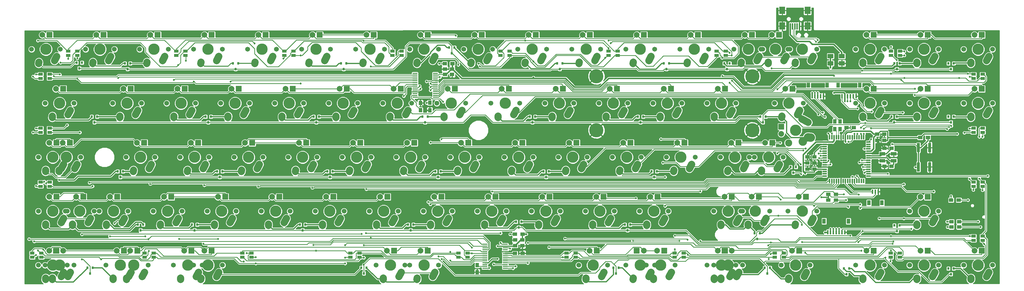
<source format=gbl>
G04 #@! TF.FileFunction,Copper,L2,Bot,Signal*
%FSLAX46Y46*%
G04 Gerber Fmt 4.6, Leading zero omitted, Abs format (unit mm)*
G04 Created by KiCad (PCBNEW 4.0.5) date Sunday, March 05, 2017 'PMt' 02:31:46 PM*
%MOMM*%
%LPD*%
G01*
G04 APERTURE LIST*
%ADD10C,0.150000*%
%ADD11C,0.600000*%
%ADD12C,3.987810*%
%ADD13C,1.701810*%
%ADD14C,2.500000*%
%ADD15R,2.000000X2.000000*%
%ADD16C,2.000000*%
%ADD17R,1.600000X1.000000*%
%ADD18R,1.750000X0.450000*%
%ADD19R,1.500000X1.250000*%
%ADD20C,3.000000*%
%ADD21R,0.500380X2.301240*%
%ADD22R,1.998980X2.499360*%
%ADD23R,1.300000X1.500000*%
%ADD24R,1.000000X3.200000*%
%ADD25R,0.550000X1.500000*%
%ADD26R,1.500000X0.550000*%
%ADD27R,2.000000X1.300000*%
%ADD28R,1.500000X1.300000*%
%ADD29R,1.250000X1.500000*%
%ADD30R,2.000000X1.600000*%
%ADD31C,5.000000*%
%ADD32R,0.600000X1.550000*%
%ADD33R,1.200000X1.800000*%
%ADD34R,0.800000X0.900000*%
%ADD35C,3.000000*%
%ADD36C,2.500000*%
%ADD37C,0.685800*%
%ADD38C,0.254000*%
%ADD39C,0.304800*%
%ADD40C,0.381000*%
%ADD41C,0.508000*%
%ADD42C,0.203200*%
G04 APERTURE END LIST*
D10*
D11*
X403352000Y-78359000D03*
X407924000Y-66675000D03*
X410972000Y-81407000D03*
X415036000Y-25019000D03*
X415036000Y-60071000D03*
X415036000Y-91059000D03*
X415036000Y-109945000D03*
X365823500Y-93154500D03*
D12*
X345281250Y-104775000D03*
D13*
X350361250Y-104775000D03*
X340201250Y-104775000D03*
D14*
X349091703Y-107315046D02*
X348280797Y-108774954D01*
X342780974Y-109275672D02*
X342741526Y-109854328D01*
D15*
X346551250Y-99695000D03*
D16*
X344011250Y-99695000D03*
D12*
X409575000Y-47625000D03*
D13*
X414655000Y-47625000D03*
X404495000Y-47625000D03*
D14*
X413385453Y-50165046D02*
X412574547Y-51624954D01*
X407074724Y-52125672D02*
X407035276Y-52704328D01*
D15*
X410845000Y-42545000D03*
D16*
X408305000Y-42545000D03*
D12*
X409575000Y-28575000D03*
D13*
X414655000Y-28575000D03*
X404495000Y-28575000D03*
D14*
X413385453Y-31115046D02*
X412574547Y-32574954D01*
X407074724Y-33075672D02*
X407035276Y-33654328D01*
D15*
X410845000Y-23495000D03*
D16*
X408305000Y-23495000D03*
D11*
X188976000Y-105664000D03*
X193040000Y-109728000D03*
X147320000Y-109728000D03*
X147320000Y-106680000D03*
X266700000Y-106172000D03*
X224028000Y-105664000D03*
X224028000Y-109728000D03*
X266700000Y-109728000D03*
X209245200Y-43586400D03*
X213969600Y-34950400D03*
X352750000Y-34750000D03*
X352750000Y-41250000D03*
X347500000Y-41250000D03*
X349500000Y-44500000D03*
X357250000Y-56000000D03*
X358750000Y-48250000D03*
X350000000Y-50038000D03*
X283000000Y-23500000D03*
X129500000Y-23500000D03*
X77500000Y-23500000D03*
X245000000Y-80000000D03*
X283500000Y-80000000D03*
X307213000Y-79500000D03*
X366500000Y-109500000D03*
X338000000Y-105000000D03*
X330000000Y-105000000D03*
X355073000Y-74695000D03*
X359823000Y-85945000D03*
X352823000Y-91445000D03*
X371073000Y-40945000D03*
X366573000Y-41445000D03*
X361323000Y-23445000D03*
X377698000Y-52578000D03*
X332740000Y-50038000D03*
X290195000Y-50292000D03*
X249555000Y-51308000D03*
X307213000Y-87249000D03*
X251460000Y-95377000D03*
X375920000Y-78994000D03*
D12*
X347662500Y-85725000D03*
D13*
X352742500Y-85725000D03*
X342582500Y-85725000D03*
D14*
X351472953Y-88265046D02*
X350662047Y-89724954D01*
X345162224Y-90225672D02*
X345122776Y-90804328D01*
D15*
X348932500Y-80645000D03*
D16*
X346392500Y-80645000D03*
D12*
X321468750Y-85725000D03*
D13*
X326548750Y-85725000D03*
X316388750Y-85725000D03*
D14*
X325279203Y-88265046D02*
X324468297Y-89724954D01*
X318968474Y-90225672D02*
X318929026Y-90804328D01*
D15*
X322738750Y-80645000D03*
D16*
X320198750Y-80645000D03*
D12*
X328612500Y-28575000D03*
D13*
X333692500Y-28575000D03*
X323532500Y-28575000D03*
D14*
X332422953Y-31115046D02*
X331612047Y-32574954D01*
X326112224Y-33075672D02*
X326072776Y-33654328D01*
D15*
X329882500Y-23495000D03*
D16*
X327342500Y-23495000D03*
D11*
X247904000Y-70866000D03*
X273812000Y-71374000D03*
X350823000Y-57195000D03*
X383032000Y-49530000D03*
X396240000Y-66675000D03*
X380073000Y-109945000D03*
X231267000Y-37465000D03*
X222377000Y-57150000D03*
X192405000Y-45720000D03*
X196215000Y-45720000D03*
X196215000Y-57785000D03*
X172720000Y-57785000D03*
X191770000Y-57785000D03*
X158115000Y-78740000D03*
X90170000Y-73025000D03*
X97790000Y-94615000D03*
X128905000Y-83185000D03*
X204470000Y-24765000D03*
X373507000Y-64643000D03*
X374269000Y-74930000D03*
X361188000Y-77089000D03*
X77216000Y-87439500D03*
X78486000Y-80010000D03*
X78486000Y-70548500D03*
X78803500Y-60642500D03*
X78803500Y-49720500D03*
D12*
X83343750Y-66675000D03*
D13*
X88423750Y-66675000D03*
X78263750Y-66675000D03*
D14*
X87154203Y-69215046D02*
X86343297Y-70674954D01*
X80843474Y-71175672D02*
X80804026Y-71754328D01*
D15*
X84613750Y-61595000D03*
D16*
X82073750Y-61595000D03*
D17*
X79045000Y-38850000D03*
X79045000Y-37350000D03*
X82245000Y-38850000D03*
X82245000Y-37350000D03*
X79045000Y-57900000D03*
X79045000Y-56400000D03*
X82245000Y-57900000D03*
X82245000Y-56400000D03*
X79045000Y-76950000D03*
X79045000Y-75450000D03*
X82245000Y-76950000D03*
X82245000Y-75450000D03*
D11*
X163195000Y-57785000D03*
X124460000Y-57150000D03*
X78740000Y-41275000D03*
X342900000Y-25400000D03*
X377825000Y-26035000D03*
X381000000Y-63500000D03*
X381000000Y-60960000D03*
X379730000Y-57785000D03*
X380365000Y-71755000D03*
X373380000Y-69850000D03*
X365760000Y-63500000D03*
X325755000Y-29845000D03*
X306705000Y-57150000D03*
X258445000Y-57785000D03*
X182880000Y-57785000D03*
X114935000Y-85725000D03*
X133350000Y-85725000D03*
X153035000Y-85725000D03*
X171450000Y-85725000D03*
X190500000Y-85725000D03*
X209550000Y-85725000D03*
X228600000Y-85725000D03*
X285750000Y-87122000D03*
X266700000Y-87122000D03*
X247650000Y-99187000D03*
X235585000Y-107315000D03*
X242887500Y-95885000D03*
D17*
X407975000Y-96000000D03*
X407975000Y-94500000D03*
X411175000Y-96000000D03*
X411175000Y-94500000D03*
D11*
X391160000Y-72644000D03*
D18*
X218230000Y-37050000D03*
X218230000Y-37700000D03*
X218230000Y-38350000D03*
X218230000Y-39000000D03*
X218230000Y-39650000D03*
X218230000Y-40300000D03*
X218230000Y-40950000D03*
X218230000Y-41600000D03*
X218230000Y-42250000D03*
X218230000Y-42900000D03*
X218230000Y-43550000D03*
X218230000Y-44200000D03*
X218230000Y-44850000D03*
X218230000Y-45500000D03*
X211030000Y-45500000D03*
X211030000Y-44850000D03*
X211030000Y-44200000D03*
X211030000Y-43550000D03*
X211030000Y-42900000D03*
X211030000Y-42250000D03*
X211030000Y-41600000D03*
X211030000Y-40950000D03*
X211030000Y-40300000D03*
X211030000Y-39650000D03*
X211030000Y-39000000D03*
X211030000Y-38350000D03*
X211030000Y-37700000D03*
X211030000Y-37050000D03*
D19*
X221635000Y-37465000D03*
X224135000Y-37465000D03*
X224135000Y-35560000D03*
X221635000Y-35560000D03*
D12*
X80962500Y-28575000D03*
D13*
X86042500Y-28575000D03*
X75882500Y-28575000D03*
D14*
X84772953Y-31115046D02*
X83962047Y-32574954D01*
X78462224Y-33075672D02*
X78422776Y-33654328D01*
D15*
X82232500Y-23495000D03*
D16*
X79692500Y-23495000D03*
D12*
X100012500Y-28575000D03*
D13*
X105092500Y-28575000D03*
X94932500Y-28575000D03*
D14*
X103822953Y-31115046D02*
X103012047Y-32574954D01*
X97512224Y-33075672D02*
X97472776Y-33654328D01*
D15*
X101282500Y-23495000D03*
D16*
X98742500Y-23495000D03*
D12*
X119062500Y-28575000D03*
D13*
X124142500Y-28575000D03*
X113982500Y-28575000D03*
D14*
X122872953Y-31115046D02*
X122062047Y-32574954D01*
X116562224Y-33075672D02*
X116522776Y-33654328D01*
D15*
X120332500Y-23495000D03*
D16*
X117792500Y-23495000D03*
D12*
X138112500Y-28575000D03*
D13*
X143192500Y-28575000D03*
X133032500Y-28575000D03*
D14*
X141922953Y-31115046D02*
X141112047Y-32574954D01*
X135612224Y-33075672D02*
X135572776Y-33654328D01*
D15*
X139382500Y-23495000D03*
D16*
X136842500Y-23495000D03*
D12*
X157162500Y-28575000D03*
D13*
X162242500Y-28575000D03*
X152082500Y-28575000D03*
D14*
X160972953Y-31115046D02*
X160162047Y-32574954D01*
X154662224Y-33075672D02*
X154622776Y-33654328D01*
D15*
X158432500Y-23495000D03*
D16*
X155892500Y-23495000D03*
D12*
X176212500Y-28575000D03*
D13*
X181292500Y-28575000D03*
X171132500Y-28575000D03*
D14*
X180022953Y-31115046D02*
X179212047Y-32574954D01*
X173712224Y-33075672D02*
X173672776Y-33654328D01*
D15*
X177482500Y-23495000D03*
D16*
X174942500Y-23495000D03*
D12*
X195262500Y-28575000D03*
D13*
X200342500Y-28575000D03*
X190182500Y-28575000D03*
D14*
X199072953Y-31115046D02*
X198262047Y-32574954D01*
X192762224Y-33075672D02*
X192722776Y-33654328D01*
D15*
X196532500Y-23495000D03*
D16*
X193992500Y-23495000D03*
D12*
X214312500Y-28575000D03*
D13*
X219392500Y-28575000D03*
X209232500Y-28575000D03*
D14*
X218122953Y-31115046D02*
X217312047Y-32574954D01*
X211812224Y-33075672D02*
X211772776Y-33654328D01*
D15*
X215582500Y-23495000D03*
D16*
X213042500Y-23495000D03*
D12*
X233362500Y-28575000D03*
D13*
X238442500Y-28575000D03*
X228282500Y-28575000D03*
D14*
X237172953Y-31115046D02*
X236362047Y-32574954D01*
X230862224Y-33075672D02*
X230822776Y-33654328D01*
D15*
X234632500Y-23495000D03*
D16*
X232092500Y-23495000D03*
D12*
X252412500Y-28575000D03*
D13*
X257492500Y-28575000D03*
X247332500Y-28575000D03*
D14*
X256222953Y-31115046D02*
X255412047Y-32574954D01*
X249912224Y-33075672D02*
X249872776Y-33654328D01*
D15*
X253682500Y-23495000D03*
D16*
X251142500Y-23495000D03*
D12*
X271462500Y-28575000D03*
D13*
X276542500Y-28575000D03*
X266382500Y-28575000D03*
D14*
X275272953Y-31115046D02*
X274462047Y-32574954D01*
X268962224Y-33075672D02*
X268922776Y-33654328D01*
D15*
X272732500Y-23495000D03*
D16*
X270192500Y-23495000D03*
D12*
X290512500Y-28575000D03*
D13*
X295592500Y-28575000D03*
X285432500Y-28575000D03*
D14*
X294322953Y-31115046D02*
X293512047Y-32574954D01*
X288012224Y-33075672D02*
X287972776Y-33654328D01*
D15*
X291782500Y-23495000D03*
D16*
X289242500Y-23495000D03*
D12*
X309562500Y-28575000D03*
D13*
X314642500Y-28575000D03*
X304482500Y-28575000D03*
D14*
X313372953Y-31115046D02*
X312562047Y-32574954D01*
X307062224Y-33075672D02*
X307022776Y-33654328D01*
D15*
X310832500Y-23495000D03*
D16*
X308292500Y-23495000D03*
D12*
X338137500Y-28575000D03*
D13*
X343217500Y-28575000D03*
X333057500Y-28575000D03*
D14*
X341947953Y-31115046D02*
X341137047Y-32574954D01*
X335637224Y-33075672D02*
X335597776Y-33654328D01*
D15*
X339407500Y-23495000D03*
D16*
X336867500Y-23495000D03*
D12*
X371475000Y-28575000D03*
D13*
X376555000Y-28575000D03*
X366395000Y-28575000D03*
D14*
X375285453Y-31115046D02*
X374474547Y-32574954D01*
X368974724Y-33075672D02*
X368935276Y-33654328D01*
D15*
X372745000Y-23495000D03*
D16*
X370205000Y-23495000D03*
D12*
X390525000Y-28575000D03*
D13*
X395605000Y-28575000D03*
X385445000Y-28575000D03*
D14*
X394335453Y-31115046D02*
X393524547Y-32574954D01*
X388024724Y-33075672D02*
X387985276Y-33654328D01*
D15*
X391795000Y-23495000D03*
D16*
X389255000Y-23495000D03*
D12*
X85725000Y-47625000D03*
D13*
X90805000Y-47625000D03*
X80645000Y-47625000D03*
D14*
X89535453Y-50165046D02*
X88724547Y-51624954D01*
X83224724Y-52125672D02*
X83185276Y-52704328D01*
D15*
X86995000Y-42545000D03*
D16*
X84455000Y-42545000D03*
D12*
X109537500Y-47625000D03*
D13*
X114617500Y-47625000D03*
X104457500Y-47625000D03*
D14*
X113347953Y-50165046D02*
X112537047Y-51624954D01*
X107037224Y-52125672D02*
X106997776Y-52704328D01*
D15*
X110807500Y-42545000D03*
D16*
X108267500Y-42545000D03*
D12*
X128587500Y-47625000D03*
D13*
X133667500Y-47625000D03*
X123507500Y-47625000D03*
D14*
X132397953Y-50165046D02*
X131587047Y-51624954D01*
X126087224Y-52125672D02*
X126047776Y-52704328D01*
D15*
X129857500Y-42545000D03*
D16*
X127317500Y-42545000D03*
D12*
X147637500Y-47625000D03*
D13*
X152717500Y-47625000D03*
X142557500Y-47625000D03*
D14*
X151447953Y-50165046D02*
X150637047Y-51624954D01*
X145137224Y-52125672D02*
X145097776Y-52704328D01*
D15*
X148907500Y-42545000D03*
D16*
X146367500Y-42545000D03*
D12*
X166687500Y-47625000D03*
D13*
X171767500Y-47625000D03*
X161607500Y-47625000D03*
D14*
X170497953Y-50165046D02*
X169687047Y-51624954D01*
X164187224Y-52125672D02*
X164147776Y-52704328D01*
D15*
X167957500Y-42545000D03*
D16*
X165417500Y-42545000D03*
D12*
X185737500Y-47625000D03*
D13*
X190817500Y-47625000D03*
X180657500Y-47625000D03*
D14*
X189547953Y-50165046D02*
X188737047Y-51624954D01*
X183237224Y-52125672D02*
X183197776Y-52704328D01*
D15*
X187007500Y-42545000D03*
D16*
X184467500Y-42545000D03*
D12*
X204787500Y-47625000D03*
D13*
X209867500Y-47625000D03*
X199707500Y-47625000D03*
D14*
X208597953Y-50165046D02*
X207787047Y-51624954D01*
X202287224Y-52125672D02*
X202247776Y-52704328D01*
D15*
X206057500Y-42545000D03*
D16*
X203517500Y-42545000D03*
D12*
X223837500Y-47625000D03*
D13*
X228917500Y-47625000D03*
X218757500Y-47625000D03*
D14*
X227647953Y-50165046D02*
X226837047Y-51624954D01*
X221337224Y-52125672D02*
X221297776Y-52704328D01*
D15*
X225107500Y-42545000D03*
D16*
X222567500Y-42545000D03*
D12*
X242887500Y-47625000D03*
D13*
X247967500Y-47625000D03*
X237807500Y-47625000D03*
D14*
X246697953Y-50165046D02*
X245887047Y-51624954D01*
X240387224Y-52125672D02*
X240347776Y-52704328D01*
D15*
X244157500Y-42545000D03*
D16*
X241617500Y-42545000D03*
D12*
X261937500Y-47625000D03*
D13*
X267017500Y-47625000D03*
X256857500Y-47625000D03*
D14*
X265747953Y-50165046D02*
X264937047Y-51624954D01*
X259437224Y-52125672D02*
X259397776Y-52704328D01*
D15*
X263207500Y-42545000D03*
D16*
X260667500Y-42545000D03*
D12*
X280987500Y-47625000D03*
D13*
X286067500Y-47625000D03*
X275907500Y-47625000D03*
D14*
X284797953Y-50165046D02*
X283987047Y-51624954D01*
X278487224Y-52125672D02*
X278447776Y-52704328D01*
D15*
X282257500Y-42545000D03*
D16*
X279717500Y-42545000D03*
D12*
X300037500Y-47625000D03*
D13*
X305117500Y-47625000D03*
X294957500Y-47625000D03*
D14*
X303847953Y-50165046D02*
X303037047Y-51624954D01*
X297537224Y-52125672D02*
X297497776Y-52704328D01*
D15*
X301307500Y-42545000D03*
D16*
X298767500Y-42545000D03*
D12*
X319087500Y-47625000D03*
D13*
X324167500Y-47625000D03*
X314007500Y-47625000D03*
D14*
X322897953Y-50165046D02*
X322087047Y-51624954D01*
X316587224Y-52125672D02*
X316547776Y-52704328D01*
D15*
X320357500Y-42545000D03*
D16*
X317817500Y-42545000D03*
D12*
X342900000Y-47625000D03*
D13*
X347980000Y-47625000D03*
X337820000Y-47625000D03*
D14*
X346710453Y-50165046D02*
X345899547Y-51624954D01*
X340399724Y-52125672D02*
X340360276Y-52704328D01*
D15*
X344170000Y-42545000D03*
D16*
X341630000Y-42545000D03*
D12*
X345281250Y-57150000D03*
D14*
X347458505Y-53138034D02*
X349643995Y-54351966D01*
D20*
X349572408Y-59635992D02*
X350570092Y-59704008D01*
D15*
X340201250Y-55880000D03*
D16*
X340201250Y-58420000D03*
D12*
X371475000Y-47625000D03*
D13*
X376555000Y-47625000D03*
X366395000Y-47625000D03*
D14*
X375285453Y-50165046D02*
X374474547Y-51624954D01*
X368974724Y-52125672D02*
X368935276Y-52704328D01*
D15*
X372745000Y-42545000D03*
D16*
X370205000Y-42545000D03*
D12*
X390525000Y-47625000D03*
D13*
X395605000Y-47625000D03*
X385445000Y-47625000D03*
D14*
X394335453Y-50165046D02*
X393524547Y-51624954D01*
X388024724Y-52125672D02*
X387985276Y-52704328D01*
D15*
X391795000Y-42545000D03*
D16*
X389255000Y-42545000D03*
D12*
X88106250Y-66675000D03*
D13*
X93186250Y-66675000D03*
X83026250Y-66675000D03*
D14*
X91916703Y-69215046D02*
X91105797Y-70674954D01*
X85605974Y-71175672D02*
X85566526Y-71754328D01*
D15*
X89376250Y-61595000D03*
D16*
X86836250Y-61595000D03*
D12*
X114300000Y-66675000D03*
D13*
X119380000Y-66675000D03*
X109220000Y-66675000D03*
D14*
X118110453Y-69215046D02*
X117299547Y-70674954D01*
X111799724Y-71175672D02*
X111760276Y-71754328D01*
D15*
X115570000Y-61595000D03*
D16*
X113030000Y-61595000D03*
D12*
X133350000Y-66675000D03*
D13*
X138430000Y-66675000D03*
X128270000Y-66675000D03*
D14*
X137160453Y-69215046D02*
X136349547Y-70674954D01*
X130849724Y-71175672D02*
X130810276Y-71754328D01*
D15*
X134620000Y-61595000D03*
D16*
X132080000Y-61595000D03*
D12*
X152400000Y-66675000D03*
D13*
X157480000Y-66675000D03*
X147320000Y-66675000D03*
D14*
X156210453Y-69215046D02*
X155399547Y-70674954D01*
X149899724Y-71175672D02*
X149860276Y-71754328D01*
D15*
X153670000Y-61595000D03*
D16*
X151130000Y-61595000D03*
D12*
X171450000Y-66675000D03*
D13*
X176530000Y-66675000D03*
X166370000Y-66675000D03*
D14*
X175260453Y-69215046D02*
X174449547Y-70674954D01*
X168949724Y-71175672D02*
X168910276Y-71754328D01*
D15*
X172720000Y-61595000D03*
D16*
X170180000Y-61595000D03*
D12*
X190500000Y-66675000D03*
D13*
X195580000Y-66675000D03*
X185420000Y-66675000D03*
D14*
X194310453Y-69215046D02*
X193499547Y-70674954D01*
X187999724Y-71175672D02*
X187960276Y-71754328D01*
D15*
X191770000Y-61595000D03*
D16*
X189230000Y-61595000D03*
D12*
X209550000Y-66675000D03*
D13*
X214630000Y-66675000D03*
X204470000Y-66675000D03*
D14*
X213360453Y-69215046D02*
X212549547Y-70674954D01*
X207049724Y-71175672D02*
X207010276Y-71754328D01*
D15*
X210820000Y-61595000D03*
D16*
X208280000Y-61595000D03*
D12*
X228600000Y-66675000D03*
D13*
X233680000Y-66675000D03*
X223520000Y-66675000D03*
D14*
X232410453Y-69215046D02*
X231599547Y-70674954D01*
X226099724Y-71175672D02*
X226060276Y-71754328D01*
D15*
X229870000Y-61595000D03*
D16*
X227330000Y-61595000D03*
D12*
X247650000Y-66675000D03*
D13*
X252730000Y-66675000D03*
X242570000Y-66675000D03*
D14*
X251460453Y-69215046D02*
X250649547Y-70674954D01*
X245149724Y-71175672D02*
X245110276Y-71754328D01*
D15*
X248920000Y-61595000D03*
D16*
X246380000Y-61595000D03*
D12*
X266700000Y-66675000D03*
D13*
X271780000Y-66675000D03*
X261620000Y-66675000D03*
D14*
X270510453Y-69215046D02*
X269699547Y-70674954D01*
X264199724Y-71175672D02*
X264160276Y-71754328D01*
D15*
X267970000Y-61595000D03*
D16*
X265430000Y-61595000D03*
D12*
X285750000Y-66675000D03*
D13*
X290830000Y-66675000D03*
X280670000Y-66675000D03*
D14*
X289560453Y-69215046D02*
X288749547Y-70674954D01*
X283249724Y-71175672D02*
X283210276Y-71754328D01*
D15*
X287020000Y-61595000D03*
D16*
X284480000Y-61595000D03*
D12*
X304800000Y-66675000D03*
D13*
X309880000Y-66675000D03*
X299720000Y-66675000D03*
D14*
X308610453Y-69215046D02*
X307799547Y-70674954D01*
X302299724Y-71175672D02*
X302260276Y-71754328D01*
D15*
X306070000Y-61595000D03*
D16*
X303530000Y-61595000D03*
D12*
X335756250Y-66675000D03*
D13*
X340836250Y-66675000D03*
X330676250Y-66675000D03*
D14*
X339566703Y-69215046D02*
X338755797Y-70674954D01*
X333255974Y-71175672D02*
X333216526Y-71754328D01*
D15*
X337026250Y-61595000D03*
D16*
X334486250Y-61595000D03*
D12*
X323850000Y-66675000D03*
D13*
X328930000Y-66675000D03*
X318770000Y-66675000D03*
D14*
X327660453Y-69215046D02*
X326849547Y-70674954D01*
X321349724Y-71175672D02*
X321310276Y-71754328D01*
D15*
X325120000Y-61595000D03*
D16*
X322580000Y-61595000D03*
D12*
X92868750Y-85725000D03*
D13*
X97948750Y-85725000D03*
X87788750Y-85725000D03*
D14*
X96679203Y-88265046D02*
X95868297Y-89724954D01*
X90368474Y-90225672D02*
X90329026Y-90804328D01*
D15*
X94138750Y-80645000D03*
D16*
X91598750Y-80645000D03*
D12*
X83343750Y-85725000D03*
D13*
X88423750Y-85725000D03*
X78263750Y-85725000D03*
D14*
X87154203Y-88265046D02*
X86343297Y-89724954D01*
X80843474Y-90225672D02*
X80804026Y-90804328D01*
D15*
X84613750Y-80645000D03*
D16*
X82073750Y-80645000D03*
D12*
X104775000Y-85725000D03*
D13*
X109855000Y-85725000D03*
X99695000Y-85725000D03*
D14*
X108585453Y-88265046D02*
X107774547Y-89724954D01*
X102274724Y-90225672D02*
X102235276Y-90804328D01*
D15*
X106045000Y-80645000D03*
D16*
X103505000Y-80645000D03*
D12*
X123825000Y-85725000D03*
D13*
X128905000Y-85725000D03*
X118745000Y-85725000D03*
D14*
X127635453Y-88265046D02*
X126824547Y-89724954D01*
X121324724Y-90225672D02*
X121285276Y-90804328D01*
D15*
X125095000Y-80645000D03*
D16*
X122555000Y-80645000D03*
D12*
X142875000Y-85725000D03*
D13*
X147955000Y-85725000D03*
X137795000Y-85725000D03*
D14*
X146685453Y-88265046D02*
X145874547Y-89724954D01*
X140374724Y-90225672D02*
X140335276Y-90804328D01*
D15*
X144145000Y-80645000D03*
D16*
X141605000Y-80645000D03*
D12*
X161925000Y-85725000D03*
D13*
X167005000Y-85725000D03*
X156845000Y-85725000D03*
D14*
X165735453Y-88265046D02*
X164924547Y-89724954D01*
X159424724Y-90225672D02*
X159385276Y-90804328D01*
D15*
X163195000Y-80645000D03*
D16*
X160655000Y-80645000D03*
D12*
X180975000Y-85725000D03*
D13*
X186055000Y-85725000D03*
X175895000Y-85725000D03*
D14*
X184785453Y-88265046D02*
X183974547Y-89724954D01*
X178474724Y-90225672D02*
X178435276Y-90804328D01*
D15*
X182245000Y-80645000D03*
D16*
X179705000Y-80645000D03*
D12*
X200025000Y-85725000D03*
D13*
X205105000Y-85725000D03*
X194945000Y-85725000D03*
D14*
X203835453Y-88265046D02*
X203024547Y-89724954D01*
X197524724Y-90225672D02*
X197485276Y-90804328D01*
D15*
X201295000Y-80645000D03*
D16*
X198755000Y-80645000D03*
D12*
X219075000Y-85725000D03*
D13*
X224155000Y-85725000D03*
X213995000Y-85725000D03*
D14*
X222885453Y-88265046D02*
X222074547Y-89724954D01*
X216574724Y-90225672D02*
X216535276Y-90804328D01*
D15*
X220345000Y-80645000D03*
D16*
X217805000Y-80645000D03*
D12*
X238125000Y-85725000D03*
D13*
X243205000Y-85725000D03*
X233045000Y-85725000D03*
D14*
X241935453Y-88265046D02*
X241124547Y-89724954D01*
X235624724Y-90225672D02*
X235585276Y-90804328D01*
D15*
X239395000Y-80645000D03*
D16*
X236855000Y-80645000D03*
D12*
X257175000Y-85725000D03*
D13*
X262255000Y-85725000D03*
X252095000Y-85725000D03*
D14*
X260985453Y-88265046D02*
X260174547Y-89724954D01*
X254674724Y-90225672D02*
X254635276Y-90804328D01*
D15*
X258445000Y-80645000D03*
D16*
X255905000Y-80645000D03*
D12*
X276225000Y-85725000D03*
D13*
X281305000Y-85725000D03*
X271145000Y-85725000D03*
D14*
X280035453Y-88265046D02*
X279224547Y-89724954D01*
X273724724Y-90225672D02*
X273685276Y-90804328D01*
D15*
X277495000Y-80645000D03*
D16*
X274955000Y-80645000D03*
D12*
X295275000Y-85725000D03*
D13*
X300355000Y-85725000D03*
X290195000Y-85725000D03*
D14*
X299085453Y-88265046D02*
X298274547Y-89724954D01*
X292774724Y-90225672D02*
X292735276Y-90804328D01*
D15*
X296545000Y-80645000D03*
D16*
X294005000Y-80645000D03*
D12*
X330993750Y-85725000D03*
D13*
X336073750Y-85725000D03*
X325913750Y-85725000D03*
D14*
X334804203Y-88265046D02*
X333993297Y-89724954D01*
X328493474Y-90225672D02*
X328454026Y-90804328D01*
D15*
X332263750Y-80645000D03*
D16*
X329723750Y-80645000D03*
D12*
X390525000Y-85725000D03*
D13*
X395605000Y-85725000D03*
X385445000Y-85725000D03*
D14*
X394335453Y-88265046D02*
X393524547Y-89724954D01*
X388024724Y-90225672D02*
X387985276Y-90804328D01*
D15*
X391795000Y-80645000D03*
D16*
X389255000Y-80645000D03*
D12*
X83343750Y-104775000D03*
D13*
X88423750Y-104775000D03*
X78263750Y-104775000D03*
D14*
X87154203Y-107315046D02*
X86343297Y-108774954D01*
X80843474Y-109275672D02*
X80804026Y-109854328D01*
D15*
X84613750Y-99695000D03*
D16*
X82073750Y-99695000D03*
D12*
X107156250Y-104775000D03*
D13*
X112236250Y-104775000D03*
X102076250Y-104775000D03*
D14*
X110966703Y-107315046D02*
X110155797Y-108774954D01*
X104655974Y-109275672D02*
X104616526Y-109854328D01*
D15*
X108426250Y-99695000D03*
D16*
X105886250Y-99695000D03*
D12*
X111918750Y-104775000D03*
D13*
X116998750Y-104775000D03*
X106838750Y-104775000D03*
D14*
X115729203Y-107315046D02*
X114918297Y-108774954D01*
X109418474Y-109275672D02*
X109379026Y-109854328D01*
D15*
X113188750Y-99695000D03*
D16*
X110648750Y-99695000D03*
D12*
X130968750Y-104775000D03*
D13*
X136048750Y-104775000D03*
X125888750Y-104775000D03*
D14*
X134779203Y-107315046D02*
X133968297Y-108774954D01*
X128468474Y-109275672D02*
X128429026Y-109854328D01*
D15*
X132238750Y-99695000D03*
D16*
X129698750Y-99695000D03*
D12*
X138112500Y-104775000D03*
D13*
X143192500Y-104775000D03*
X133032500Y-104775000D03*
D14*
X141922953Y-107315046D02*
X141112047Y-108774954D01*
X135612224Y-109275672D02*
X135572776Y-109854328D01*
D15*
X139382500Y-99695000D03*
D16*
X136842500Y-99695000D03*
D12*
X202406250Y-104775000D03*
D13*
X207486250Y-104775000D03*
X197326250Y-104775000D03*
D14*
X206216703Y-107315046D02*
X205405797Y-108774954D01*
X199905974Y-109275672D02*
X199866526Y-109854328D01*
D15*
X203676250Y-99695000D03*
D16*
X201136250Y-99695000D03*
D12*
X214312500Y-104775000D03*
D13*
X219392500Y-104775000D03*
X209232500Y-104775000D03*
D14*
X218122953Y-107315046D02*
X217312047Y-108774954D01*
X211812224Y-109275672D02*
X211772776Y-109854328D01*
D15*
X215582500Y-99695000D03*
D16*
X213042500Y-99695000D03*
D12*
X273843750Y-104775000D03*
D13*
X278923750Y-104775000D03*
X268763750Y-104775000D03*
D14*
X277654203Y-107315046D02*
X276843297Y-108774954D01*
X271343474Y-109275672D02*
X271304026Y-109854328D01*
D15*
X275113750Y-99695000D03*
D16*
X272573750Y-99695000D03*
D12*
X297656250Y-104775000D03*
D13*
X302736250Y-104775000D03*
X292576250Y-104775000D03*
D14*
X301466703Y-107315046D02*
X300655797Y-108774954D01*
X295155974Y-109275672D02*
X295116526Y-109854328D01*
D15*
X298926250Y-99695000D03*
D16*
X296386250Y-99695000D03*
D12*
X319087500Y-104775000D03*
D13*
X324167500Y-104775000D03*
X314007500Y-104775000D03*
D14*
X322897953Y-107315046D02*
X322087047Y-108774954D01*
X316587224Y-109275672D02*
X316547776Y-109854328D01*
D15*
X320357500Y-99695000D03*
D16*
X317817500Y-99695000D03*
D12*
X371475000Y-104775000D03*
D13*
X376555000Y-104775000D03*
X366395000Y-104775000D03*
D14*
X375285453Y-107315046D02*
X374474547Y-108774954D01*
X368974724Y-109275672D02*
X368935276Y-109854328D01*
D15*
X372745000Y-99695000D03*
D16*
X370205000Y-99695000D03*
D12*
X390525000Y-104775000D03*
D13*
X395605000Y-104775000D03*
X385445000Y-104775000D03*
D14*
X394335453Y-107315046D02*
X393524547Y-108774954D01*
X388024724Y-109275672D02*
X387985276Y-109854328D01*
D15*
X391795000Y-99695000D03*
D16*
X389255000Y-99695000D03*
D12*
X409575000Y-104775000D03*
D13*
X414655000Y-104775000D03*
X404495000Y-104775000D03*
D14*
X413385453Y-107315046D02*
X412574547Y-108774954D01*
X407074724Y-109275672D02*
X407035276Y-109854328D01*
D15*
X410845000Y-99695000D03*
D16*
X408305000Y-99695000D03*
D12*
X85725000Y-104775000D03*
D13*
X90805000Y-104775000D03*
X80645000Y-104775000D03*
D14*
X88724547Y-108774954D02*
X89535453Y-107315046D01*
X83185276Y-109854328D02*
X83224724Y-109275672D01*
D16*
X86995000Y-99695000D03*
D15*
X84455000Y-99695000D03*
D12*
X290512500Y-104775000D03*
D13*
X295592500Y-104775000D03*
X285432500Y-104775000D03*
D14*
X293512047Y-108774954D02*
X294322953Y-107315046D01*
X287972776Y-109854328D02*
X288012224Y-109275672D01*
D16*
X291782500Y-99695000D03*
D15*
X289242500Y-99695000D03*
D12*
X321468750Y-104775000D03*
D13*
X326548750Y-104775000D03*
X316388750Y-104775000D03*
D14*
X324468297Y-108774954D02*
X325279203Y-107315046D01*
X318929026Y-109854328D02*
X318968474Y-109275672D01*
D16*
X322738750Y-99695000D03*
D15*
X320198750Y-99695000D03*
D19*
X379075000Y-69850000D03*
X376575000Y-69850000D03*
X379075000Y-63500000D03*
X376575000Y-63500000D03*
X351897000Y-66548000D03*
X349397000Y-66548000D03*
D21*
X343399800Y-20449320D03*
X344199900Y-20449320D03*
X345000000Y-20449320D03*
X345800100Y-20449320D03*
X346600200Y-20449320D03*
D22*
X340549920Y-20350260D03*
X340549920Y-14851160D03*
X349450080Y-20350260D03*
X349450080Y-14851160D03*
D23*
X359100000Y-56700000D03*
X359100000Y-54000000D03*
X360950000Y-56700000D03*
X360950000Y-54000000D03*
D24*
X392525000Y-63275000D03*
X392525000Y-70075000D03*
X388525000Y-70075000D03*
X388525000Y-63275000D03*
D25*
X357220000Y-59610000D03*
X358020000Y-59610000D03*
X358820000Y-59610000D03*
X359620000Y-59610000D03*
X360420000Y-59610000D03*
X361220000Y-59610000D03*
X362020000Y-59610000D03*
X362820000Y-59610000D03*
X363620000Y-59610000D03*
X364420000Y-59610000D03*
X365220000Y-59610000D03*
X366020000Y-59610000D03*
X366820000Y-59610000D03*
X367620000Y-59610000D03*
X368420000Y-59610000D03*
X369220000Y-59610000D03*
D26*
X370920000Y-61310000D03*
X370920000Y-62110000D03*
X370920000Y-62910000D03*
X370920000Y-63710000D03*
X370920000Y-64510000D03*
X370920000Y-65310000D03*
X370920000Y-66110000D03*
X370920000Y-66910000D03*
X370920000Y-67710000D03*
X370920000Y-68510000D03*
X370920000Y-69310000D03*
X370920000Y-70110000D03*
X370920000Y-70910000D03*
X370920000Y-71710000D03*
X370920000Y-72510000D03*
X370920000Y-73310000D03*
D25*
X369220000Y-75010000D03*
X368420000Y-75010000D03*
X367620000Y-75010000D03*
X366820000Y-75010000D03*
X366020000Y-75010000D03*
X365220000Y-75010000D03*
X364420000Y-75010000D03*
X363620000Y-75010000D03*
X362820000Y-75010000D03*
X362020000Y-75010000D03*
X361220000Y-75010000D03*
X360420000Y-75010000D03*
X359620000Y-75010000D03*
X358820000Y-75010000D03*
X358020000Y-75010000D03*
X357220000Y-75010000D03*
D26*
X355520000Y-73310000D03*
X355520000Y-72510000D03*
X355520000Y-71710000D03*
X355520000Y-70910000D03*
X355520000Y-70110000D03*
X355520000Y-69310000D03*
X355520000Y-68510000D03*
X355520000Y-67710000D03*
X355520000Y-66910000D03*
X355520000Y-66110000D03*
X355520000Y-65310000D03*
X355520000Y-64510000D03*
X355520000Y-63710000D03*
X355520000Y-62910000D03*
X355520000Y-62110000D03*
X355520000Y-61310000D03*
D18*
X242868000Y-97375000D03*
X242868000Y-98025000D03*
X242868000Y-98675000D03*
X242868000Y-99325000D03*
X242868000Y-99975000D03*
X242868000Y-100625000D03*
X242868000Y-101275000D03*
X242868000Y-101925000D03*
X242868000Y-102575000D03*
X242868000Y-103225000D03*
X242868000Y-103875000D03*
X242868000Y-104525000D03*
X242868000Y-105175000D03*
X242868000Y-105825000D03*
X235668000Y-105825000D03*
X235668000Y-105175000D03*
X235668000Y-104525000D03*
X235668000Y-103875000D03*
X235668000Y-103225000D03*
X235668000Y-102575000D03*
X235668000Y-101925000D03*
X235668000Y-101275000D03*
X235668000Y-100625000D03*
X235668000Y-99975000D03*
X235668000Y-99325000D03*
X235668000Y-98675000D03*
X235668000Y-98025000D03*
X235668000Y-97375000D03*
D27*
X379825000Y-67875000D03*
X375825000Y-67875000D03*
X375825000Y-65475000D03*
X379825000Y-65475000D03*
D28*
X402902000Y-91313000D03*
X400202000Y-91313000D03*
D19*
X365740000Y-56261000D03*
X363240000Y-56261000D03*
X351897000Y-70866000D03*
X349397000Y-70866000D03*
X349397000Y-68707000D03*
X351897000Y-68707000D03*
X374035000Y-58547000D03*
X376535000Y-58547000D03*
X376535000Y-60706000D03*
X374035000Y-60706000D03*
X246400000Y-97917000D03*
X248900000Y-97917000D03*
X248900000Y-95885000D03*
X246400000Y-95885000D03*
D29*
X233000000Y-104750000D03*
X233000000Y-107250000D03*
D28*
X389175000Y-59690000D03*
X391875000Y-59690000D03*
X356790000Y-81788000D03*
X359490000Y-81788000D03*
X356790000Y-79756000D03*
X359490000Y-79756000D03*
X402775000Y-81788000D03*
X400075000Y-81788000D03*
X402902000Y-89408000D03*
X400202000Y-89408000D03*
X221535000Y-33655000D03*
X224235000Y-33655000D03*
D23*
X216281000Y-47418000D03*
X216281000Y-50118000D03*
D28*
X246300000Y-93853000D03*
X249000000Y-93853000D03*
X246300000Y-100584000D03*
X249000000Y-100584000D03*
D11*
X357568500Y-62928500D03*
D29*
X212979000Y-50018000D03*
X212979000Y-47518000D03*
D17*
X226365000Y-101969000D03*
X226365000Y-100469000D03*
X229565000Y-101969000D03*
X229565000Y-100469000D03*
X188265000Y-101969000D03*
X188265000Y-100469000D03*
X191465000Y-101969000D03*
X191465000Y-100469000D03*
X150165000Y-101969000D03*
X150165000Y-100469000D03*
X153365000Y-101969000D03*
X153365000Y-100469000D03*
X115748000Y-101969000D03*
X115748000Y-100469000D03*
X118948000Y-101969000D03*
X118948000Y-100469000D03*
X76124000Y-101969000D03*
X76124000Y-100469000D03*
X79324000Y-101969000D03*
X79324000Y-100469000D03*
X165024000Y-30722000D03*
X165024000Y-29222000D03*
X168224000Y-30722000D03*
X168224000Y-29222000D03*
X126924000Y-30722000D03*
X126924000Y-29222000D03*
X130124000Y-30722000D03*
X130124000Y-29222000D03*
X88824000Y-30722000D03*
X88824000Y-29222000D03*
X92024000Y-30722000D03*
X92024000Y-29222000D03*
X203124000Y-30722000D03*
X203124000Y-29222000D03*
X206324000Y-30722000D03*
X206324000Y-29222000D03*
X264465000Y-101969000D03*
X264465000Y-100469000D03*
X267665000Y-101969000D03*
X267665000Y-100469000D03*
X302565000Y-101969000D03*
X302565000Y-100469000D03*
X305765000Y-101969000D03*
X305765000Y-100469000D03*
X337871000Y-101969000D03*
X337871000Y-100469000D03*
X341071000Y-101969000D03*
X341071000Y-100469000D03*
X378765000Y-101969000D03*
X378765000Y-100469000D03*
X381965000Y-101969000D03*
X381965000Y-100469000D03*
X407975000Y-76950000D03*
X407975000Y-75450000D03*
X411175000Y-76950000D03*
X411175000Y-75450000D03*
X407975000Y-57900000D03*
X407975000Y-56400000D03*
X411175000Y-57900000D03*
X411175000Y-56400000D03*
X407975000Y-38850000D03*
X407975000Y-37350000D03*
X411175000Y-38850000D03*
X411175000Y-37350000D03*
X378892000Y-30722000D03*
X378892000Y-29222000D03*
X382092000Y-30722000D03*
X382092000Y-29222000D03*
X317424000Y-30722000D03*
X317424000Y-29222000D03*
X320624000Y-30722000D03*
X320624000Y-29222000D03*
X279324000Y-30722000D03*
X279324000Y-29222000D03*
X282524000Y-30722000D03*
X282524000Y-29222000D03*
X241224000Y-30722000D03*
X241224000Y-29222000D03*
X244424000Y-30722000D03*
X244424000Y-29222000D03*
D30*
X357545000Y-33520000D03*
X361545000Y-33520000D03*
X361545000Y-30980000D03*
X357545000Y-30980000D03*
D12*
X347662500Y-28575000D03*
D13*
X352742500Y-28575000D03*
X342582500Y-28575000D03*
D14*
X350662047Y-32574954D02*
X351472953Y-31115046D01*
X345122776Y-33654328D02*
X345162224Y-33075672D01*
D31*
X330000000Y-38100000D03*
X275000000Y-38100000D03*
X275000000Y-57150000D03*
X330000000Y-57150000D03*
D32*
X351073000Y-45132500D03*
X352073000Y-45132500D03*
X353073000Y-45132500D03*
X354073000Y-45132500D03*
X355073000Y-45132500D03*
D33*
X349773000Y-41257500D03*
X356373000Y-41257500D03*
D32*
X361573000Y-45132500D03*
X362573000Y-45132500D03*
X363573000Y-45132500D03*
X364573000Y-45132500D03*
X365573000Y-45132500D03*
X366573000Y-45132500D03*
D33*
X360273000Y-41257500D03*
X367873000Y-41257500D03*
D32*
X374380000Y-78834500D03*
X373380000Y-78834500D03*
X372380000Y-78834500D03*
D33*
X375680000Y-82709500D03*
X371080000Y-82709500D03*
D32*
X356573000Y-93132500D03*
X357573000Y-93132500D03*
X358573000Y-93132500D03*
X359573000Y-93132500D03*
X360573000Y-93132500D03*
X361573000Y-93132500D03*
X362573000Y-93132500D03*
D33*
X355273000Y-89257500D03*
X363873000Y-89257500D03*
D34*
X261178000Y-33544000D03*
X263078000Y-33544000D03*
X262128000Y-35544000D03*
X362270000Y-105934000D03*
X364170000Y-105934000D03*
X363220000Y-107934000D03*
X334330000Y-105680000D03*
X336230000Y-105680000D03*
X335280000Y-107680000D03*
X280990000Y-105680000D03*
X282890000Y-105680000D03*
X281940000Y-107680000D03*
X192090000Y-105680000D03*
X193990000Y-105680000D03*
X193040000Y-107680000D03*
X95570000Y-105680000D03*
X97470000Y-105680000D03*
X96520000Y-107680000D03*
X380050000Y-90694000D03*
X381950000Y-90694000D03*
X381000000Y-92694000D03*
X285054000Y-90440000D03*
X286954000Y-90440000D03*
X286004000Y-92440000D03*
X246700000Y-89424000D03*
X248600000Y-89424000D03*
X247650000Y-91424000D03*
X208600000Y-90440000D03*
X210500000Y-90440000D03*
X209550000Y-92440000D03*
X170500000Y-90440000D03*
X172400000Y-90440000D03*
X171450000Y-92440000D03*
X132400000Y-90440000D03*
X134300000Y-90440000D03*
X133350000Y-92440000D03*
X113350000Y-90440000D03*
X115250000Y-90440000D03*
X114300000Y-92440000D03*
X343474000Y-70120000D03*
X345374000Y-70120000D03*
X344424000Y-72120000D03*
X294452000Y-71644000D03*
X296352000Y-71644000D03*
X295402000Y-73644000D03*
X256352000Y-71644000D03*
X258252000Y-71644000D03*
X257302000Y-73644000D03*
X218252000Y-71644000D03*
X220152000Y-71644000D03*
X219202000Y-73644000D03*
X180152000Y-71644000D03*
X182052000Y-71644000D03*
X181102000Y-73644000D03*
X141290000Y-71644000D03*
X143190000Y-71644000D03*
X142240000Y-73644000D03*
X106238000Y-71644000D03*
X108138000Y-71644000D03*
X107188000Y-73644000D03*
X379034000Y-52340000D03*
X380934000Y-52340000D03*
X379984000Y-54340000D03*
X332806000Y-52340000D03*
X334706000Y-52340000D03*
X333756000Y-54340000D03*
X289626000Y-52340000D03*
X291526000Y-52340000D03*
X290576000Y-54340000D03*
X251526000Y-52340000D03*
X253426000Y-52340000D03*
X252476000Y-54340000D03*
X213680000Y-52356000D03*
X215580000Y-52356000D03*
X214630000Y-54356000D03*
X175326000Y-52340000D03*
X177226000Y-52340000D03*
X176276000Y-54340000D03*
X137226000Y-52340000D03*
X139126000Y-52340000D03*
X138176000Y-54340000D03*
X97094000Y-52340000D03*
X98994000Y-52340000D03*
X98044000Y-54340000D03*
X380050000Y-33544000D03*
X381950000Y-33544000D03*
X381000000Y-35544000D03*
X320106000Y-33544000D03*
X322006000Y-33544000D03*
X321056000Y-35544000D03*
X298770000Y-33544000D03*
X300670000Y-33544000D03*
X299720000Y-35544000D03*
X223078000Y-27956000D03*
X224978000Y-27956000D03*
X224028000Y-29956000D03*
X184978000Y-33544000D03*
X186878000Y-33544000D03*
X185928000Y-35544000D03*
X146878000Y-33544000D03*
X148778000Y-33544000D03*
X147828000Y-35544000D03*
X108778000Y-33544000D03*
X110678000Y-33544000D03*
X109728000Y-35544000D03*
X330774000Y-93488000D03*
X332674000Y-93488000D03*
X331724000Y-95488000D03*
X91760000Y-33290000D03*
X93660000Y-33290000D03*
X92710000Y-35290000D03*
D35*
X347781250Y-61150000D03*
D36*
X342781250Y-61650000D03*
D34*
X399100000Y-105934000D03*
X401000000Y-105934000D03*
X400050000Y-107934000D03*
X399100000Y-33544000D03*
X401000000Y-33544000D03*
X400050000Y-35544000D03*
X399100000Y-52340000D03*
X401000000Y-52340000D03*
X400050000Y-54340000D03*
D37*
X369760500Y-69342000D03*
X368744500Y-36068000D03*
X369824000Y-54597289D03*
X368935000Y-70104000D03*
X336804000Y-35306000D03*
X338836000Y-65278000D03*
X299212000Y-83820000D03*
X299212000Y-73644000D03*
X351790000Y-83820000D03*
X347218000Y-72644000D03*
X368046000Y-83312000D03*
X369316000Y-71120000D03*
X115951000Y-94615000D03*
X103505000Y-94615000D03*
X304292000Y-96219792D03*
X287909000Y-96219792D03*
X368874799Y-92710000D03*
X369570000Y-72136000D03*
X377761500Y-72517000D03*
X93631841Y-93859663D03*
X192300877Y-93725497D03*
X192976500Y-104584500D03*
X93599000Y-102743000D03*
X376936000Y-102108000D03*
X96273750Y-75635822D03*
X117705000Y-76093033D03*
X105156000Y-89916000D03*
X136755000Y-76550244D03*
X155795959Y-77007455D03*
X174855000Y-77464666D03*
X193905000Y-77921877D03*
X354856049Y-50911951D03*
X356806500Y-58293000D03*
X355573000Y-52445000D03*
X226314000Y-34036000D03*
X358013000Y-58293000D03*
X353334766Y-51551234D03*
X354266500Y-63690500D03*
X348834149Y-63586349D03*
X353979304Y-64550859D03*
X347936476Y-64259605D03*
X353388005Y-65328220D03*
X298450000Y-68580000D03*
X347026215Y-69210950D03*
X354076000Y-66103500D03*
X364540784Y-94361000D03*
X339161250Y-87308060D03*
X366880235Y-73257504D03*
X363791500Y-84175600D03*
X365221119Y-73574992D03*
X223012000Y-38671500D03*
X212979000Y-43561000D03*
X212979000Y-46228000D03*
X402209000Y-58420000D03*
X357573000Y-34945000D03*
X355573000Y-93195000D03*
X358773000Y-37895000D03*
X358775000Y-43945000D03*
X362573000Y-46945000D03*
X252806200Y-38531800D03*
X250308800Y-93802200D03*
X348615000Y-72378196D03*
X354330000Y-80772000D03*
X240157000Y-102552500D03*
X358378000Y-61310000D03*
X362839000Y-61214000D03*
X240157000Y-98044000D03*
X352414928Y-25874435D03*
X352073000Y-43945000D03*
X353063550Y-25275799D03*
X353073000Y-43945000D03*
X367073000Y-49445000D03*
X367045642Y-58403259D03*
X363573000Y-46945000D03*
X363855000Y-61214000D03*
X364573000Y-46945000D03*
X366014000Y-58420000D03*
X387477000Y-70231000D03*
X386080000Y-91948000D03*
X372110000Y-50546000D03*
X379285500Y-62039500D03*
X369443000Y-63690500D03*
X216481149Y-83261200D03*
X363042200Y-81762600D03*
X368601346Y-67732704D03*
X219329000Y-101727000D03*
X212725000Y-41529000D03*
X215709737Y-82448400D03*
X362305600Y-79756000D03*
X367726012Y-68536583D03*
X220472000Y-102616000D03*
X212979000Y-42545000D03*
X406019000Y-81788000D03*
X400164044Y-55608340D03*
X400050000Y-80391000D03*
X368300000Y-56261000D03*
X368300000Y-58420000D03*
X410438600Y-91287600D03*
X399364200Y-55981600D03*
X398780000Y-91313000D03*
X369316000Y-56642000D03*
X369316000Y-58420000D03*
X409625800Y-89382600D03*
X398650398Y-56688496D03*
X398653000Y-89408000D03*
X371856000Y-56515000D03*
X371856000Y-60325000D03*
X219819079Y-38377851D03*
X219583000Y-33655000D03*
X215138000Y-39878000D03*
X215138000Y-47498000D03*
X244602000Y-93853000D03*
X244602000Y-98933000D03*
X207111606Y-45085000D03*
X83740500Y-38036500D03*
X106383725Y-38735000D03*
X126096017Y-39370000D03*
X146050000Y-40005000D03*
X393930000Y-78740000D03*
X383413000Y-88250000D03*
X374750000Y-88250000D03*
X383032000Y-50895000D03*
X383406639Y-76183817D03*
X338823000Y-42695000D03*
X216535000Y-40640000D03*
X387350000Y-42545000D03*
X216535000Y-41910000D03*
X348615000Y-100330000D03*
X339852000Y-61595000D03*
X216535000Y-61468000D03*
X216535000Y-43053000D03*
X368046000Y-84582000D03*
X368427000Y-99695000D03*
X339979000Y-81661000D03*
X367314487Y-96633460D03*
X367538000Y-79883000D03*
X297750000Y-60271149D03*
X288925000Y-81153000D03*
X258318000Y-98425000D03*
X387223000Y-44704000D03*
X221004140Y-47117000D03*
X220345000Y-60325000D03*
X225425000Y-23749000D03*
X78105000Y-25491951D03*
X77470000Y-37465000D03*
X77470000Y-56515000D03*
X77470000Y-76835000D03*
X241236500Y-96872500D03*
X241236500Y-93472000D03*
X192976500Y-25563005D03*
X193802000Y-93472000D03*
X406628600Y-94488000D03*
X406577800Y-74352800D03*
X406666750Y-38303200D03*
X406577800Y-56540400D03*
X336499200Y-96752678D03*
X336473800Y-100812600D03*
X302651643Y-94349407D03*
X302641000Y-99187000D03*
X378841000Y-99568000D03*
X378841000Y-94488000D03*
X410019500Y-59436000D03*
X410019500Y-74231500D03*
X307200207Y-95778185D03*
X263136339Y-101908250D03*
X263906000Y-95377000D03*
X307213000Y-101092000D03*
X411162500Y-59436000D03*
X411149800Y-78308200D03*
X411728400Y-97307400D03*
X379756179Y-96397504D03*
X335564982Y-97820982D03*
X335788000Y-102616000D03*
X380873000Y-32385000D03*
X379448437Y-97224781D03*
X250825000Y-104013000D03*
X250825000Y-96901000D03*
X378714000Y-103378000D03*
X238255018Y-78716877D03*
X311658000Y-78676500D03*
X311658000Y-96266000D03*
X347472000Y-90551000D03*
X347535500Y-96583500D03*
X238823500Y-104457500D03*
X233934000Y-34544000D03*
X402900000Y-38681071D03*
X407900000Y-78200000D03*
X383600000Y-38681071D03*
X383600000Y-30700000D03*
X322780222Y-39653992D03*
X322707000Y-30734000D03*
X252816743Y-32893000D03*
X246507000Y-105156000D03*
X280035000Y-26416000D03*
X278123000Y-31623000D03*
X382500000Y-39347822D03*
X383600000Y-29300000D03*
X249936000Y-25527000D03*
X321945000Y-40386000D03*
X321945000Y-29845000D03*
X245618000Y-105854500D03*
X404749000Y-58039000D03*
X406000000Y-37172712D03*
X378900000Y-37172712D03*
X378900000Y-27700000D03*
X319473000Y-37995000D03*
X319309245Y-31584735D03*
X233426000Y-33655000D03*
X237236000Y-105791000D03*
X279273000Y-25527000D03*
X279273000Y-28194000D03*
X80374300Y-75238871D03*
X80010000Y-99272068D03*
X176212500Y-99645149D03*
X164655500Y-31877000D03*
X223520000Y-100076000D03*
X223520000Y-103124000D03*
X154500000Y-26500000D03*
X80985246Y-75933129D03*
X78168500Y-99568000D03*
X151752696Y-100478007D03*
X150690828Y-103468324D03*
X97384866Y-76898500D03*
X100393500Y-102743000D03*
X88773000Y-31940500D03*
X186420361Y-97667504D03*
X186436000Y-104140000D03*
X154940000Y-101969000D03*
X154940000Y-104140000D03*
X186436000Y-102108000D03*
X231140000Y-98552000D03*
X231140000Y-100625000D03*
X193040000Y-97698039D03*
X193040000Y-102108000D03*
X74993500Y-95567500D03*
X76390500Y-38163500D03*
X117284500Y-99758500D03*
X117094000Y-95567500D03*
X117094000Y-95567500D03*
X76771500Y-96372991D03*
X76390500Y-57912000D03*
X77455156Y-101190083D03*
X195516500Y-95123000D03*
X195516500Y-34607500D03*
X92011600Y-31727234D03*
X170800000Y-30722000D03*
X170800000Y-40671751D03*
X175273000Y-97595000D03*
X92900500Y-57912000D03*
X130251200Y-32562800D03*
X133096000Y-39928800D03*
X91998800Y-38912800D03*
X86106000Y-33274000D03*
X85853771Y-37452831D03*
X88392000Y-55308500D03*
X136481589Y-97180879D03*
X127571500Y-34163000D03*
X360573000Y-91945000D03*
X357573000Y-69195000D03*
X356823000Y-67945000D03*
X359573000Y-91945000D03*
X354246100Y-67695000D03*
X358573000Y-91945000D03*
X357573000Y-91945000D03*
X353573000Y-66945000D03*
X351073000Y-26750000D03*
X351073000Y-43945000D03*
X85598000Y-74676000D03*
X141605000Y-95504000D03*
X127889000Y-95504000D03*
X412980000Y-73279000D03*
D38*
X400050000Y-35544000D02*
X381000000Y-35544000D01*
X370920000Y-69310000D02*
X369792500Y-69310000D01*
X369792500Y-69310000D02*
X369760500Y-69342000D01*
X334513509Y-36068000D02*
X368744500Y-36068000D01*
X368744500Y-36068000D02*
X379822000Y-36068000D01*
X92710000Y-35290000D02*
X109474000Y-35290000D01*
X109474000Y-35290000D02*
X109728000Y-35544000D01*
X321056000Y-35544000D02*
X326697516Y-35544000D01*
X326697516Y-35544000D02*
X327281274Y-34960242D01*
X327281274Y-34960242D02*
X333405751Y-34960242D01*
X333405751Y-34960242D02*
X334513509Y-36068000D01*
X379822000Y-36068000D02*
X380346000Y-35544000D01*
X380346000Y-35544000D02*
X381000000Y-35544000D01*
X321056000Y-35544000D02*
X299720000Y-35544000D01*
X262128000Y-35544000D02*
X262210304Y-35544000D01*
X262210304Y-35544000D02*
X262484505Y-35269799D01*
X262484505Y-35269799D02*
X289160905Y-35269799D01*
X289160905Y-35269799D02*
X289971815Y-36080710D01*
X289971815Y-36080710D02*
X298529290Y-36080710D01*
X298529290Y-36080710D02*
X299066000Y-35544000D01*
X299066000Y-35544000D02*
X299720000Y-35544000D01*
X230124000Y-35927614D02*
X224152386Y-29956000D01*
X262128000Y-35544000D02*
X259133394Y-35544000D01*
X259133394Y-35544000D02*
X258749780Y-35927614D01*
X258749780Y-35927614D02*
X230124000Y-35927614D01*
X224152386Y-29956000D02*
X224028000Y-29956000D01*
X224028000Y-29956000D02*
X224028000Y-27461638D01*
X224028000Y-27461638D02*
X222817256Y-26250894D01*
X222817256Y-26250894D02*
X209069261Y-26250894D01*
X207822237Y-27497918D02*
X207822237Y-31118125D01*
X209069261Y-26250894D02*
X207822237Y-27497918D01*
X207822237Y-31118125D02*
X203396362Y-35544000D01*
X203396362Y-35544000D02*
X185928000Y-35544000D01*
X147828000Y-35544000D02*
X185928000Y-35544000D01*
X109728000Y-35544000D02*
X147828000Y-35544000D01*
D39*
X110678000Y-33544000D02*
X116363500Y-33544000D01*
X116363500Y-33544000D02*
X116542500Y-33365000D01*
X148778000Y-33544000D02*
X154463500Y-33544000D01*
X154463500Y-33544000D02*
X154642500Y-33365000D01*
D40*
X186878000Y-33544000D02*
X192563500Y-33544000D01*
X192563500Y-33544000D02*
X192742500Y-33365000D01*
X224978000Y-27956000D02*
X224978000Y-28006000D01*
X224978000Y-28006000D02*
X230337000Y-33365000D01*
X230337000Y-33365000D02*
X230842500Y-33365000D01*
X263078000Y-33544000D02*
X268763500Y-33544000D01*
X268763500Y-33544000D02*
X268942500Y-33365000D01*
X300670000Y-33544000D02*
X306863500Y-33544000D01*
X306863500Y-33544000D02*
X307042500Y-33365000D01*
X306482560Y-33924940D02*
X307042500Y-33365000D01*
X381950000Y-33544000D02*
X387826000Y-33544000D01*
X387826000Y-33544000D02*
X388005000Y-33365000D01*
X98994000Y-52340000D02*
X106942500Y-52340000D01*
X106942500Y-52340000D02*
X107017500Y-52415000D01*
X139126000Y-52340000D02*
X145042500Y-52340000D01*
X145042500Y-52340000D02*
X145117500Y-52415000D01*
X177226000Y-52340000D02*
X183142500Y-52340000D01*
X183142500Y-52340000D02*
X183217500Y-52415000D01*
X215580000Y-52356000D02*
X221258500Y-52356000D01*
X221258500Y-52356000D02*
X221317500Y-52415000D01*
X220757560Y-52974940D02*
X221317500Y-52415000D01*
X253426000Y-52340000D02*
X259342500Y-52340000D01*
X259342500Y-52340000D02*
X259417500Y-52415000D01*
X291526000Y-52340000D02*
X297442500Y-52340000D01*
X297442500Y-52340000D02*
X297517500Y-52415000D01*
X350071250Y-59670000D02*
X343669056Y-59670000D01*
X343669056Y-59670000D02*
X342027296Y-58028240D01*
X342027296Y-58028240D02*
X342027296Y-54062296D01*
X342027296Y-54062296D02*
X340380000Y-52415000D01*
X334706000Y-52340000D02*
X340305000Y-52340000D01*
X340305000Y-52340000D02*
X340380000Y-52415000D01*
D38*
X379984000Y-54340000D02*
X400050000Y-54340000D01*
X333756000Y-54340000D02*
X333102000Y-54340000D01*
X333102000Y-54340000D02*
X331622710Y-52860710D01*
X323989926Y-54340000D02*
X290576000Y-54340000D01*
X331622710Y-52860710D02*
X325469216Y-52860710D01*
X325469216Y-52860710D02*
X323989926Y-54340000D01*
X333756000Y-54340000D02*
X333756000Y-51845638D01*
X368058711Y-54597289D02*
X369824000Y-54597289D01*
X333756000Y-51845638D02*
X335444061Y-50157577D01*
X335444061Y-50157577D02*
X341860057Y-50157577D01*
X341860057Y-50157577D02*
X347779230Y-56076750D01*
X347779230Y-56076750D02*
X356273541Y-56076750D01*
X356273541Y-56076750D02*
X357270090Y-55080201D01*
X357270090Y-55080201D02*
X367575799Y-55080201D01*
X367575799Y-55080201D02*
X368058711Y-54597289D01*
X369824000Y-54597289D02*
X379726711Y-54597289D01*
X379726711Y-54597289D02*
X379984000Y-54340000D01*
X370920000Y-70110000D02*
X368941000Y-70110000D01*
X368941000Y-70110000D02*
X368935000Y-70104000D01*
X252476000Y-54340000D02*
X273621302Y-54340000D01*
X273621302Y-54340000D02*
X273641503Y-54319799D01*
X273641503Y-54319799D02*
X289901799Y-54319799D01*
X289901799Y-54319799D02*
X289922000Y-54340000D01*
X289922000Y-54340000D02*
X290576000Y-54340000D01*
X214630000Y-54356000D02*
X228099346Y-54356000D01*
X228099346Y-54356000D02*
X230746221Y-51709125D01*
X230746221Y-51709125D02*
X235885388Y-51709125D01*
X235885388Y-51709125D02*
X238516263Y-54340000D01*
X238516263Y-54340000D02*
X252476000Y-54340000D01*
X176276000Y-54340000D02*
X214614000Y-54340000D01*
X214614000Y-54340000D02*
X214630000Y-54356000D01*
X138176000Y-54340000D02*
X176276000Y-54340000D01*
X98044000Y-54340000D02*
X138176000Y-54340000D01*
X98028000Y-54324000D02*
X98044000Y-54340000D01*
D40*
X380934000Y-52340000D02*
X387930000Y-52340000D01*
X387930000Y-52340000D02*
X388005000Y-52415000D01*
X108138000Y-71644000D02*
X111601000Y-71644000D01*
X111601000Y-71644000D02*
X111780000Y-71465000D01*
X143190000Y-71644000D02*
X149701000Y-71644000D01*
X149701000Y-71644000D02*
X149880000Y-71465000D01*
X182052000Y-71644000D02*
X187801000Y-71644000D01*
X187801000Y-71644000D02*
X187980000Y-71465000D01*
X220152000Y-71644000D02*
X225901000Y-71644000D01*
X225901000Y-71644000D02*
X226080000Y-71465000D01*
X258252000Y-71644000D02*
X264001000Y-71644000D01*
X264001000Y-71644000D02*
X264180000Y-71465000D01*
X296352000Y-71644000D02*
X302101000Y-71644000D01*
X302101000Y-71644000D02*
X302280000Y-71465000D01*
D38*
X345374000Y-70120000D02*
X345374000Y-68315354D01*
X345374000Y-68315354D02*
X341918164Y-64859518D01*
X341918164Y-64859518D02*
X339254482Y-64859518D01*
X339254482Y-64859518D02*
X338836000Y-65278000D01*
X336804000Y-35306000D02*
X343201500Y-35306000D01*
X343201500Y-35306000D02*
X345142500Y-33365000D01*
D40*
X102255000Y-90515000D02*
X103607901Y-90515000D01*
X103607901Y-90515000D02*
X104953010Y-91860109D01*
X104953010Y-91860109D02*
X110322695Y-91860109D01*
X110322695Y-91860109D02*
X112586505Y-89596299D01*
X112586505Y-89596299D02*
X114456299Y-89596299D01*
X114456299Y-89596299D02*
X115250000Y-90390000D01*
X115250000Y-90390000D02*
X115250000Y-90440000D01*
X134300000Y-90440000D02*
X140280000Y-90440000D01*
X140280000Y-90440000D02*
X140355000Y-90515000D01*
X172400000Y-90440000D02*
X178380000Y-90440000D01*
X178380000Y-90440000D02*
X178455000Y-90515000D01*
X210500000Y-90440000D02*
X216480000Y-90440000D01*
X216480000Y-90440000D02*
X216555000Y-90515000D01*
X248600000Y-89424000D02*
X253564000Y-89424000D01*
X253564000Y-89424000D02*
X254655000Y-90515000D01*
X286954000Y-90440000D02*
X292680000Y-90440000D01*
X292680000Y-90440000D02*
X292755000Y-90515000D01*
X388005000Y-90515000D02*
X382129000Y-90515000D01*
X382129000Y-90515000D02*
X381950000Y-90694000D01*
D38*
X387778000Y-91186000D02*
X387905000Y-91059000D01*
X368046000Y-83312000D02*
X367969222Y-83388778D01*
X367969222Y-83388778D02*
X352044000Y-83388778D01*
X352044000Y-83388778D02*
X351790000Y-83642778D01*
X351790000Y-83642778D02*
X351790000Y-83820000D01*
X299212000Y-83820000D02*
X299643222Y-83388778D01*
X351358778Y-83388778D02*
X351790000Y-83820000D01*
X299643222Y-83388778D02*
X351358778Y-83388778D01*
X299212000Y-73644000D02*
X295402000Y-73644000D01*
X344424000Y-72120000D02*
X346694000Y-72120000D01*
X346694000Y-72120000D02*
X347218000Y-72644000D01*
X370920000Y-70910000D02*
X369526000Y-70910000D01*
X369526000Y-70910000D02*
X369316000Y-71120000D01*
X295402000Y-73644000D02*
X257302000Y-73644000D01*
X257302000Y-73644000D02*
X219202000Y-73644000D01*
X219202000Y-73644000D02*
X181102000Y-73644000D01*
X181102000Y-73644000D02*
X142240000Y-73644000D01*
X142240000Y-73644000D02*
X107188000Y-73644000D01*
X370900500Y-70929500D02*
X370920000Y-70910000D01*
D40*
X97470000Y-105680000D02*
X100751250Y-105680000D01*
X100751250Y-105680000D02*
X104636250Y-109565000D01*
D38*
X103505000Y-94615000D02*
X115951000Y-94615000D01*
D40*
X199886250Y-109565000D02*
X197825000Y-109565000D01*
X197825000Y-109565000D02*
X193990000Y-105730000D01*
X193990000Y-105730000D02*
X193990000Y-105680000D01*
X198889640Y-109565000D02*
X199886250Y-109565000D01*
X199886250Y-109565000D02*
X201014450Y-110693200D01*
X210664300Y-110693200D02*
X211792500Y-109565000D01*
X201014450Y-110693200D02*
X210664300Y-110693200D01*
X199355000Y-109565000D02*
X199886250Y-109565000D01*
X282890000Y-105680000D02*
X284107500Y-105680000D01*
X284107500Y-105680000D02*
X287992500Y-109565000D01*
D38*
X287909000Y-96219792D02*
X304292000Y-96219792D01*
D40*
X342761250Y-109565000D02*
X340065000Y-109565000D01*
X340065000Y-109565000D02*
X336230000Y-105730000D01*
X336230000Y-105730000D02*
X336230000Y-105680000D01*
X364170000Y-105934000D02*
X364951000Y-105934000D01*
X369695159Y-107033949D02*
X373455673Y-110794463D01*
X364951000Y-105934000D02*
X366050949Y-107033949D01*
X366050949Y-107033949D02*
X369695159Y-107033949D01*
X373455673Y-110794463D02*
X385422636Y-110794463D01*
X385422636Y-110794463D02*
X386652099Y-109565000D01*
X386652099Y-109565000D02*
X388005000Y-109565000D01*
X387014450Y-109565000D02*
X388005000Y-109565000D01*
D38*
X306605845Y-92440000D02*
X286004000Y-92440000D01*
X331724000Y-95488000D02*
X331070000Y-95488000D01*
X331070000Y-95488000D02*
X329587941Y-96970059D01*
X329587941Y-96970059D02*
X311135904Y-96970059D01*
X311135904Y-96970059D02*
X306605845Y-92440000D01*
X368874799Y-92710000D02*
X366550698Y-95034101D01*
X339990432Y-96397025D02*
X339081407Y-95488000D01*
X366550698Y-95034101D02*
X346608399Y-95034101D01*
X346608399Y-95034101D02*
X345245475Y-96397025D01*
X345245475Y-96397025D02*
X339990432Y-96397025D01*
X339081407Y-95488000D02*
X331724000Y-95488000D01*
X381000000Y-92694000D02*
X368890799Y-92694000D01*
X368890799Y-92694000D02*
X368874799Y-92710000D01*
X370920000Y-71710000D02*
X369996000Y-71710000D01*
X369996000Y-71710000D02*
X369570000Y-72136000D01*
X381000000Y-92694000D02*
X381000000Y-92744000D01*
X247650000Y-91424000D02*
X248926790Y-91424000D01*
X248926790Y-91424000D02*
X249942790Y-92440000D01*
X249942790Y-92440000D02*
X286004000Y-92440000D01*
X247650000Y-91424000D02*
X246996000Y-91424000D01*
X246996000Y-91424000D02*
X245980000Y-92440000D01*
X245980000Y-92440000D02*
X209550000Y-92440000D01*
X209550000Y-92440000D02*
X171450000Y-92440000D01*
X171450000Y-92440000D02*
X133350000Y-92440000D01*
X114300000Y-92440000D02*
X133350000Y-92440000D01*
X376936000Y-102108000D02*
X376936000Y-102592933D01*
X376936000Y-102592933D02*
X381375216Y-107032149D01*
X381375216Y-107032149D02*
X388634292Y-107032149D01*
X388634292Y-107032149D02*
X392233949Y-110631806D01*
X392233949Y-110631806D02*
X396698194Y-110631806D01*
X396698194Y-110631806D02*
X399396000Y-107934000D01*
X399396000Y-107934000D02*
X400050000Y-107934000D01*
X370920000Y-72510000D02*
X377754500Y-72510000D01*
X377754500Y-72510000D02*
X377761500Y-72517000D01*
X343970933Y-102434067D02*
X360426000Y-102434067D01*
X360426000Y-102434067D02*
X376125000Y-102434067D01*
X363220000Y-107934000D02*
X362566000Y-107934000D01*
X362566000Y-107934000D02*
X360426000Y-105794000D01*
X360426000Y-105794000D02*
X360426000Y-102434067D01*
X376451067Y-102108000D02*
X376936000Y-102108000D01*
X376125000Y-102434067D02*
X376451067Y-102108000D01*
X334611137Y-103314501D02*
X343090499Y-103314501D01*
X334010000Y-103915638D02*
X334611137Y-103314501D01*
X343090499Y-103314501D02*
X343970933Y-102434067D01*
X300389509Y-102450894D02*
X301348396Y-103409782D01*
X286146553Y-102914455D02*
X286610114Y-102450894D01*
X306430634Y-103409782D02*
X307389522Y-102450894D01*
X286124994Y-102936013D02*
X286146553Y-102914455D01*
X282665625Y-102936013D02*
X286124994Y-102936013D01*
X281178000Y-104423638D02*
X282665625Y-102936013D01*
X332545256Y-102450894D02*
X334010000Y-103915638D01*
X286610114Y-102450894D02*
X300389509Y-102450894D01*
X301348396Y-103409782D02*
X306430634Y-103409782D01*
X307389522Y-102450894D02*
X332545256Y-102450894D01*
X93766007Y-93725497D02*
X93631841Y-93859663D01*
X192300877Y-93725497D02*
X93766007Y-93725497D01*
X192976500Y-104584500D02*
X195110106Y-102450894D01*
X195110106Y-102450894D02*
X219310704Y-102450894D01*
X278298442Y-103425452D02*
X280179814Y-103425452D01*
X280179814Y-103425452D02*
X281178000Y-104423638D01*
X219310704Y-102450894D02*
X225190011Y-108330201D01*
X225190011Y-108330201D02*
X268650403Y-108330201D01*
X268650403Y-108330201D02*
X269440167Y-107540437D01*
X269440167Y-107540437D02*
X274712774Y-107540437D01*
X274712774Y-107540437D02*
X276167856Y-106085355D01*
X276167856Y-106085355D02*
X276167856Y-105556038D01*
X276167856Y-105556038D02*
X278298442Y-103425452D01*
X193040000Y-107680000D02*
X193040000Y-104648000D01*
X193040000Y-104648000D02*
X192976500Y-104584500D01*
X93599000Y-102743000D02*
X94083933Y-102743000D01*
X94083933Y-102743000D02*
X96520000Y-105179067D01*
X96520000Y-105179067D02*
X96520000Y-107680000D01*
X334010000Y-103915638D02*
X335280000Y-105185638D01*
X335280000Y-105185638D02*
X335280000Y-107680000D01*
X281178000Y-104423638D02*
X281940000Y-105185638D01*
X281940000Y-105185638D02*
X281940000Y-107680000D01*
X80823750Y-71465000D02*
X81898282Y-72539532D01*
X87654592Y-73801658D02*
X91511250Y-69945000D01*
X81898282Y-72539532D02*
X83135985Y-72539532D01*
X83135985Y-72539532D02*
X84398111Y-73801658D01*
X84398111Y-73801658D02*
X87654592Y-73801658D01*
X96974582Y-75419923D02*
X96758683Y-75635822D01*
X312985273Y-75419923D02*
X96974582Y-75419923D01*
X96758683Y-75635822D02*
X96273750Y-75635822D01*
X314023798Y-74381398D02*
X312985273Y-75419923D01*
X355520000Y-73310000D02*
X352670387Y-73310000D01*
X352670387Y-73310000D02*
X351598989Y-74381398D01*
X351598989Y-74381398D02*
X314023798Y-74381398D01*
X86748750Y-108045000D02*
X89130000Y-108045000D01*
X86748750Y-88995000D02*
X87144994Y-88995000D01*
X87144994Y-88995000D02*
X87829414Y-88310580D01*
X87829414Y-88310580D02*
X95754824Y-88310580D01*
X95754824Y-88310580D02*
X96273750Y-88829506D01*
X96273750Y-88829506D02*
X96273750Y-88995000D01*
X346650991Y-75632991D02*
X345856609Y-74838609D01*
X356691000Y-75010000D02*
X356068009Y-75632991D01*
X118405832Y-75877134D02*
X118189933Y-76093033D01*
X356068009Y-75632991D02*
X346650991Y-75632991D01*
X314213180Y-74838609D02*
X313174655Y-75877134D01*
X345856609Y-74838609D02*
X314213180Y-74838609D01*
X357220000Y-75010000D02*
X356691000Y-75010000D01*
X313174655Y-75877134D02*
X118405832Y-75877134D01*
X118189933Y-76093033D02*
X117705000Y-76093033D01*
X105156000Y-89916000D02*
X106077000Y-88995000D01*
X106077000Y-88995000D02*
X108180000Y-88995000D01*
X110561250Y-108045000D02*
X110561250Y-108402500D01*
X110561250Y-108402500D02*
X109398750Y-109565000D01*
X358020000Y-76014000D02*
X357943799Y-76090201D01*
X314402562Y-75295820D02*
X313364037Y-76334345D01*
X137455832Y-76334345D02*
X137239933Y-76550244D01*
X313364037Y-76334345D02*
X137455832Y-76334345D01*
X345421204Y-75295820D02*
X314402562Y-75295820D01*
X358020000Y-75010000D02*
X358020000Y-76014000D01*
X137239933Y-76550244D02*
X136755000Y-76550244D01*
X357943799Y-76090201D02*
X346215585Y-76090201D01*
X346215585Y-76090201D02*
X345421204Y-75295820D01*
X134373750Y-108045000D02*
X134373750Y-108346250D01*
X134373750Y-108346250D02*
X135592500Y-109565000D01*
X313553419Y-76791556D02*
X156496791Y-76791556D01*
X346026203Y-76547412D02*
X345231823Y-75753031D01*
X358286588Y-76547412D02*
X346026203Y-76547412D01*
X358820000Y-75010000D02*
X358820000Y-76014000D01*
X156496791Y-76791556D02*
X156280892Y-77007455D01*
X156280892Y-77007455D02*
X155795959Y-77007455D01*
X358820000Y-76014000D02*
X358286588Y-76547412D01*
X314591944Y-75753031D02*
X313553419Y-76791556D01*
X345231823Y-75753031D02*
X314591944Y-75753031D01*
X359620000Y-75010000D02*
X359620000Y-76014000D01*
X313742801Y-77248767D02*
X175555832Y-77248767D01*
X314781326Y-76210242D02*
X313742801Y-77248767D01*
X345042441Y-76210242D02*
X314781326Y-76210242D01*
X358629377Y-77004623D02*
X345836820Y-77004622D01*
X359620000Y-76014000D02*
X358629377Y-77004623D01*
X175339933Y-77464666D02*
X174855000Y-77464666D01*
X175555832Y-77248767D02*
X175339933Y-77464666D01*
X345836820Y-77004622D02*
X345042441Y-76210242D01*
X313716284Y-77921877D02*
X193905000Y-77921877D01*
X345647439Y-77461834D02*
X344853059Y-76667453D01*
X360420000Y-76014000D02*
X358972166Y-77461834D01*
X360420000Y-75010000D02*
X360420000Y-76014000D01*
X344853059Y-76667453D02*
X314970708Y-76667453D01*
X358972166Y-77461834D02*
X345647439Y-77461834D01*
X314970708Y-76667453D02*
X313716284Y-77921877D01*
X218319032Y-49949106D02*
X216960138Y-51308000D01*
X208192500Y-50895000D02*
X209722385Y-50895000D01*
X209722385Y-50895000D02*
X210135385Y-51308000D01*
X210135385Y-51308000D02*
X216960138Y-51308000D01*
X354856049Y-50911951D02*
X354293998Y-50911951D01*
X230459953Y-44386474D02*
X224897321Y-49949106D01*
X224897321Y-49949106D02*
X218319032Y-49949106D01*
X354293998Y-50911951D02*
X347768521Y-44386474D01*
X347768521Y-44386474D02*
X230459953Y-44386474D01*
X205811250Y-108045000D02*
X206276371Y-108045000D01*
X206276371Y-108045000D02*
X206875115Y-107446256D01*
X206875115Y-107446256D02*
X217450675Y-107446256D01*
X217450675Y-107446256D02*
X217717500Y-107713081D01*
X217717500Y-107713081D02*
X217717500Y-108045000D01*
X357220000Y-59610000D02*
X357220000Y-58706500D01*
X357220000Y-58706500D02*
X356806500Y-58293000D01*
X217717500Y-31845000D02*
X225304086Y-31845000D01*
X225304086Y-31845000D02*
X226314000Y-32854914D01*
X226314000Y-32854914D02*
X226314000Y-34036000D01*
X227242500Y-50895000D02*
X228772385Y-50895000D01*
X228772385Y-50895000D02*
X234823700Y-44843685D01*
X234823700Y-44843685D02*
X347579140Y-44843685D01*
X347579140Y-44843685D02*
X355115011Y-52379556D01*
X355115011Y-52379556D02*
X355507556Y-52379556D01*
X355507556Y-52379556D02*
X355573000Y-52445000D01*
X358013000Y-58293000D02*
X358013000Y-59603000D01*
X358013000Y-59603000D02*
X358020000Y-59610000D01*
X246292500Y-50895000D02*
X247822385Y-50895000D01*
X253416491Y-45300894D02*
X347389755Y-45300894D01*
X247822385Y-50895000D02*
X253416491Y-45300894D01*
X347389755Y-45300894D02*
X353319488Y-51230627D01*
X353319488Y-51230627D02*
X353319488Y-51566512D01*
X353319488Y-51566512D02*
X353334766Y-51551234D01*
X355520000Y-63710000D02*
X354286000Y-63710000D01*
X354286000Y-63710000D02*
X354266500Y-63690500D01*
X342773297Y-63586349D02*
X348834149Y-63586349D01*
X342569359Y-63382411D02*
X342773297Y-63586349D01*
X278197474Y-63382411D02*
X342569359Y-63382411D01*
X271634885Y-69945000D02*
X278197474Y-63382411D01*
X270105000Y-69945000D02*
X271634885Y-69945000D01*
X354020163Y-64510000D02*
X353979304Y-64550859D01*
X355520000Y-64510000D02*
X354020163Y-64510000D01*
X342799960Y-64259605D02*
X347936476Y-64259605D01*
X342379976Y-63839621D02*
X342799960Y-64259605D01*
X295413417Y-63839621D02*
X342379976Y-63839621D01*
X289155000Y-69945000D02*
X289635090Y-69464910D01*
X289635090Y-69464910D02*
X289788128Y-69464910D01*
X289788128Y-69464910D02*
X295413417Y-63839621D01*
X353406225Y-65310000D02*
X353388005Y-65328220D01*
X355520000Y-65310000D02*
X353406225Y-65310000D01*
X308205000Y-69945000D02*
X304650301Y-69945000D01*
X304650301Y-69945000D02*
X303285301Y-68580000D01*
X303285301Y-68580000D02*
X298450000Y-68580000D01*
X308205000Y-69945000D02*
X311055000Y-69945000D01*
X311055000Y-69945000D02*
X316649106Y-64350894D01*
X316649106Y-64350894D02*
X342166159Y-64350894D01*
X342166159Y-64350894D02*
X347026215Y-69210950D01*
X355520000Y-66110000D02*
X354082500Y-66110000D01*
X354082500Y-66110000D02*
X354076000Y-66103500D01*
X293917500Y-108045000D02*
X293917500Y-108346250D01*
X293917500Y-108346250D02*
X295136250Y-109565000D01*
X293530411Y-107454799D02*
X293917500Y-107841888D01*
X293917500Y-107841888D02*
X293917500Y-108045000D01*
X345748194Y-87308060D02*
X352801134Y-94361000D01*
X352801134Y-94361000D02*
X364540784Y-94361000D01*
X339161250Y-87308060D02*
X345748194Y-87308060D01*
X334398750Y-88995000D02*
X336085690Y-87308060D01*
X336085690Y-87308060D02*
X339161250Y-87308060D01*
X324873750Y-88995000D02*
X325978431Y-87890319D01*
X325978431Y-87890319D02*
X329489350Y-87890319D01*
X329489350Y-87890319D02*
X330594031Y-88995000D01*
X330594031Y-88995000D02*
X334398750Y-88995000D01*
X367620000Y-73997269D02*
X366880235Y-73257504D01*
X367620000Y-75010000D02*
X367620000Y-73997269D01*
X339161250Y-69945000D02*
X335083045Y-69945000D01*
X335083045Y-69945000D02*
X334016847Y-68878802D01*
X334016847Y-68878802D02*
X328321198Y-68878802D01*
X328321198Y-68878802D02*
X327255000Y-69945000D01*
X316567500Y-109565000D02*
X318948750Y-109565000D01*
X316567500Y-109565000D02*
X316567500Y-109207500D01*
D40*
X348552099Y-109565000D02*
X349040526Y-109565000D01*
D38*
X351067500Y-88995000D02*
X351067500Y-85651962D01*
X351067500Y-85651962D02*
X352840997Y-83878465D01*
X352840997Y-83878465D02*
X363494365Y-83878465D01*
X363494365Y-83878465D02*
X363791500Y-84175600D01*
X341542500Y-31845000D02*
X342163621Y-31845000D01*
X342163621Y-31845000D02*
X342749994Y-31258627D01*
X342749994Y-31258627D02*
X349909707Y-31258627D01*
X349909707Y-31258627D02*
X350496080Y-31845000D01*
X350496080Y-31845000D02*
X351067500Y-31845000D01*
X332698013Y-31293691D02*
X340909177Y-31293691D01*
X332017500Y-31845000D02*
X332146704Y-31845000D01*
X332146704Y-31845000D02*
X332698013Y-31293691D01*
X340909177Y-31293691D02*
X341460486Y-31845000D01*
X341460486Y-31845000D02*
X341542500Y-31845000D01*
X366095712Y-73574992D02*
X365221119Y-73574992D01*
X366820000Y-74299280D02*
X366095712Y-73574992D01*
X366820000Y-75010000D02*
X366820000Y-74299280D01*
X348575250Y-53721000D02*
X348551250Y-53745000D01*
D40*
X346305000Y-50895000D02*
X348551250Y-53141250D01*
X348551250Y-53141250D02*
X348551250Y-53745000D01*
X370920000Y-66910000D02*
X372051000Y-66910000D01*
X372051000Y-66910000D02*
X372129701Y-66831299D01*
X372129701Y-66831299D02*
X377400299Y-66831299D01*
X377400299Y-66831299D02*
X378444000Y-67875000D01*
X378444000Y-67875000D02*
X379825000Y-67875000D01*
X379825000Y-67875000D02*
X379825000Y-69100000D01*
X379825000Y-69100000D02*
X379075000Y-69850000D01*
X360747000Y-73406000D02*
X361632106Y-72520894D01*
X361632106Y-72520894D02*
X368464556Y-72520894D01*
X368464556Y-72520894D02*
X370332000Y-74388338D01*
X370332000Y-74388338D02*
X370332000Y-75565000D01*
X244811768Y-99975000D02*
X245218768Y-99568000D01*
X245218768Y-99568000D02*
X245857417Y-98929351D01*
X249000000Y-99553000D02*
X248993649Y-99546649D01*
X249000000Y-100584000D02*
X249000000Y-99553000D01*
X248993649Y-99546649D02*
X245240119Y-99546649D01*
X245240119Y-99546649D02*
X245218768Y-99568000D01*
X242868000Y-99975000D02*
X244811768Y-99975000D01*
X245857417Y-98929351D02*
X247762649Y-98929351D01*
X247762649Y-98929351D02*
X248775000Y-97917000D01*
X248775000Y-97917000D02*
X248900000Y-97917000D01*
D38*
X218230000Y-39650000D02*
X219526515Y-39650000D01*
X219526515Y-39650000D02*
X220762664Y-38413851D01*
X220762664Y-38413851D02*
X223061149Y-38413851D01*
X223061149Y-38413851D02*
X224010000Y-37465000D01*
X224010000Y-37465000D02*
X224135000Y-37465000D01*
D41*
X374035000Y-60706000D02*
X374035000Y-60960000D01*
X374035000Y-60960000D02*
X376575000Y-63500000D01*
X370920000Y-65310000D02*
X373528468Y-65310000D01*
X373528468Y-65310000D02*
X375338468Y-63500000D01*
X375338468Y-63500000D02*
X376575000Y-63500000D01*
D40*
X360747000Y-73406000D02*
X357451000Y-70110000D01*
X361220000Y-73879000D02*
X360747000Y-73406000D01*
D38*
X214471249Y-43275249D02*
X214185498Y-43561000D01*
X214185498Y-43561000D02*
X212979000Y-43561000D01*
X218230000Y-39650000D02*
X217197068Y-39650000D01*
X217197068Y-39650000D02*
X216758317Y-39211249D01*
X216758317Y-39211249D02*
X214817959Y-39211249D01*
X214471249Y-39557959D02*
X214471249Y-43275249D01*
X214817959Y-39211249D02*
X214471249Y-39557959D01*
X212979000Y-43561000D02*
X211041000Y-43561000D01*
X211041000Y-43561000D02*
X211030000Y-43550000D01*
X212979000Y-47518000D02*
X212979000Y-46228000D01*
X212979000Y-47518000D02*
X212979000Y-47643000D01*
X212979000Y-47643000D02*
X215454000Y-50118000D01*
X215454000Y-50118000D02*
X216281000Y-50118000D01*
D40*
X374035000Y-60706000D02*
X374376000Y-60706000D01*
X374376000Y-60706000D02*
X376535000Y-58547000D01*
X361220000Y-75010000D02*
X361220000Y-73879000D01*
X357451000Y-70110000D02*
X355520000Y-70110000D01*
X349397000Y-70866000D02*
X349738000Y-70866000D01*
X349738000Y-70866000D02*
X351897000Y-68707000D01*
X349397000Y-66484500D02*
X349522000Y-66484500D01*
X349522000Y-66484500D02*
X353896500Y-62110000D01*
X353896500Y-62110000D02*
X355520000Y-62110000D01*
X351897000Y-68707000D02*
X351619500Y-68707000D01*
X351619500Y-68707000D02*
X349397000Y-66484500D01*
X361220000Y-59610000D02*
X361220000Y-58479000D01*
X361220000Y-58479000D02*
X363276500Y-56422500D01*
X363276500Y-56422500D02*
X363115000Y-56261000D01*
X363115000Y-56261000D02*
X363240000Y-56261000D01*
X359851000Y-65278000D02*
X359851000Y-62110000D01*
X370920000Y-65310000D02*
X359883000Y-65310000D01*
X359883000Y-65310000D02*
X359851000Y-65278000D01*
X355520000Y-62110000D02*
X359851000Y-62110000D01*
X359851000Y-62110000D02*
X361220000Y-60741000D01*
X361220000Y-60741000D02*
X361220000Y-59610000D01*
X351897000Y-68707000D02*
X352022000Y-68707000D01*
X352022000Y-68707000D02*
X353425000Y-70110000D01*
X353425000Y-70110000D02*
X355520000Y-70110000D01*
X375825000Y-65475000D02*
X377206000Y-65475000D01*
X377206000Y-65475000D02*
X379075000Y-63606000D01*
X379075000Y-63606000D02*
X379075000Y-63500000D01*
X370920000Y-66110000D02*
X375190000Y-66110000D01*
X375190000Y-66110000D02*
X375825000Y-65475000D01*
D38*
X362020000Y-59610000D02*
X362020000Y-58542606D01*
X362020000Y-58542606D02*
X363285606Y-57277000D01*
X363285606Y-57277000D02*
X364599000Y-57277000D01*
X364599000Y-57277000D02*
X365615000Y-56261000D01*
X365615000Y-56261000D02*
X365740000Y-56261000D01*
D40*
X351897000Y-66548000D02*
X351897000Y-64969830D01*
X351897000Y-64969830D02*
X353956830Y-62910000D01*
X353956830Y-62910000D02*
X355520000Y-62910000D01*
X402209000Y-58420000D02*
X390545000Y-58420000D01*
X389175000Y-59690000D02*
X389275000Y-59690000D01*
X389275000Y-59690000D02*
X390545000Y-58420000D01*
D38*
X373380000Y-78834500D02*
X373380000Y-79863500D01*
X373380000Y-79863500D02*
X372513649Y-80729851D01*
X372513649Y-80729851D02*
X357863851Y-80729851D01*
X357863851Y-80729851D02*
X356890000Y-79756000D01*
X356890000Y-79756000D02*
X356790000Y-79756000D01*
D41*
X357573000Y-34945000D02*
X357573000Y-33548000D01*
X357573000Y-33548000D02*
X357545000Y-33520000D01*
X357545000Y-30980000D02*
X357545000Y-33520000D01*
X355573000Y-93195000D02*
X356510500Y-93195000D01*
X356510500Y-93195000D02*
X356573000Y-93132500D01*
X252780800Y-38839849D02*
X264184141Y-38839849D01*
X326667262Y-42366280D02*
X336700043Y-42366280D01*
X358641744Y-37750573D02*
X358773000Y-37881829D01*
X264184141Y-38839849D02*
X267259712Y-41915420D01*
X267259712Y-41915420D02*
X276295340Y-41915420D01*
X323140831Y-38839849D02*
X326667262Y-42366280D01*
X276295340Y-41915420D02*
X279370911Y-38839849D01*
X279370911Y-38839849D02*
X323140831Y-38839849D01*
X336700043Y-42366280D02*
X341315750Y-37750573D01*
X341315750Y-37750573D02*
X358641744Y-37750573D01*
X358773000Y-37881829D02*
X358773000Y-37895000D01*
X362238761Y-43900299D02*
X358819701Y-43900299D01*
X358819701Y-43900299D02*
X358775000Y-43945000D01*
X362573000Y-45132500D02*
X362573000Y-46945000D01*
X362573000Y-45132500D02*
X362573000Y-44234538D01*
X362573000Y-44234538D02*
X362238761Y-43900299D01*
X227539849Y-38839849D02*
X252780800Y-38839849D01*
X252806200Y-38531800D02*
X252780800Y-38557200D01*
X252780800Y-38557200D02*
X252780800Y-38839849D01*
X250258000Y-93853000D02*
X250308800Y-93802200D01*
X347966921Y-71730117D02*
X348615000Y-72378196D01*
X347966921Y-71569576D02*
X347966921Y-71730117D01*
X249000000Y-93853000D02*
X250258000Y-93853000D01*
D40*
X356790000Y-79756000D02*
X356790000Y-80899000D01*
X356790000Y-80899000D02*
X356790000Y-81673363D01*
X354330000Y-80772000D02*
X356663000Y-80772000D01*
X356663000Y-80772000D02*
X356790000Y-80899000D01*
D41*
X347966921Y-71569576D02*
X348309820Y-71912475D01*
D40*
X348332039Y-71884701D02*
X348332039Y-71890256D01*
X348332039Y-71890256D02*
X348309820Y-71912475D01*
X351884299Y-71884701D02*
X348332039Y-71884701D01*
X351897000Y-71872000D02*
X351884299Y-71884701D01*
D41*
X347966921Y-68580000D02*
X347966921Y-71569576D01*
X347966921Y-65791547D02*
X347966921Y-68580000D01*
X348093921Y-68707000D02*
X347966921Y-68580000D01*
X352448468Y-61310000D02*
X347966921Y-65791547D01*
X355520000Y-61310000D02*
X352448468Y-61310000D01*
X372777000Y-58547000D02*
X374035000Y-58547000D01*
X362820000Y-59610000D02*
X362820000Y-58573468D01*
X362820000Y-58573468D02*
X363538608Y-57854860D01*
X364915856Y-57854860D02*
X365273550Y-57497166D01*
X363538608Y-57854860D02*
X364915856Y-57854860D01*
X365273550Y-57497166D02*
X371727166Y-57497166D01*
X371727166Y-57497166D02*
X372777000Y-58547000D01*
D40*
X249468525Y-93460417D02*
X249075942Y-93853000D01*
X249075942Y-93853000D02*
X249000000Y-93853000D01*
X240157000Y-98044000D02*
X242849000Y-98044000D01*
X242849000Y-98044000D02*
X242868000Y-98025000D01*
X235668000Y-103875000D02*
X236924000Y-103875000D01*
X238246500Y-102552500D02*
X240157000Y-102552500D01*
X236924000Y-103875000D02*
X238246500Y-102552500D01*
D38*
X235668000Y-103875000D02*
X235755550Y-103787450D01*
D41*
X224135000Y-35560000D02*
X224260000Y-35560000D01*
X224260000Y-35560000D02*
X227539849Y-38839849D01*
X362820000Y-59610000D02*
X362820000Y-61195000D01*
X362820000Y-61195000D02*
X362839000Y-61214000D01*
D40*
X248900000Y-95885000D02*
X248900000Y-93953000D01*
X248900000Y-93953000D02*
X249000000Y-93853000D01*
D41*
X248900000Y-95885000D02*
X248432000Y-95885000D01*
X248432000Y-95885000D02*
X246400000Y-97917000D01*
D40*
X242868000Y-98025000D02*
X246292000Y-98025000D01*
X246292000Y-98025000D02*
X246400000Y-97917000D01*
D41*
X224235000Y-33655000D02*
X224235000Y-35460000D01*
X224235000Y-35460000D02*
X224135000Y-35560000D01*
X221635000Y-37465000D02*
X222105000Y-37465000D01*
X222105000Y-37465000D02*
X224010000Y-35560000D01*
X224010000Y-35560000D02*
X224135000Y-35560000D01*
X370920000Y-64510000D02*
X371956532Y-64510000D01*
X371956532Y-64510000D02*
X372777000Y-63689532D01*
X372777000Y-63689532D02*
X372777000Y-59680000D01*
X372777000Y-59680000D02*
X373910000Y-58547000D01*
X373910000Y-58547000D02*
X374035000Y-58547000D01*
X349397000Y-68707000D02*
X348093921Y-68707000D01*
X355520000Y-61310000D02*
X358378000Y-61310000D01*
X358378000Y-61310000D02*
X358820000Y-60868000D01*
X358820000Y-60868000D02*
X358820000Y-59610000D01*
D38*
X221635000Y-37465000D02*
X219522360Y-37465000D01*
X219522360Y-37465000D02*
X219287360Y-37700000D01*
X219287360Y-37700000D02*
X218230000Y-37700000D01*
D40*
X389255000Y-59610000D02*
X389175000Y-59690000D01*
X377678701Y-60693299D02*
X377678701Y-59690000D01*
X377678701Y-59690000D02*
X377678701Y-57607039D01*
X389175000Y-59690000D02*
X377678701Y-59690000D01*
X376535000Y-60706000D02*
X377666000Y-60706000D01*
X377666000Y-60706000D02*
X377678701Y-60693299D01*
X377678701Y-57607039D02*
X377599961Y-57528299D01*
X374160000Y-58547000D02*
X374035000Y-58547000D01*
X377599961Y-57528299D02*
X375178701Y-57528299D01*
X375178701Y-57528299D02*
X374160000Y-58547000D01*
X351897000Y-70866000D02*
X351897000Y-71872000D01*
X349397000Y-68707000D02*
X349272000Y-68707000D01*
X351897000Y-70866000D02*
X355476000Y-70866000D01*
X355476000Y-70866000D02*
X355520000Y-70910000D01*
X351897000Y-70866000D02*
X351556000Y-70866000D01*
D38*
X212979000Y-50018000D02*
X212979000Y-49893000D01*
X211501786Y-48415786D02*
X211501786Y-47393318D01*
X212979000Y-49893000D02*
X211501786Y-48415786D01*
X209831149Y-45984081D02*
X209831149Y-44919851D01*
X211501786Y-47393318D02*
X210157319Y-46048851D01*
X210157319Y-46048851D02*
X209895919Y-46048851D01*
X209831149Y-44919851D02*
X209901000Y-44850000D01*
X209895919Y-46048851D02*
X209831149Y-45984081D01*
X209901000Y-44850000D02*
X211030000Y-44850000D01*
X235668000Y-105175000D02*
X233173000Y-105175000D01*
X233173000Y-105175000D02*
X233172000Y-105176000D01*
D42*
X352414928Y-25874435D02*
X351614619Y-25074126D01*
X351614619Y-25074126D02*
X345767719Y-25074126D01*
X345767719Y-25074126D02*
X344372270Y-23678677D01*
X344372270Y-23678677D02*
X344372270Y-21330792D01*
X344372270Y-21330792D02*
X344199900Y-21158422D01*
X344199900Y-21158422D02*
X344199900Y-20449320D01*
X359100000Y-54000000D02*
X359641735Y-53458265D01*
X359641735Y-53458265D02*
X359641735Y-53319168D01*
X359641735Y-53319168D02*
X352073000Y-45750433D01*
X352073000Y-45750433D02*
X352073000Y-45132500D01*
X352073000Y-45132500D02*
X352073000Y-43945000D01*
X352073000Y-45132500D02*
X352073000Y-44511886D01*
X345000000Y-20449320D02*
X344840929Y-20608391D01*
X352453462Y-24665711D02*
X353063550Y-25275799D01*
X344840929Y-20608391D02*
X344840929Y-23581565D01*
X344840929Y-23581565D02*
X345925075Y-24665711D01*
X345925075Y-24665711D02*
X352453462Y-24665711D01*
X360950000Y-54000000D02*
X360950000Y-53993067D01*
X360950000Y-53993067D02*
X352875042Y-45918109D01*
X352875042Y-45918109D02*
X352875042Y-45330458D01*
X352875042Y-45330458D02*
X353073000Y-45132500D01*
X353073000Y-45132500D02*
X353073000Y-43945000D01*
D38*
X367073000Y-49445000D02*
X364076810Y-49445000D01*
X364076810Y-49445000D02*
X361573000Y-46941190D01*
X361573000Y-46941190D02*
X361573000Y-45132500D01*
X366820000Y-59610000D02*
X366820000Y-58628901D01*
X366820000Y-58628901D02*
X367045642Y-58403259D01*
X363573000Y-45132500D02*
X363573000Y-46945000D01*
X365220000Y-59610000D02*
X365220000Y-60614000D01*
X365220000Y-60614000D02*
X364620000Y-61214000D01*
X364620000Y-61214000D02*
X363855000Y-61214000D01*
X364573000Y-45132500D02*
X364573000Y-46945000D01*
X366020000Y-59610000D02*
X366020000Y-58426000D01*
X366020000Y-58426000D02*
X366014000Y-58420000D01*
X387477000Y-70231000D02*
X388369000Y-70231000D01*
X388369000Y-70231000D02*
X388525000Y-70075000D01*
X361573000Y-93132500D02*
X361573000Y-92103500D01*
X361573000Y-92103500D02*
X361762701Y-91913799D01*
X361762701Y-91913799D02*
X386045799Y-91913799D01*
X386045799Y-91913799D02*
X386080000Y-91948000D01*
X388429500Y-70170500D02*
X388525000Y-70075000D01*
X365573000Y-45132500D02*
X365573000Y-45801862D01*
X365573000Y-45801862D02*
X366008839Y-46237701D01*
X366008839Y-46237701D02*
X366755739Y-46237701D01*
X366755739Y-46237701D02*
X368415011Y-47896973D01*
X370415983Y-50541089D02*
X372105089Y-50541089D01*
X368415011Y-47896973D02*
X368415011Y-48540117D01*
X372105089Y-50541089D02*
X372110000Y-50546000D01*
X368415011Y-48540117D02*
X370415983Y-50541089D01*
X388323000Y-70277000D02*
X388525000Y-70075000D01*
X379285500Y-62039500D02*
X387289500Y-62039500D01*
X387289500Y-62039500D02*
X388525000Y-63275000D01*
X370920000Y-63710000D02*
X369462500Y-63710000D01*
X369462500Y-63710000D02*
X369443000Y-63690500D01*
D40*
X388525000Y-63275000D02*
X389406000Y-63275000D01*
X389406000Y-63275000D02*
X391875000Y-60806000D01*
X391875000Y-60806000D02*
X391875000Y-59690000D01*
X388525000Y-70075000D02*
X388525000Y-63275000D01*
D38*
X358246432Y-82931568D02*
X216953532Y-82931568D01*
X216953532Y-82931568D02*
X216623900Y-83261200D01*
X216623900Y-83261200D02*
X216481149Y-83261200D01*
X363042200Y-81762600D02*
X359515400Y-81762600D01*
X359515400Y-81762600D02*
X359490000Y-81788000D01*
X359490000Y-81788000D02*
X359390000Y-81788000D01*
X359390000Y-81788000D02*
X358246432Y-82931568D01*
X370920000Y-67710000D02*
X368624050Y-67710000D01*
X368624050Y-67710000D02*
X368601346Y-67732704D01*
X221014452Y-101727000D02*
X219329000Y-101727000D01*
X230622226Y-103978548D02*
X223266000Y-103978548D01*
X223266000Y-103978548D02*
X221014452Y-101727000D01*
X232025774Y-102575000D02*
X230622226Y-103978548D01*
X235668000Y-102575000D02*
X232025774Y-102575000D01*
X211030000Y-42250000D02*
X212004000Y-42250000D01*
X212004000Y-42250000D02*
X212725000Y-41529000D01*
X355333059Y-78782149D02*
X351634500Y-82480708D01*
X359490000Y-79756000D02*
X359390000Y-79756000D01*
X359390000Y-79756000D02*
X358416149Y-78782149D01*
X351634500Y-82480708D02*
X215742045Y-82480708D01*
X215742045Y-82480708D02*
X215709737Y-82448400D01*
X358416149Y-78782149D02*
X355333059Y-78782149D01*
X362305600Y-79756000D02*
X359490000Y-79756000D01*
X370920000Y-68510000D02*
X367752595Y-68510000D01*
X367752595Y-68510000D02*
X367726012Y-68536583D01*
X230799012Y-104439374D02*
X223012000Y-104439374D01*
X220472000Y-102616000D02*
X221188626Y-102616000D01*
X221188626Y-102616000D02*
X223012000Y-104439374D01*
X232013386Y-103225000D02*
X230799012Y-104439374D01*
X235668000Y-103225000D02*
X232013386Y-103225000D01*
X211030000Y-42900000D02*
X212624000Y-42900000D01*
X212624000Y-42900000D02*
X212979000Y-42545000D01*
D42*
X359620000Y-59610000D02*
X359620000Y-57220000D01*
X359620000Y-57220000D02*
X359100000Y-56700000D01*
X360420000Y-59610000D02*
X360420000Y-57230000D01*
X360420000Y-57230000D02*
X360950000Y-56700000D01*
D38*
X406019000Y-81788000D02*
X402775000Y-81788000D01*
X369282602Y-55278398D02*
X399338800Y-55278398D01*
X400164044Y-55608340D02*
X399821145Y-55265441D01*
X399351757Y-55265441D02*
X399338800Y-55278398D01*
X399821145Y-55265441D02*
X399351757Y-55265441D01*
X368300000Y-56261000D02*
X369282602Y-55278398D01*
X400075000Y-81788000D02*
X400075000Y-80416000D01*
X400075000Y-80416000D02*
X400050000Y-80391000D01*
X368420000Y-59610000D02*
X368420000Y-58540000D01*
X368420000Y-58540000D02*
X368300000Y-58420000D01*
X402902000Y-91313000D02*
X410413200Y-91313000D01*
X410413200Y-91313000D02*
X410438600Y-91287600D01*
X399364200Y-55981600D02*
X398879267Y-55981600D01*
X370109751Y-55848249D02*
X369316000Y-56642000D01*
X398879267Y-55981600D02*
X398745916Y-55848249D01*
X398745916Y-55848249D02*
X370109751Y-55848249D01*
X398780000Y-91313000D02*
X400202000Y-91313000D01*
X369220000Y-59610000D02*
X369220000Y-58516000D01*
X369220000Y-58516000D02*
X369316000Y-58420000D01*
X402902000Y-89408000D02*
X409600400Y-89408000D01*
X409600400Y-89408000D02*
X409625800Y-89382600D01*
X398476902Y-56515000D02*
X398650398Y-56688496D01*
X371856000Y-56515000D02*
X398476902Y-56515000D01*
X398653000Y-89408000D02*
X400202000Y-89408000D01*
X370920000Y-61310000D02*
X370920000Y-61261000D01*
X370920000Y-61261000D02*
X371856000Y-60325000D01*
X219791228Y-38350000D02*
X219819079Y-38377851D01*
X218230000Y-38350000D02*
X219791228Y-38350000D01*
X219583000Y-33655000D02*
X221535000Y-33655000D01*
X215138000Y-39878000D02*
X216775068Y-39878000D01*
X216775068Y-39878000D02*
X217197068Y-40300000D01*
X217197068Y-40300000D02*
X218230000Y-40300000D01*
X216281000Y-47418000D02*
X215218000Y-47418000D01*
X215218000Y-47418000D02*
X215138000Y-47498000D01*
X244602000Y-93853000D02*
X246300000Y-93853000D01*
X242868000Y-98675000D02*
X244344000Y-98675000D01*
X244344000Y-98675000D02*
X244602000Y-98933000D01*
D40*
X242868000Y-100625000D02*
X246259000Y-100625000D01*
X246259000Y-100625000D02*
X246300000Y-100584000D01*
D38*
X218200500Y-37020500D02*
X218230000Y-37050000D01*
X211030000Y-41600000D02*
X208427095Y-41600000D01*
X208427095Y-41600000D02*
X207848725Y-42178370D01*
X207848725Y-42178370D02*
X207848725Y-44347881D01*
X207848725Y-44347881D02*
X207111606Y-45085000D01*
X203676250Y-99695000D02*
X204930250Y-99695000D01*
X204930250Y-99695000D02*
X206260451Y-98364799D01*
X215582500Y-98441000D02*
X215582500Y-99695000D01*
X206260451Y-98364799D02*
X215506299Y-98364799D01*
X215506299Y-98364799D02*
X215582500Y-98441000D01*
X174942500Y-23495000D02*
X176272701Y-24825201D01*
X176272701Y-24825201D02*
X196456299Y-24825201D01*
X196456299Y-24825201D02*
X196532500Y-24749000D01*
X196532500Y-24749000D02*
X196532500Y-23495000D01*
X155892500Y-23495000D02*
X157222701Y-24825201D01*
X173612299Y-24825201D02*
X174942500Y-23495000D01*
X157222701Y-24825201D02*
X173612299Y-24825201D01*
X136842500Y-23495000D02*
X138172701Y-24825201D01*
X138172701Y-24825201D02*
X154562299Y-24825201D01*
X154562299Y-24825201D02*
X155892500Y-23495000D01*
X117792500Y-23495000D02*
X119122701Y-24825201D01*
X119122701Y-24825201D02*
X135512299Y-24825201D01*
X135512299Y-24825201D02*
X136842500Y-23495000D01*
X98742500Y-23495000D02*
X100072701Y-24825201D01*
X100072701Y-24825201D02*
X116462299Y-24825201D01*
X116462299Y-24825201D02*
X117792500Y-23495000D01*
X79692500Y-23495000D02*
X81022701Y-24825201D01*
X81022701Y-24825201D02*
X97412299Y-24825201D01*
X97412299Y-24825201D02*
X98742500Y-23495000D01*
X89376250Y-61595000D02*
X89376250Y-60341000D01*
X84683601Y-60271149D02*
X84613750Y-60341000D01*
X89376250Y-60341000D02*
X89306399Y-60271149D01*
X89306399Y-60271149D02*
X84683601Y-60271149D01*
X84613750Y-60341000D02*
X84613750Y-61595000D01*
X83740500Y-38036500D02*
X83950049Y-38246049D01*
X83950049Y-38246049D02*
X105885884Y-38246049D01*
X105885884Y-38246049D02*
X106431933Y-37700000D01*
X106431933Y-37700000D02*
X211030000Y-37700000D01*
X84613750Y-80645000D02*
X85867750Y-80645000D01*
X94138750Y-79391000D02*
X94138750Y-80645000D01*
X85867750Y-80645000D02*
X87197951Y-79314799D01*
X87197951Y-79314799D02*
X94062549Y-79314799D01*
X94062549Y-79314799D02*
X94138750Y-79391000D01*
X136842500Y-99695000D02*
X138172701Y-98364799D01*
X138172701Y-98364799D02*
X199806049Y-98364799D01*
X199806049Y-98364799D02*
X201136250Y-99695000D01*
X129698750Y-99695000D02*
X128555750Y-98552000D01*
X115585750Y-98552000D02*
X114442750Y-99695000D01*
X128555750Y-98552000D02*
X115585750Y-98552000D01*
X114442750Y-99695000D02*
X113188750Y-99695000D01*
X211030000Y-38350000D02*
X106768725Y-38350000D01*
X106768725Y-38350000D02*
X106383725Y-38735000D01*
X201136250Y-99695000D02*
X202466451Y-101025201D01*
X202466451Y-101025201D02*
X211712299Y-101025201D01*
X211712299Y-101025201D02*
X213042500Y-99695000D01*
X129698750Y-99695000D02*
X131028951Y-98364799D01*
X131028951Y-98364799D02*
X135512299Y-98364799D01*
X135512299Y-98364799D02*
X136842500Y-99695000D01*
X108426250Y-99695000D02*
X108426250Y-98441000D01*
X108426250Y-98441000D02*
X108502451Y-98364799D01*
X108502451Y-98364799D02*
X113112549Y-98364799D01*
X113112549Y-98364799D02*
X113188750Y-98441000D01*
X113188750Y-98441000D02*
X113188750Y-99695000D01*
X86995000Y-99695000D02*
X85995001Y-98695001D01*
X85872831Y-98371149D02*
X83195919Y-98371149D01*
X85995001Y-98695001D02*
X85995001Y-98493319D01*
X85995001Y-98493319D02*
X85872831Y-98371149D01*
X83073749Y-98695001D02*
X82073750Y-99695000D01*
X83195919Y-98371149D02*
X83073749Y-98493319D01*
X83073749Y-98493319D02*
X83073749Y-98695001D01*
X211030000Y-39000000D02*
X126466017Y-39000000D01*
X126466017Y-39000000D02*
X126096017Y-39370000D01*
X139382500Y-99695000D02*
X139382500Y-100949000D01*
X139382500Y-100949000D02*
X139306299Y-101025201D01*
X139306299Y-101025201D02*
X134822951Y-101025201D01*
X134822951Y-101025201D02*
X133492750Y-99695000D01*
X133492750Y-99695000D02*
X132238750Y-99695000D01*
X86995000Y-99695000D02*
X105886250Y-99695000D01*
X105886250Y-99695000D02*
X107216451Y-101025201D01*
X107216451Y-101025201D02*
X109690411Y-101025201D01*
X109690411Y-101025201D02*
X110648750Y-100066862D01*
X110648750Y-100066862D02*
X110648750Y-99695000D01*
X125095000Y-80645000D02*
X141605000Y-80645000D01*
X141605000Y-80645000D02*
X142935201Y-81975201D01*
X142935201Y-81975201D02*
X159324799Y-81975201D01*
X159324799Y-81975201D02*
X160655000Y-80645000D01*
X160655000Y-80645000D02*
X161985201Y-81975201D01*
X161985201Y-81975201D02*
X178374799Y-81975201D01*
X178374799Y-81975201D02*
X179705000Y-80645000D01*
X179705000Y-80645000D02*
X181035201Y-81975201D01*
X181035201Y-81975201D02*
X197424799Y-81975201D01*
X197424799Y-81975201D02*
X198755000Y-80645000D01*
X211030000Y-39650000D02*
X146405000Y-39650000D01*
X146405000Y-39650000D02*
X146050000Y-40005000D01*
X122555000Y-80645000D02*
X123885201Y-79314799D01*
X123885201Y-79314799D02*
X144068799Y-79314799D01*
X144068799Y-79314799D02*
X144145000Y-79391000D01*
X144145000Y-79391000D02*
X144145000Y-80645000D01*
X103505000Y-80645000D02*
X104835201Y-81975201D01*
X104835201Y-81975201D02*
X121224799Y-81975201D01*
X121224799Y-81975201D02*
X122555000Y-80645000D01*
X91598750Y-80645000D02*
X92928951Y-81975201D01*
X92928951Y-81975201D02*
X102174799Y-81975201D01*
X102174799Y-81975201D02*
X103505000Y-80645000D01*
X82073750Y-80645000D02*
X83403951Y-81975201D01*
X90268549Y-81975201D02*
X91598750Y-80645000D01*
X83403951Y-81975201D02*
X90268549Y-81975201D01*
X153670000Y-61595000D02*
X170180000Y-61595000D01*
X170180000Y-61595000D02*
X171510201Y-62925201D01*
X171510201Y-62925201D02*
X187899799Y-62925201D01*
X187899799Y-62925201D02*
X189230000Y-61595000D01*
X189230000Y-61595000D02*
X190560201Y-62925201D01*
X190560201Y-62925201D02*
X206949799Y-62925201D01*
X206949799Y-62925201D02*
X208280000Y-61595000D01*
X93345000Y-60325000D02*
X111760000Y-60325000D01*
X111760000Y-60325000D02*
X113030000Y-61595000D01*
X90751149Y-62918851D02*
X93345000Y-60325000D01*
X86836250Y-61595000D02*
X88160101Y-62918851D01*
X88160101Y-62918851D02*
X90751149Y-62918851D01*
X82073750Y-61595000D02*
X83397601Y-62918851D01*
X83397601Y-62918851D02*
X85872831Y-62918851D01*
X85872831Y-62918851D02*
X86836250Y-61955432D01*
X86836250Y-61955432D02*
X86836250Y-61595000D01*
X211030000Y-40300000D02*
X205762500Y-40300000D01*
X205762500Y-40300000D02*
X203517500Y-42545000D01*
X184467500Y-42545000D02*
X185797701Y-41214799D01*
X185797701Y-41214799D02*
X202187299Y-41214799D01*
X202187299Y-41214799D02*
X203517500Y-42545000D01*
X184467500Y-42545000D02*
X167957500Y-42545000D01*
X113030000Y-61595000D02*
X114360201Y-62925201D01*
X114360201Y-62925201D02*
X130749799Y-62925201D01*
X130749799Y-62925201D02*
X132080000Y-61595000D01*
X151130000Y-61595000D02*
X152460201Y-60264799D01*
X152460201Y-60264799D02*
X172643799Y-60264799D01*
X172643799Y-60264799D02*
X172720000Y-60341000D01*
X172720000Y-60341000D02*
X172720000Y-61595000D01*
X132080000Y-61595000D02*
X133410201Y-62925201D01*
X133410201Y-62925201D02*
X149799799Y-62925201D01*
X149799799Y-62925201D02*
X151130000Y-61595000D01*
X207316581Y-43868851D02*
X207381351Y-43804081D01*
X207381351Y-43804081D02*
X207381351Y-41538649D01*
X207381351Y-41538649D02*
X207970000Y-40950000D01*
X207970000Y-40950000D02*
X211030000Y-40950000D01*
X188261500Y-42545000D02*
X187007500Y-42545000D01*
X207316581Y-43868851D02*
X189585351Y-43868851D01*
X189585351Y-43868851D02*
X188261500Y-42545000D01*
X165417500Y-42545000D02*
X166747701Y-43875201D01*
X166747701Y-43875201D02*
X185677299Y-43875201D01*
X185677299Y-43875201D02*
X187007500Y-42545000D01*
X146367500Y-42545000D02*
X147697701Y-43875201D01*
X147697701Y-43875201D02*
X164087299Y-43875201D01*
X164087299Y-43875201D02*
X165417500Y-42545000D01*
X127317500Y-42545000D02*
X128647701Y-43875201D01*
X128647701Y-43875201D02*
X145037299Y-43875201D01*
X145037299Y-43875201D02*
X146367500Y-42545000D01*
X108267500Y-42545000D02*
X109597701Y-43875201D01*
X109597701Y-43875201D02*
X125987299Y-43875201D01*
X125987299Y-43875201D02*
X127317500Y-42545000D01*
X84455000Y-42545000D02*
X85785201Y-43875201D01*
X85785201Y-43875201D02*
X106937299Y-43875201D01*
X106937299Y-43875201D02*
X108267500Y-42545000D01*
X177482500Y-23495000D02*
X193992500Y-23495000D01*
X362820000Y-75010000D02*
X362820000Y-76014000D01*
X362820000Y-76014000D02*
X365640500Y-78834500D01*
X365640500Y-78834500D02*
X372380000Y-78834500D01*
X366117190Y-76911190D02*
X382524000Y-76911190D01*
X365220000Y-75010000D02*
X365220000Y-76014000D01*
X365220000Y-76014000D02*
X366117190Y-76911190D01*
X382524000Y-76911190D02*
X384314709Y-78701899D01*
X384314709Y-78701899D02*
X393891899Y-78701899D01*
X393891899Y-78701899D02*
X393930000Y-78740000D01*
X374750000Y-88250000D02*
X383413000Y-88250000D01*
X383413000Y-88250000D02*
X393185000Y-88250000D01*
X393185000Y-88250000D02*
X393930000Y-88995000D01*
X374880000Y-50895000D02*
X383032000Y-50895000D01*
X382657730Y-76447793D02*
X382921706Y-76183817D01*
X382921706Y-76183817D02*
X383406639Y-76183817D01*
X366453793Y-76447793D02*
X382657730Y-76447793D01*
X366020000Y-76014000D02*
X366453793Y-76447793D01*
X366020000Y-75010000D02*
X366020000Y-76014000D01*
X391795000Y-42545000D02*
X391795000Y-41291000D01*
X391795000Y-41291000D02*
X391864851Y-41221149D01*
X391864851Y-41221149D02*
X410775149Y-41221149D01*
X410845000Y-41291000D02*
X410845000Y-42545000D01*
X410775149Y-41221149D02*
X410845000Y-41291000D01*
X391795000Y-23495000D02*
X393049000Y-23495000D01*
X393049000Y-23495000D02*
X394372851Y-24818851D01*
X394372851Y-24818851D02*
X410775149Y-24818851D01*
X410775149Y-24818851D02*
X410845000Y-24749000D01*
X410845000Y-24749000D02*
X410845000Y-23495000D01*
X338823000Y-42695000D02*
X341935209Y-39582791D01*
X341935209Y-39582791D02*
X371710880Y-39582791D01*
X371710880Y-39582791D02*
X372890940Y-40762851D01*
X372890940Y-40762851D02*
X391266851Y-40762851D01*
X391266851Y-40762851D02*
X391795000Y-41291000D01*
X327342500Y-23495000D02*
X328666351Y-24818851D01*
X328666351Y-24818851D02*
X335543649Y-24818851D01*
X335543649Y-24818851D02*
X336867500Y-23495000D01*
X326012299Y-24825201D02*
X309622701Y-24825201D01*
X326012299Y-24825201D02*
X327342500Y-23495000D01*
X218230000Y-40950000D02*
X216845000Y-40950000D01*
X216845000Y-40950000D02*
X216535000Y-40640000D01*
X370205000Y-23495000D02*
X371528851Y-24818851D01*
X371528851Y-24818851D02*
X391725149Y-24818851D01*
X391725149Y-24818851D02*
X391795000Y-24749000D01*
X391795000Y-24749000D02*
X391795000Y-23495000D01*
X308292500Y-23495000D02*
X306962299Y-24825201D01*
X306962299Y-24825201D02*
X290572701Y-24825201D01*
X290572701Y-24825201D02*
X289242500Y-23495000D01*
X309622701Y-24825201D02*
X308292500Y-23495000D01*
X270192500Y-23495000D02*
X271522701Y-24825201D01*
X271522701Y-24825201D02*
X287912299Y-24825201D01*
X287912299Y-24825201D02*
X289242500Y-23495000D01*
X251142500Y-23495000D02*
X252472701Y-24825201D01*
X252472701Y-24825201D02*
X268862299Y-24825201D01*
X268862299Y-24825201D02*
X270192500Y-23495000D01*
X232092500Y-23495000D02*
X233422701Y-24825201D01*
X233422701Y-24825201D02*
X249812299Y-24825201D01*
X249812299Y-24825201D02*
X251142500Y-23495000D01*
X213042500Y-23495000D02*
X214372701Y-24825201D01*
X214372701Y-24825201D02*
X230762299Y-24825201D01*
X230762299Y-24825201D02*
X232092500Y-23495000D01*
X391795000Y-99695000D02*
X393049000Y-99695000D01*
X393049000Y-99695000D02*
X394372851Y-101018851D01*
X394372851Y-101018851D02*
X410775149Y-101018851D01*
X410775149Y-101018851D02*
X410845000Y-100949000D01*
X410845000Y-100949000D02*
X410845000Y-99695000D01*
X372745000Y-23495000D02*
X389255000Y-23495000D01*
X387350000Y-42545000D02*
X372745000Y-42545000D01*
X342953851Y-41221149D02*
X343006463Y-41221149D01*
X371487649Y-40033649D02*
X372745000Y-41291000D01*
X343006463Y-41221149D02*
X344193963Y-40033649D01*
X344193963Y-40033649D02*
X371487649Y-40033649D01*
X372745000Y-41291000D02*
X372745000Y-42545000D01*
X218230000Y-41600000D02*
X216845000Y-41600000D01*
X216845000Y-41600000D02*
X216535000Y-41910000D01*
X341630000Y-42545000D02*
X342953851Y-41221149D01*
X317817500Y-42545000D02*
X316487299Y-43875201D01*
X316487299Y-43875201D02*
X300097701Y-43875201D01*
X300097701Y-43875201D02*
X298767500Y-42545000D01*
X341630000Y-42545000D02*
X340299799Y-43875201D01*
X340299799Y-43875201D02*
X319147701Y-43875201D01*
X319147701Y-43875201D02*
X317817500Y-42545000D01*
X279717500Y-42545000D02*
X281047701Y-43875201D01*
X281047701Y-43875201D02*
X297437299Y-43875201D01*
X297437299Y-43875201D02*
X298767500Y-42545000D01*
X260667500Y-42545000D02*
X261997701Y-43875201D01*
X261997701Y-43875201D02*
X278387299Y-43875201D01*
X278387299Y-43875201D02*
X279717500Y-42545000D01*
X222567500Y-42545000D02*
X223897701Y-43875201D01*
X223897701Y-43875201D02*
X240287299Y-43875201D01*
X240287299Y-43875201D02*
X241617500Y-42545000D01*
X241617500Y-42545000D02*
X242947701Y-43875201D01*
X242947701Y-43875201D02*
X259337299Y-43875201D01*
X259337299Y-43875201D02*
X260667500Y-42545000D01*
X348615000Y-100330000D02*
X349303851Y-101018851D01*
X349303851Y-101018851D02*
X372675149Y-101018851D01*
X372675149Y-101018851D02*
X372745000Y-100949000D01*
X372745000Y-100949000D02*
X372745000Y-99695000D01*
X337026250Y-61595000D02*
X339852000Y-61595000D01*
X344170000Y-42545000D02*
X370205000Y-42545000D01*
X216535000Y-61468000D02*
X227203000Y-61468000D01*
X227203000Y-61468000D02*
X227330000Y-61595000D01*
X218230000Y-42250000D02*
X217197068Y-42250000D01*
X217197068Y-42250000D02*
X216535000Y-42912068D01*
X216535000Y-42912068D02*
X216535000Y-43053000D01*
X370205000Y-42545000D02*
X371528851Y-43868851D01*
X371528851Y-43868851D02*
X387931149Y-43868851D01*
X387931149Y-43868851D02*
X389255000Y-42545000D01*
X322580000Y-61595000D02*
X323910201Y-62925201D01*
X323910201Y-62925201D02*
X336950049Y-62925201D01*
X336950049Y-62925201D02*
X337026250Y-62849000D01*
X337026250Y-62849000D02*
X337026250Y-61595000D01*
X303530000Y-61595000D02*
X302199799Y-62925201D01*
X302199799Y-62925201D02*
X285810201Y-62925201D01*
X285810201Y-62925201D02*
X284480000Y-61595000D01*
X322580000Y-61595000D02*
X321249799Y-62925201D01*
X321249799Y-62925201D02*
X304860201Y-62925201D01*
X304860201Y-62925201D02*
X303530000Y-61595000D01*
X265430000Y-61595000D02*
X266760201Y-62925201D01*
X266760201Y-62925201D02*
X283149799Y-62925201D01*
X283149799Y-62925201D02*
X284480000Y-61595000D01*
X246380000Y-61595000D02*
X247710201Y-62925201D01*
X247710201Y-62925201D02*
X264099799Y-62925201D01*
X264099799Y-62925201D02*
X265430000Y-61595000D01*
X227330000Y-61595000D02*
X228660201Y-62925201D01*
X228660201Y-62925201D02*
X245049799Y-62925201D01*
X245049799Y-62925201D02*
X246380000Y-61595000D01*
X368046000Y-84582000D02*
X368388899Y-84239101D01*
X385660899Y-84239101D02*
X389255000Y-80645000D01*
X368388899Y-84239101D02*
X385660899Y-84239101D01*
X346551250Y-99695000D02*
X347805250Y-99695000D01*
X347805250Y-99695000D02*
X347837001Y-99663249D01*
X347837001Y-99663249D02*
X368395249Y-99663249D01*
X368395249Y-99663249D02*
X368427000Y-99695000D01*
X332263750Y-80645000D02*
X338963000Y-80645000D01*
X338963000Y-80645000D02*
X339979000Y-81661000D01*
X218230000Y-42900000D02*
X219359000Y-42900000D01*
X219359000Y-42900000D02*
X219440213Y-42818787D01*
X276534696Y-42493280D02*
X278708547Y-40319429D01*
X219440213Y-42818787D02*
X219440213Y-41162539D01*
X219440213Y-41162539D02*
X221185043Y-39417709D01*
X221185043Y-39417709D02*
X263944784Y-39417709D01*
X263944784Y-39417709D02*
X267020355Y-42493280D01*
X267020355Y-42493280D02*
X276534696Y-42493280D01*
X278708547Y-40319429D02*
X319385929Y-40319429D01*
X319385929Y-40319429D02*
X320357500Y-41291000D01*
X320357500Y-41291000D02*
X320357500Y-42545000D01*
X294005000Y-80645000D02*
X295328851Y-81968851D01*
X295328851Y-81968851D02*
X322668899Y-81968851D01*
X322668899Y-81968851D02*
X322738750Y-81899000D01*
X322738750Y-81899000D02*
X322738750Y-80645000D01*
X322738750Y-80645000D02*
X323992750Y-80645000D01*
X323992750Y-80645000D02*
X325316601Y-81968851D01*
X325316601Y-81968851D02*
X332193899Y-81968851D01*
X332193899Y-81968851D02*
X332263750Y-81899000D01*
X332263750Y-81899000D02*
X332263750Y-80645000D01*
X325120000Y-61595000D02*
X334486250Y-61595000D01*
X274955000Y-80645000D02*
X276285201Y-81975201D01*
X276285201Y-81975201D02*
X292674799Y-81975201D01*
X292674799Y-81975201D02*
X294005000Y-80645000D01*
X255905000Y-80645000D02*
X257235201Y-81975201D01*
X257235201Y-81975201D02*
X273624799Y-81975201D01*
X273624799Y-81975201D02*
X274955000Y-80645000D01*
X236855000Y-80645000D02*
X238185201Y-81975201D01*
X254574799Y-81975201D02*
X255905000Y-80645000D01*
X238185201Y-81975201D02*
X254574799Y-81975201D01*
X217805000Y-80645000D02*
X219135201Y-81975201D01*
X235524799Y-81975201D02*
X236855000Y-80645000D01*
X219135201Y-81975201D02*
X235524799Y-81975201D01*
X291782500Y-99695000D02*
X296386250Y-99695000D01*
X272573750Y-99695000D02*
X273897601Y-101018851D01*
X273897601Y-101018851D02*
X285335717Y-101018851D01*
X290458649Y-98371149D02*
X291782500Y-99695000D01*
X285335717Y-101018851D02*
X287983419Y-98371149D01*
X287983419Y-98371149D02*
X290458649Y-98371149D01*
X368217203Y-95730744D02*
X367314487Y-96633460D01*
X404340744Y-95730744D02*
X368217203Y-95730744D01*
X408305000Y-99695000D02*
X404340744Y-95730744D01*
X362516956Y-77919044D02*
X364480912Y-79883000D01*
X364480912Y-79883000D02*
X367538000Y-79883000D01*
X346392500Y-80645000D02*
X349118456Y-77919044D01*
X349118456Y-77919044D02*
X362516956Y-77919044D01*
X306000149Y-60271149D02*
X297750000Y-60271149D01*
X218230000Y-43550000D02*
X219359000Y-43550000D01*
X219891072Y-41349292D02*
X221371795Y-39868569D01*
X263758034Y-39868571D02*
X266833603Y-42944140D01*
X278895299Y-40770289D02*
X300786789Y-40770289D01*
X219359000Y-43550000D02*
X219891071Y-43017929D01*
X219891071Y-43017929D02*
X219891072Y-41349292D01*
X221371795Y-39868569D02*
X263146570Y-39868570D01*
X263146570Y-39868570D02*
X263758034Y-39868571D01*
X266833603Y-42944140D02*
X276721448Y-42944140D01*
X276721448Y-42944140D02*
X278895299Y-40770289D01*
X300786789Y-40770289D02*
X301307500Y-41291000D01*
X301307500Y-41291000D02*
X301307500Y-42545000D01*
X329723750Y-80645000D02*
X331047601Y-79321149D01*
X345914200Y-81003742D02*
X346272942Y-80645000D01*
X331047601Y-79321149D02*
X339125384Y-79321149D01*
X339125384Y-79321149D02*
X340807977Y-81003742D01*
X346272942Y-80645000D02*
X346392500Y-80645000D01*
X340807977Y-81003742D02*
X345914200Y-81003742D01*
X320198750Y-80645000D02*
X319673096Y-81170654D01*
X319673096Y-81170654D02*
X297070654Y-81170654D01*
X297070654Y-81170654D02*
X296545000Y-80645000D01*
X320198750Y-80645000D02*
X321522601Y-79321149D01*
X321522601Y-79321149D02*
X328399899Y-79321149D01*
X328399899Y-79321149D02*
X329723750Y-80645000D01*
X306070000Y-60341000D02*
X306000149Y-60271149D01*
X306070000Y-61595000D02*
X306070000Y-60341000D01*
X288925000Y-81153000D02*
X278003000Y-81153000D01*
X278003000Y-81153000D02*
X277495000Y-80645000D01*
X282257500Y-42545000D02*
X282257500Y-41291000D01*
X282257500Y-41291000D02*
X282187649Y-41221149D01*
X279082051Y-41221149D02*
X276908200Y-43395000D01*
X282187649Y-41221149D02*
X279082051Y-41221149D01*
X276908200Y-43395000D02*
X266646851Y-43395000D01*
X266646851Y-43395000D02*
X263571281Y-40319430D01*
X263571281Y-40319430D02*
X221558547Y-40319429D01*
X221558547Y-40319429D02*
X220341931Y-41536045D01*
X220341931Y-41536045D02*
X220341930Y-43217070D01*
X220341930Y-43217070D02*
X219359000Y-44200000D01*
X219359000Y-44200000D02*
X218230000Y-44200000D01*
X317817500Y-99695000D02*
X316493649Y-98371149D01*
X309248289Y-98371149D02*
X308229000Y-97351860D01*
X316493649Y-98371149D02*
X309248289Y-98371149D01*
X308229000Y-97351860D02*
X278710890Y-97351860D01*
X278710890Y-97351860D02*
X276367750Y-99695000D01*
X276367750Y-99695000D02*
X275113750Y-99695000D01*
X344011250Y-99695000D02*
X344011250Y-99652068D01*
X344011250Y-99652068D02*
X345292169Y-98371149D01*
X345292169Y-98371149D02*
X368881149Y-98371149D01*
X368881149Y-98371149D02*
X370205000Y-99695000D01*
X336595370Y-98371149D02*
X342687399Y-98371149D01*
X342687399Y-98371149D02*
X344011250Y-99695000D01*
X275113750Y-99695000D02*
X275113750Y-98441000D01*
X258371851Y-98371149D02*
X258318000Y-98425000D01*
X275113750Y-98441000D02*
X275043899Y-98371149D01*
X275043899Y-98371149D02*
X258371851Y-98371149D01*
X387223000Y-44704000D02*
X406146000Y-44704000D01*
X406146000Y-44704000D02*
X408305000Y-42545000D01*
X323062773Y-99695000D02*
X323235348Y-99522425D01*
X322738750Y-99695000D02*
X323062773Y-99695000D01*
X323235348Y-99522425D02*
X335444094Y-99522425D01*
X335444094Y-99522425D02*
X336595370Y-98371149D01*
X389255000Y-99695000D02*
X387529057Y-97969057D01*
X371930943Y-97969057D02*
X370205000Y-99695000D01*
X387529057Y-97969057D02*
X371930943Y-97969057D01*
X317817500Y-99695000D02*
X317716659Y-99594159D01*
X317716659Y-99594159D02*
X318946020Y-98364798D01*
X318946020Y-98364798D02*
X321610230Y-98364798D01*
X321610230Y-98364798D02*
X322839591Y-99594159D01*
X322839591Y-99594159D02*
X322738750Y-99695000D01*
X218230000Y-44850000D02*
X219359000Y-44850000D01*
X219359000Y-44850000D02*
X220792790Y-43416210D01*
X220792790Y-43416210D02*
X220792790Y-41722798D01*
X220792790Y-41722798D02*
X221745299Y-40770289D01*
X221745299Y-40770289D02*
X262686789Y-40770289D01*
X262686789Y-40770289D02*
X263207500Y-41291000D01*
X263207500Y-41291000D02*
X263207500Y-42545000D01*
X218230000Y-45500000D02*
X219359000Y-45500000D01*
X219359000Y-45500000D02*
X221243649Y-43615351D01*
X221243649Y-43615351D02*
X221243649Y-41909551D01*
X221243649Y-41909551D02*
X221932051Y-41221149D01*
X221932051Y-41221149D02*
X244087649Y-41221149D01*
X244157500Y-41291000D02*
X244157500Y-42545000D01*
X244087649Y-41221149D02*
X244157500Y-41291000D01*
X217120101Y-46048851D02*
X219935991Y-46048851D01*
X219935991Y-46048851D02*
X221004140Y-47117000D01*
X229870000Y-61595000D02*
X229870000Y-60341000D01*
X229870000Y-60341000D02*
X229511101Y-59982101D01*
X229511101Y-59982101D02*
X220687899Y-59982101D01*
X220687899Y-59982101D02*
X220345000Y-60325000D01*
X211030000Y-45500000D02*
X216571250Y-45500000D01*
X216571250Y-45500000D02*
X217120101Y-46048851D01*
X215582500Y-23495000D02*
X225171000Y-23495000D01*
X225171000Y-23495000D02*
X225425000Y-23749000D01*
X165024000Y-29222000D02*
X165324000Y-29222000D01*
X165324000Y-29222000D02*
X169269939Y-25276061D01*
X169269939Y-25276061D02*
X192680090Y-25276061D01*
X192680090Y-25276061D02*
X192976500Y-25572471D01*
X192976500Y-25572471D02*
X192976500Y-25563005D01*
X164724000Y-29222000D02*
X165024000Y-29222000D01*
X153916549Y-25278936D02*
X160780936Y-25278936D01*
X130113591Y-25278409D02*
X153916022Y-25278409D01*
X160780936Y-25278936D02*
X164724000Y-29222000D01*
X126924000Y-29222000D02*
X126924000Y-28468000D01*
X126924000Y-28468000D02*
X130113591Y-25278409D01*
X153916022Y-25278409D02*
X153916549Y-25278936D01*
X78105000Y-25491951D02*
X84786560Y-25484560D01*
X77470000Y-37465000D02*
X78930000Y-37465000D01*
X78930000Y-37465000D02*
X79045000Y-37350000D01*
X77470000Y-56515000D02*
X78930000Y-56515000D01*
X78930000Y-56515000D02*
X79045000Y-56400000D01*
X79045000Y-76950000D02*
X77585000Y-76950000D01*
X77585000Y-76950000D02*
X77470000Y-76835000D01*
X241739000Y-97375000D02*
X241236500Y-96872500D01*
X241225602Y-93461102D02*
X241236500Y-93472000D01*
X192976500Y-25563005D02*
X200618202Y-25563005D01*
X241225602Y-93461102D02*
X193812898Y-93461102D01*
X193812898Y-93461102D02*
X193802000Y-93472000D01*
X242868000Y-97375000D02*
X241739000Y-97375000D01*
X88824000Y-29222000D02*
X88824000Y-28468000D01*
X88824000Y-28468000D02*
X91912616Y-25379384D01*
X91912616Y-25379384D02*
X122781384Y-25379384D01*
X122781384Y-25379384D02*
X126624000Y-29222000D01*
X126624000Y-29222000D02*
X126924000Y-29222000D01*
X84786560Y-25484560D02*
X88524000Y-29222000D01*
X88524000Y-29222000D02*
X88824000Y-29222000D01*
X200618202Y-25563005D02*
X203124000Y-28068803D01*
X203124000Y-28068803D02*
X203124000Y-29222000D01*
X330451915Y-96752678D02*
X336499200Y-96752678D01*
X310946522Y-97427270D02*
X329777323Y-97427270D01*
X307868659Y-94349407D02*
X310946522Y-97427270D01*
X302651643Y-94349407D02*
X307868659Y-94349407D01*
X329777323Y-97427270D02*
X330451915Y-96752678D01*
X378841000Y-94488000D02*
X367743391Y-94488000D01*
X367743391Y-94488000D02*
X366740080Y-95491311D01*
X366740080Y-95491311D02*
X346797781Y-95491311D01*
X346797781Y-95491311D02*
X345421242Y-96867850D01*
X336984133Y-96752678D02*
X336499200Y-96752678D01*
X345421242Y-96867850D02*
X337099305Y-96867850D01*
X337099305Y-96867850D02*
X336984133Y-96752678D01*
X378841000Y-94488000D02*
X406628600Y-94488000D01*
X406628600Y-94488000D02*
X407963000Y-94488000D01*
X406577800Y-74352800D02*
X407675000Y-75450000D01*
X407675000Y-75450000D02*
X407975000Y-75450000D01*
X406577800Y-56540400D02*
X407834600Y-56540400D01*
X407834600Y-56540400D02*
X407975000Y-56400000D01*
X406666750Y-38303200D02*
X407428200Y-38303200D01*
X407428200Y-38303200D02*
X407975000Y-38850000D01*
X407675000Y-56400000D02*
X407975000Y-56400000D01*
X407963000Y-94488000D02*
X407975000Y-94500000D01*
X337871000Y-100469000D02*
X336817400Y-100469000D01*
X336817400Y-100469000D02*
X336473800Y-100812600D01*
X266342851Y-99645149D02*
X265519000Y-100469000D01*
X272395510Y-101476060D02*
X270564599Y-99645149D01*
X301511000Y-100469000D02*
X300888039Y-101091961D01*
X285663129Y-101476060D02*
X272395510Y-101476060D01*
X286047227Y-101091961D02*
X285663129Y-101476060D01*
X300888039Y-101091961D02*
X286047227Y-101091961D01*
X302565000Y-100469000D02*
X301511000Y-100469000D01*
X270564599Y-99645149D02*
X266342851Y-99645149D01*
X265519000Y-100469000D02*
X264465000Y-100469000D01*
X302641000Y-99187000D02*
X302641000Y-100393000D01*
X302641000Y-100393000D02*
X302565000Y-100469000D01*
X378841000Y-99568000D02*
X378841000Y-100393000D01*
X378841000Y-100393000D02*
X378765000Y-100469000D01*
X242868000Y-101275000D02*
X245008068Y-101275000D01*
X245008068Y-101275000D02*
X245290919Y-101557851D01*
X245290919Y-101557851D02*
X262322149Y-101557851D01*
X262322149Y-101557851D02*
X263411000Y-100469000D01*
X263411000Y-100469000D02*
X264465000Y-100469000D01*
X410019500Y-59436000D02*
X410019500Y-56501500D01*
X410019500Y-56501500D02*
X410121000Y-56400000D01*
X410121000Y-56400000D02*
X411175000Y-56400000D01*
X411175000Y-75450000D02*
X411175000Y-75387000D01*
X411175000Y-75387000D02*
X410019500Y-74231500D01*
X377610629Y-98870778D02*
X379312778Y-98870778D01*
X374504551Y-101976856D02*
X377610629Y-98870778D01*
X339947149Y-101292851D02*
X339947149Y-102728081D01*
X340771000Y-100469000D02*
X339947149Y-101292851D01*
X341071000Y-100469000D02*
X340771000Y-100469000D01*
X379312778Y-98870778D02*
X380911000Y-100469000D01*
X380911000Y-100469000D02*
X381965000Y-100469000D01*
X340011919Y-102792851D02*
X342899847Y-102792851D01*
X342899847Y-102792851D02*
X343715842Y-101976856D01*
X343715842Y-101976856D02*
X374504551Y-101976856D01*
X339947149Y-102728081D02*
X340011919Y-102792851D01*
X411175000Y-94500000D02*
X411175000Y-93746000D01*
X411175000Y-93746000D02*
X412298851Y-92622149D01*
X412298851Y-92622149D02*
X412298851Y-76273851D01*
X412298851Y-76273851D02*
X411475000Y-75450000D01*
X411475000Y-75450000D02*
X411175000Y-75450000D01*
X381965000Y-100469000D02*
X381665000Y-100469000D01*
X380841149Y-101292851D02*
X380841149Y-102728081D01*
X381665000Y-100469000D02*
X380841149Y-101292851D01*
X381045102Y-102932034D02*
X382955080Y-102932034D01*
X411303300Y-102457244D02*
X412619711Y-101140833D01*
X412619711Y-101140833D02*
X412619711Y-95644711D01*
X412619711Y-95644711D02*
X411475000Y-94500000D01*
X411475000Y-94500000D02*
X411175000Y-94500000D01*
X380841149Y-102728081D02*
X381045102Y-102932034D01*
X382955080Y-102932034D02*
X383429870Y-102457244D01*
X383429870Y-102457244D02*
X411303300Y-102457244D01*
X334762409Y-101479334D02*
X307829334Y-101479334D01*
X340478761Y-99645149D02*
X340851753Y-100018141D01*
X334762409Y-101479334D02*
X336596594Y-99645149D01*
X336596594Y-99645149D02*
X340478761Y-99645149D01*
X307200207Y-95778185D02*
X307200207Y-95676621D01*
X264560615Y-95546682D02*
X264390933Y-95377000D01*
X307200207Y-95676621D02*
X307070268Y-95546682D01*
X307070268Y-95546682D02*
X264560615Y-95546682D01*
X264390933Y-95377000D02*
X263906000Y-95377000D01*
X263136339Y-101908250D02*
X262609362Y-101908250D01*
X262609362Y-101908250D02*
X262508901Y-102008711D01*
X262508901Y-102008711D02*
X244080711Y-102008711D01*
X243997000Y-101925000D02*
X242868000Y-101925000D01*
X244080711Y-102008711D02*
X243997000Y-101925000D01*
X263136339Y-101908250D02*
X263371289Y-102008711D01*
X307315000Y-100965000D02*
X306819000Y-100469000D01*
X307829334Y-101479334D02*
X307315000Y-100965000D01*
X307315000Y-100990000D02*
X307213000Y-101092000D01*
X307315000Y-100965000D02*
X307315000Y-100990000D01*
X306819000Y-100469000D02*
X305765000Y-100469000D01*
X263371289Y-102008711D02*
X263411000Y-101969000D01*
X263411000Y-101969000D02*
X264465000Y-101969000D01*
X411175000Y-57900000D02*
X411175000Y-59423500D01*
X411175000Y-59423500D02*
X411162500Y-59436000D01*
X302565000Y-101969000D02*
X302865000Y-101969000D01*
X303688851Y-100662217D02*
X304705919Y-99645149D01*
X302865000Y-101969000D02*
X303688851Y-101145149D01*
X342194851Y-99709919D02*
X342194851Y-101145149D01*
X303688851Y-101145149D02*
X303688851Y-100662217D01*
X304705919Y-99645149D02*
X306824081Y-99645149D01*
X306824081Y-99645149D02*
X308197783Y-101018851D01*
X342194851Y-101145149D02*
X341371000Y-101969000D01*
X308197783Y-101018851D02*
X334585280Y-101018851D01*
X334585280Y-101018851D02*
X336409842Y-99194289D01*
X336409842Y-99194289D02*
X341679221Y-99194289D01*
X341371000Y-101969000D02*
X341071000Y-101969000D01*
X341679221Y-99194289D02*
X342194851Y-99709919D01*
X382265000Y-101969000D02*
X383088851Y-101145149D01*
X383088851Y-101145149D02*
X383088851Y-99709919D01*
X383088851Y-99709919D02*
X381798849Y-98419917D01*
X381965000Y-101969000D02*
X382265000Y-101969000D01*
X381798849Y-98419917D02*
X377248083Y-98419917D01*
X374142005Y-101525995D02*
X343529091Y-101525995D01*
X377248083Y-98419917D02*
X374142005Y-101525995D01*
X343529091Y-101525995D02*
X343086086Y-101969000D01*
X343086086Y-101969000D02*
X341071000Y-101969000D01*
X411149800Y-78308200D02*
X411149800Y-76975200D01*
X411149800Y-76975200D02*
X411175000Y-76950000D01*
X411728400Y-97307400D02*
X411175000Y-96754000D01*
X412168851Y-97747851D02*
X411728400Y-97307400D01*
X411175000Y-76950000D02*
X410875000Y-76950000D01*
X411175000Y-96000000D02*
X410875000Y-96000000D01*
X381965000Y-101969000D02*
X411153932Y-101969000D01*
X411153932Y-101969000D02*
X412168851Y-100954081D01*
X412168851Y-100954081D02*
X412168851Y-97747851D01*
X411175000Y-96754000D02*
X411175000Y-96000000D01*
X301511000Y-101969000D02*
X301084822Y-101542822D01*
X285849880Y-101926921D02*
X270176920Y-101926920D01*
X268719000Y-100469000D02*
X267665000Y-100469000D01*
X270176920Y-101926920D02*
X268719000Y-100469000D01*
X302565000Y-101969000D02*
X301511000Y-101969000D01*
X301084822Y-101542822D02*
X286233979Y-101542822D01*
X286233979Y-101542822D02*
X285849880Y-101926921D01*
X266541149Y-101775783D02*
X266541149Y-101292851D01*
X242868000Y-102575000D02*
X262476691Y-102575000D01*
X262476691Y-102575000D02*
X262694542Y-102792851D01*
X267365000Y-100469000D02*
X267665000Y-100469000D01*
X262694542Y-102792851D02*
X265524081Y-102792851D01*
X265524081Y-102792851D02*
X266541149Y-101775783D01*
X266541149Y-101292851D02*
X267365000Y-100469000D01*
X335916536Y-97469428D02*
X371119328Y-97469428D01*
X372191252Y-96397504D02*
X379756179Y-96397504D01*
X371119328Y-97469428D02*
X372191252Y-96397504D01*
X335564982Y-97820982D02*
X335916536Y-97469428D01*
X335788000Y-101969000D02*
X337489800Y-101969000D01*
X305765000Y-101969000D02*
X335788000Y-101969000D01*
X335788000Y-101969000D02*
X335788000Y-102616000D01*
X267665000Y-101969000D02*
X268719000Y-101969000D01*
X285957171Y-102457244D02*
X286420731Y-101993683D01*
X304711000Y-101969000D02*
X305765000Y-101969000D01*
X301537778Y-102952571D02*
X303727429Y-102952571D01*
X300578890Y-101993683D02*
X301537778Y-102952571D01*
X268719000Y-101969000D02*
X269207244Y-102457244D01*
X269207244Y-102457244D02*
X285957171Y-102457244D01*
X286420731Y-101993683D02*
X300578890Y-101993683D01*
X303727429Y-102952571D02*
X304711000Y-101969000D01*
X378892000Y-30722000D02*
X379192000Y-30722000D01*
X379192000Y-30722000D02*
X380855000Y-32385000D01*
X380855000Y-32385000D02*
X380873000Y-32385000D01*
X337566000Y-102045200D02*
X337489800Y-101969000D01*
X267365000Y-101969000D02*
X267665000Y-101969000D01*
X266090289Y-103243711D02*
X267365000Y-101969000D01*
X262507790Y-103243712D02*
X266090289Y-103243711D01*
X262489078Y-103225000D02*
X262507790Y-103243712D01*
X242868000Y-103225000D02*
X262489078Y-103225000D01*
X372001588Y-97224781D02*
X379448437Y-97224781D01*
X335395907Y-98933000D02*
X336408618Y-97920288D01*
X371306080Y-97920289D02*
X372001588Y-97224781D01*
X336408618Y-97920288D02*
X371306080Y-97920289D01*
X325069200Y-98933000D02*
X335395907Y-98933000D01*
X310157966Y-97913938D02*
X324050138Y-97913938D01*
X309145029Y-96901000D02*
X310157966Y-97913938D01*
X324050138Y-97913938D02*
X325069200Y-98933000D01*
X250825000Y-96901000D02*
X309145029Y-96901000D01*
X250703750Y-103891750D02*
X242884750Y-103891750D01*
X250703750Y-103891750D02*
X250825000Y-104013000D01*
X242884750Y-103891750D02*
X242868000Y-103875000D01*
X378765000Y-101969000D02*
X378765000Y-103327000D01*
X378765000Y-103327000D02*
X378714000Y-103378000D01*
X238295395Y-78676500D02*
X238255018Y-78716877D01*
X311658000Y-78676500D02*
X238295395Y-78676500D01*
X347472000Y-90551000D02*
X347494053Y-90528947D01*
X347494053Y-90528947D02*
X347494053Y-89945961D01*
X329182083Y-96512849D02*
X311904849Y-96512849D01*
X347494053Y-89945961D02*
X345939614Y-88391522D01*
X345939614Y-88391522D02*
X337811847Y-88391522D01*
X332014919Y-92714149D02*
X331497851Y-93231217D01*
X337811847Y-88391522D02*
X333489220Y-92714149D01*
X331497851Y-93231217D02*
X331497851Y-94197081D01*
X333489220Y-92714149D02*
X332014919Y-92714149D01*
X331497851Y-94197081D02*
X329182083Y-96512849D01*
X311904849Y-96512849D02*
X311658000Y-96266000D01*
X407975000Y-96000000D02*
X405247612Y-96000000D01*
X405247612Y-96000000D02*
X404527496Y-95279884D01*
X404527496Y-95279884D02*
X367681271Y-95279884D01*
X367681271Y-95279884D02*
X366377655Y-96583500D01*
X366377655Y-96583500D02*
X347535500Y-96583500D01*
X282524000Y-30722000D02*
X288825679Y-30722000D01*
X288825679Y-30722000D02*
X292606321Y-34502642D01*
X292606321Y-34502642D02*
X295067521Y-34502642D01*
X295067521Y-34502642D02*
X298625664Y-30944499D01*
X298625664Y-30944499D02*
X307521471Y-30944499D01*
X307521471Y-30944499D02*
X311183290Y-34606318D01*
X317424000Y-31406112D02*
X317424000Y-30722000D01*
X311183290Y-34606318D02*
X314223794Y-34606318D01*
X314223794Y-34606318D02*
X317424000Y-31406112D01*
X282524000Y-30722000D02*
X281470000Y-30722000D01*
X261004702Y-30749306D02*
X256906921Y-34847087D01*
X269179949Y-30749306D02*
X261004702Y-30749306D01*
X273116979Y-34686336D02*
X269179949Y-30749306D01*
X277505664Y-34686336D02*
X273116979Y-34686336D01*
X253782344Y-34847087D02*
X251798130Y-32862873D01*
X256906921Y-34847087D02*
X253782344Y-34847087D01*
X251798130Y-32862873D02*
X251798130Y-32512000D01*
X281470000Y-30722000D02*
X277505664Y-34686336D01*
X251798130Y-32512000D02*
X250008130Y-30722000D01*
X250008130Y-30722000D02*
X244424000Y-30722000D01*
X233934000Y-34544000D02*
X234228611Y-34838611D01*
X234228611Y-34838611D02*
X241061389Y-34838611D01*
X241061389Y-34838611D02*
X244424000Y-31476000D01*
X244424000Y-31476000D02*
X244424000Y-30722000D01*
X242868000Y-104525000D02*
X238891000Y-104525000D01*
X238891000Y-104525000D02*
X238823500Y-104457500D01*
X402900000Y-38681071D02*
X405216703Y-38681071D01*
X405216703Y-38681071D02*
X406342976Y-39807344D01*
X406342976Y-39807344D02*
X409163656Y-39807344D01*
X409163656Y-39807344D02*
X410121000Y-38850000D01*
X410121000Y-38850000D02*
X411175000Y-38850000D01*
X383600000Y-38681071D02*
X402900000Y-38681071D01*
X407975000Y-76950000D02*
X407975000Y-78125000D01*
X407975000Y-78125000D02*
X407900000Y-78200000D01*
X341212525Y-38681071D02*
X383600000Y-38681071D01*
X382092000Y-30722000D02*
X383578000Y-30722000D01*
X383578000Y-30722000D02*
X383600000Y-30700000D01*
X275510525Y-34235475D02*
X278377000Y-31369000D01*
X269366701Y-30298445D02*
X273303731Y-34235475D01*
X273303731Y-34235475D02*
X275510525Y-34235475D01*
X256720170Y-34396226D02*
X260817950Y-30298445D01*
X254319969Y-34396226D02*
X256720170Y-34396226D01*
X252816743Y-32893000D02*
X254319969Y-34396226D01*
X260817950Y-30298445D02*
X269366701Y-30298445D01*
X326070370Y-42944140D02*
X336949456Y-42944140D01*
X322780222Y-39653992D02*
X326070370Y-42944140D01*
X341212525Y-38681071D02*
X336949456Y-42944140D01*
X249899743Y-29976000D02*
X252816743Y-32893000D01*
X242868000Y-105175000D02*
X246488000Y-105175000D01*
X246488000Y-105175000D02*
X246507000Y-105156000D01*
X280035000Y-26416000D02*
X280659642Y-25791358D01*
X280659642Y-25791358D02*
X319076290Y-25791358D01*
X319076290Y-25791358D02*
X322707000Y-29422068D01*
X322707000Y-29422068D02*
X322707000Y-30734000D01*
X322707000Y-30734000D02*
X320636000Y-30734000D01*
X320636000Y-30734000D02*
X320624000Y-30722000D01*
X320924000Y-30722000D02*
X320624000Y-30722000D01*
X278377000Y-31369000D02*
X279024000Y-30722000D01*
X278377000Y-31369000D02*
X278123000Y-31623000D01*
X245478000Y-29976000D02*
X249899743Y-29976000D01*
X279024000Y-30722000D02*
X279324000Y-30722000D01*
X244724000Y-29222000D02*
X245478000Y-29976000D01*
X244424000Y-29222000D02*
X244724000Y-29222000D01*
X382500000Y-39347822D02*
X383464169Y-40311991D01*
X383464169Y-40311991D02*
X406783777Y-40311991D01*
X406783777Y-40311991D02*
X406800000Y-40295768D01*
X321945000Y-40386000D02*
X324954000Y-43395000D01*
X324954000Y-43395000D02*
X337136208Y-43395000D01*
X382467839Y-39347822D02*
X382500000Y-39347822D01*
X337136208Y-43395000D02*
X341399278Y-39131930D01*
X341399278Y-39131930D02*
X382251947Y-39131930D01*
X382251947Y-39131930D02*
X382467839Y-39347822D01*
X382092000Y-29222000D02*
X383522000Y-29222000D01*
X383522000Y-29222000D02*
X383600000Y-29300000D01*
X406800000Y-40295768D02*
X411612164Y-40295768D01*
X411612164Y-40295768D02*
X412298851Y-39609081D01*
X412298851Y-39609081D02*
X412298851Y-38173851D01*
X412298851Y-38173851D02*
X411475000Y-37350000D01*
X411475000Y-37350000D02*
X411175000Y-37350000D01*
X249936000Y-25527000D02*
X277592792Y-25527000D01*
X277592792Y-25527000D02*
X281287792Y-29222000D01*
X281287792Y-29222000D02*
X282524000Y-29222000D01*
X241224000Y-30722000D02*
X240924000Y-30722000D01*
X240924000Y-30722000D02*
X240100149Y-29898149D01*
X240100149Y-29898149D02*
X240100149Y-28462919D01*
X240100149Y-28462919D02*
X243036068Y-25527000D01*
X243036068Y-25527000D02*
X249936000Y-25527000D01*
X320624000Y-29222000D02*
X321322000Y-29222000D01*
X321322000Y-29222000D02*
X321945000Y-29845000D01*
X282524000Y-29222000D02*
X282524000Y-28468000D01*
X310678605Y-26260825D02*
X316608825Y-26260825D01*
X282524000Y-28468000D02*
X284731175Y-26260825D01*
X289396395Y-26260825D02*
X289399976Y-26257244D01*
X284731175Y-26260825D02*
X289396395Y-26260825D01*
X289399976Y-26257244D02*
X291625024Y-26257244D01*
X316608825Y-26260825D02*
X319570000Y-29222000D01*
X291625024Y-26257244D02*
X291628605Y-26260825D01*
X291628605Y-26260825D02*
X308446395Y-26260825D01*
X308446395Y-26260825D02*
X308449976Y-26257244D01*
X308449976Y-26257244D02*
X310675024Y-26257244D01*
X310675024Y-26257244D02*
X310678605Y-26260825D01*
X319570000Y-29222000D02*
X320624000Y-29222000D01*
X245618000Y-105854500D02*
X242897500Y-105854500D01*
X242897500Y-105854500D02*
X242868000Y-105825000D01*
X407975000Y-57900000D02*
X404888000Y-57900000D01*
X404888000Y-57900000D02*
X404749000Y-58039000D01*
X407797712Y-37172712D02*
X406000000Y-37172712D01*
X406000000Y-37172712D02*
X378900000Y-37172712D01*
X378900000Y-37172712D02*
X341076393Y-37172712D01*
X378892000Y-29222000D02*
X378892000Y-27708000D01*
X378892000Y-27708000D02*
X378900000Y-27700000D01*
X407975000Y-37350000D02*
X407797712Y-37172712D01*
X319473000Y-38049627D02*
X319473000Y-37995000D01*
X341076393Y-37172712D02*
X336460686Y-41788419D01*
X336460686Y-41788419D02*
X326906619Y-41788419D01*
X319578874Y-38155501D02*
X319473000Y-38049627D01*
X326906619Y-41788419D02*
X323273699Y-38155501D01*
X323273699Y-38155501D02*
X319578874Y-38155501D01*
X378892000Y-29222000D02*
X378592000Y-29222000D01*
X319526035Y-31584735D02*
X319309245Y-31584735D01*
X319564919Y-31545851D02*
X319526035Y-31584735D01*
X279273000Y-25527000D02*
X279459503Y-25340497D01*
X279459503Y-25340497D02*
X322814357Y-25340497D01*
X322814357Y-25340497D02*
X325031666Y-27557806D01*
X325031666Y-27557806D02*
X325031666Y-30009480D01*
X323495295Y-31545851D02*
X319564919Y-31545851D01*
X325031666Y-30009480D02*
X323495295Y-31545851D01*
X233426000Y-33655000D02*
X234003958Y-33655000D01*
X234003958Y-33655000D02*
X234721271Y-34372313D01*
X234721271Y-34372313D02*
X239456619Y-34372313D01*
X239456619Y-34372313D02*
X242347851Y-31481081D01*
X242347851Y-31481081D02*
X242347851Y-30045851D01*
X242347851Y-30045851D02*
X241524000Y-29222000D01*
X241524000Y-29222000D02*
X241224000Y-29222000D01*
X235668000Y-105825000D02*
X237202000Y-105825000D01*
X237202000Y-105825000D02*
X237236000Y-105791000D01*
X319564919Y-31545851D02*
X318547851Y-30528783D01*
X318547851Y-30528783D02*
X318547851Y-30045851D01*
X318547851Y-30045851D02*
X317724000Y-29222000D01*
X317724000Y-29222000D02*
X317424000Y-29222000D01*
X244538774Y-26207226D02*
X277286226Y-26207226D01*
X277286226Y-26207226D02*
X279273000Y-28194000D01*
X317373000Y-29171000D02*
X317424000Y-29222000D01*
X279324000Y-29222000D02*
X279324000Y-28245000D01*
X279324000Y-28245000D02*
X279273000Y-28194000D01*
X241524000Y-29222000D02*
X244538774Y-26207226D01*
X279024000Y-29222000D02*
X279324000Y-29222000D01*
X80163171Y-75450000D02*
X80374300Y-75238871D01*
X79045000Y-75450000D02*
X80163171Y-75450000D01*
X80645000Y-100225550D02*
X81438301Y-101018851D01*
X80645000Y-100225550D02*
X80645000Y-99907068D01*
X79635935Y-98898003D02*
X80010000Y-99272068D01*
X80645000Y-99907068D02*
X80010000Y-99272068D01*
X76124000Y-100469000D02*
X76124000Y-99652292D01*
X107040418Y-101486780D02*
X114430220Y-101486780D01*
X76124000Y-99652292D02*
X76878289Y-98898003D01*
X76878289Y-98898003D02*
X79635935Y-98898003D01*
X81438301Y-101018851D02*
X106572489Y-101018851D01*
X106572489Y-101018851D02*
X107040418Y-101486780D01*
X114430220Y-101486780D02*
X115448000Y-100469000D01*
X115448000Y-100469000D02*
X115748000Y-100469000D01*
X223862899Y-103466899D02*
X223520000Y-103124000D01*
X230496261Y-103466899D02*
X223862899Y-103466899D01*
X235668000Y-101925000D02*
X232038160Y-101925000D01*
X232038160Y-101925000D02*
X230496261Y-103466899D01*
X140184371Y-101476061D02*
X122428000Y-101476061D01*
X116078000Y-99002860D02*
X119954799Y-99002860D01*
X119954799Y-99002860D02*
X122428000Y-101476061D01*
X115748000Y-99332860D02*
X116078000Y-99002860D01*
X115748000Y-100469000D02*
X115748000Y-99332860D01*
X150234851Y-99645149D02*
X176212500Y-99645149D01*
X176212500Y-99645149D02*
X186387149Y-99645149D01*
X165024000Y-30722000D02*
X165024000Y-31508500D01*
X165024000Y-31508500D02*
X164655500Y-31877000D01*
X150165000Y-100469000D02*
X141191432Y-100469000D01*
X141191432Y-100469000D02*
X140184371Y-101476061D01*
X150165000Y-100469000D02*
X150165000Y-99715000D01*
X150165000Y-99715000D02*
X150234851Y-99645149D01*
X186387149Y-99645149D02*
X187211000Y-100469000D01*
X187211000Y-100469000D02*
X188265000Y-100469000D01*
X226365000Y-100469000D02*
X223520000Y-100469000D01*
X223520000Y-100469000D02*
X217415060Y-100469000D01*
X223520000Y-100076000D02*
X223520000Y-100469000D01*
X200958010Y-101476060D02*
X216408000Y-101476060D01*
X217415060Y-100469000D02*
X216408000Y-101476060D01*
X188265000Y-100469000D02*
X189319000Y-100469000D01*
X189319000Y-100469000D02*
X190142851Y-99645149D01*
X199127099Y-99645149D02*
X200958010Y-101476060D01*
X190142851Y-99645149D02*
X199127099Y-99645149D01*
X226065000Y-100469000D02*
X226365000Y-100469000D01*
X79024000Y-100469000D02*
X79324000Y-100469000D01*
X128547775Y-28452225D02*
X128547775Y-29398225D01*
X154500000Y-26500000D02*
X153729270Y-25729270D01*
X131270730Y-25729270D02*
X128547775Y-28452225D01*
X153729270Y-25729270D02*
X131270730Y-25729270D01*
X128547775Y-29398225D02*
X127224000Y-30722000D01*
X127224000Y-30722000D02*
X126924000Y-30722000D01*
X81191000Y-75450000D02*
X80985246Y-75655754D01*
X82245000Y-75450000D02*
X81191000Y-75450000D01*
X80985246Y-75655754D02*
X80985246Y-75933129D01*
X79324000Y-100469000D02*
X79069500Y-100469000D01*
X79069500Y-100469000D02*
X78168500Y-99568000D01*
X79324000Y-100469000D02*
X79324000Y-100212253D01*
X80624711Y-101469711D02*
X106385737Y-101469711D01*
X80624711Y-101469711D02*
X79624000Y-100469000D01*
X79624000Y-100469000D02*
X79324000Y-100469000D01*
X116807081Y-102792851D02*
X117824149Y-101775783D01*
X106385737Y-101469711D02*
X106853667Y-101937641D01*
X106853667Y-101937641D02*
X113798162Y-101937641D01*
X113798162Y-101937641D02*
X114653372Y-102792851D01*
X114653372Y-102792851D02*
X116807081Y-102792851D01*
X117824149Y-101775783D02*
X117824149Y-101292851D01*
X117824149Y-101292851D02*
X118648000Y-100469000D01*
X118648000Y-100469000D02*
X118948000Y-100469000D01*
X228242851Y-102792851D02*
X230532697Y-102792851D01*
X227419000Y-101969000D02*
X228242851Y-102792851D01*
X226365000Y-101969000D02*
X227419000Y-101969000D01*
X232050548Y-101275000D02*
X235668000Y-101275000D01*
X230532697Y-102792851D02*
X232050548Y-101275000D01*
X151761703Y-100469000D02*
X151752696Y-100478007D01*
X153365000Y-100469000D02*
X151761703Y-100469000D01*
X149781392Y-103468324D02*
X150690828Y-103468324D01*
X148239989Y-101926921D02*
X149781392Y-103468324D01*
X121459921Y-101926921D02*
X148239989Y-101926921D01*
X120002000Y-100469000D02*
X121459921Y-101926921D01*
X118948000Y-100469000D02*
X120002000Y-100469000D01*
X153365000Y-100469000D02*
X153065000Y-100469000D01*
X153065000Y-100469000D02*
X152241149Y-101292851D01*
X190341149Y-100538851D02*
X190411000Y-100469000D01*
X152241149Y-101292851D02*
X152241149Y-102728081D01*
X152241149Y-102728081D02*
X152305919Y-102792851D01*
X152305919Y-102792851D02*
X189815149Y-102792851D01*
X189815149Y-102792851D02*
X190341149Y-102266851D01*
X190341149Y-102266851D02*
X190341149Y-100538851D01*
X190411000Y-100469000D02*
X191465000Y-100469000D01*
X191465000Y-100469000D02*
X199313338Y-100469000D01*
X199313338Y-100469000D02*
X200771258Y-101926920D01*
X225015860Y-100919860D02*
X226065000Y-101969000D01*
X200771258Y-101926920D02*
X216594753Y-101926919D01*
X216594753Y-101926919D02*
X217601812Y-100919860D01*
X217601812Y-100919860D02*
X225015860Y-100919860D01*
X226065000Y-101969000D02*
X226365000Y-101969000D01*
X79024000Y-101969000D02*
X79324000Y-101969000D01*
X97041967Y-77241399D02*
X97384866Y-76898500D01*
X82245000Y-76950000D02*
X83299000Y-76950000D01*
X83590399Y-77241399D02*
X97041967Y-77241399D01*
X83299000Y-76950000D02*
X83590399Y-77241399D01*
X79324000Y-101969000D02*
X99619500Y-101969000D01*
X100393500Y-102743000D02*
X100747998Y-102388502D01*
X100747998Y-102388502D02*
X113611410Y-102388502D01*
X113611410Y-102388502D02*
X114466618Y-103243710D01*
X114466618Y-103243710D02*
X118427290Y-103243710D01*
X118427290Y-103243710D02*
X118948000Y-102723000D01*
X118948000Y-102723000D02*
X118948000Y-101969000D01*
X99619500Y-101969000D02*
X100393500Y-102743000D01*
X88824000Y-30722000D02*
X88824000Y-31889500D01*
X88824000Y-31889500D02*
X88773000Y-31940500D01*
X187115827Y-97007166D02*
X187079965Y-97043028D01*
X229595166Y-97007166D02*
X187115827Y-97007166D01*
X231140000Y-98552000D02*
X229595166Y-97007166D01*
X186420361Y-97667504D02*
X187044837Y-97043028D01*
X187044837Y-97043028D02*
X187079965Y-97043028D01*
X118948000Y-101969000D02*
X120002000Y-101969000D01*
X120002000Y-101969000D02*
X120490244Y-102457244D01*
X120490244Y-102457244D02*
X147341088Y-102457244D01*
X147341088Y-102457244D02*
X149023844Y-104140000D01*
X149023844Y-104140000D02*
X154940000Y-104140000D01*
X154940000Y-104140000D02*
X186436000Y-104140000D01*
X153365000Y-101969000D02*
X154940000Y-101969000D01*
X188265000Y-101969000D02*
X186575000Y-101969000D01*
X186575000Y-101969000D02*
X186436000Y-102108000D01*
X231140000Y-100625000D02*
X235668000Y-100625000D01*
X230775000Y-100625000D02*
X231140000Y-100625000D01*
X229565000Y-100469000D02*
X230619000Y-100469000D01*
X230619000Y-100469000D02*
X230775000Y-100625000D01*
X226713107Y-97698039D02*
X193040000Y-97698039D01*
X228583068Y-99568000D02*
X226713107Y-97698039D01*
X191465000Y-101969000D02*
X191465000Y-102723000D01*
X191465000Y-102723000D02*
X190944289Y-103243711D01*
X190944289Y-103243711D02*
X151739711Y-103243711D01*
X151739711Y-103243711D02*
X150465000Y-101969000D01*
X150465000Y-101969000D02*
X150165000Y-101969000D01*
X193040000Y-102108000D02*
X191604000Y-102108000D01*
X191604000Y-102108000D02*
X191465000Y-101969000D01*
X229565000Y-101969000D02*
X229265000Y-101969000D01*
X229265000Y-101969000D02*
X228441149Y-101145149D01*
X228441149Y-101145149D02*
X228441149Y-99709919D01*
X234539000Y-99975000D02*
X235668000Y-99975000D01*
X228441149Y-99709919D02*
X228583068Y-99568000D01*
X228583068Y-99568000D02*
X234132000Y-99568000D01*
X234132000Y-99568000D02*
X234539000Y-99975000D01*
X117094000Y-95567500D02*
X74993500Y-95567500D01*
X79045000Y-38850000D02*
X77077000Y-38850000D01*
X77077000Y-38850000D02*
X76390500Y-38163500D01*
X117284500Y-99758500D02*
X116941601Y-100101399D01*
X116941601Y-101075399D02*
X116048000Y-101969000D01*
X116941601Y-100101399D02*
X116941601Y-101075399D01*
X116048000Y-101969000D02*
X115748000Y-101969000D01*
X235668000Y-99325000D02*
X236797000Y-99325000D01*
X236797000Y-99325000D02*
X237317710Y-98804290D01*
X237317710Y-96704166D02*
X235069793Y-94456249D01*
X237317710Y-98804290D02*
X237317710Y-96704166D01*
X235069793Y-94456249D02*
X118205251Y-94456249D01*
X118205251Y-94456249D02*
X117094000Y-95567500D01*
X181129943Y-96372991D02*
X76771500Y-96372991D01*
X79045000Y-57900000D02*
X76402500Y-57900000D01*
X76402500Y-57900000D02*
X76390500Y-57912000D01*
X76124000Y-101969000D02*
X76424000Y-101969000D01*
X77202917Y-101190083D02*
X77455156Y-101190083D01*
X76424000Y-101969000D02*
X77202917Y-101190083D01*
X195580000Y-95323838D02*
X182179096Y-95323838D01*
X235299770Y-95323838D02*
X195580000Y-95323838D01*
X195580000Y-95323838D02*
X195580000Y-95186500D01*
X195580000Y-95186500D02*
X195516500Y-95123000D01*
X235668000Y-98675000D02*
X236797000Y-98675000D01*
X182179096Y-95323838D02*
X181129943Y-96372991D01*
X236866851Y-96890919D02*
X235299770Y-95323838D01*
X236866851Y-98605149D02*
X236866851Y-96890919D01*
X236797000Y-98675000D02*
X236866851Y-98605149D01*
X195632828Y-34723828D02*
X195516500Y-34607500D01*
X202022172Y-34723828D02*
X195632828Y-34723828D01*
X206024000Y-30722000D02*
X202022172Y-34723828D01*
X206324000Y-30722000D02*
X206024000Y-30722000D01*
X92024000Y-31714834D02*
X92011600Y-31727234D01*
X92024000Y-30722000D02*
X92024000Y-31714834D01*
X170800000Y-30722000D02*
X171296000Y-30722000D01*
X173218000Y-28800000D02*
X173218000Y-27661521D01*
X171296000Y-30722000D02*
X173218000Y-28800000D01*
X205129600Y-29362400D02*
X205270000Y-29222000D01*
X173218000Y-27661521D02*
X174701740Y-26177781D01*
X192113909Y-28114269D02*
X192113909Y-29285141D01*
X174701740Y-26177781D02*
X190177421Y-26177781D01*
X190177421Y-26177781D02*
X192113909Y-28114269D01*
X192113909Y-29285141D02*
X197101736Y-34272968D01*
X197101736Y-34272968D02*
X201591432Y-34272968D01*
X201591432Y-34272968D02*
X205129600Y-30734800D01*
X205129600Y-30734800D02*
X205129600Y-29362400D01*
X205270000Y-29222000D02*
X206324000Y-29222000D01*
X168224000Y-30722000D02*
X170800000Y-30722000D01*
X133838951Y-40671751D02*
X170800000Y-40671751D01*
X181242158Y-97536000D02*
X175332000Y-97536000D01*
X175332000Y-97536000D02*
X175273000Y-97595000D01*
X133096000Y-39928800D02*
X133838951Y-40671751D01*
X82245000Y-57900000D02*
X92888500Y-57900000D01*
X92888500Y-57900000D02*
X92900500Y-57912000D01*
X82245000Y-38850000D02*
X91936000Y-38850000D01*
X91936000Y-38850000D02*
X91998800Y-38912800D01*
X181242158Y-97536000D02*
X182221853Y-96556305D01*
X182221853Y-96556305D02*
X230131097Y-96556305D01*
X230131097Y-96556305D02*
X231599792Y-98025000D01*
X231599792Y-98025000D02*
X235668000Y-98025000D01*
X168262800Y-30683200D02*
X168224000Y-30722000D01*
X130251200Y-32562800D02*
X130251200Y-30849200D01*
X130251200Y-30849200D02*
X130124000Y-30722000D01*
X91998800Y-38912800D02*
X93391504Y-40305504D01*
X93391504Y-40305504D02*
X132719296Y-40305504D01*
X132719296Y-40305504D02*
X133096000Y-39928800D01*
X89684001Y-33274000D02*
X90446001Y-32512000D01*
X86106000Y-33274000D02*
X89684001Y-33274000D01*
X90446001Y-30499999D02*
X90446001Y-32512000D01*
X203124000Y-30722000D02*
X202824000Y-30722000D01*
X192118865Y-25726921D02*
X171882989Y-25726921D01*
X202824000Y-30722000D02*
X201797401Y-29695401D01*
X201797401Y-29695401D02*
X201797401Y-27675736D01*
X171882989Y-25726921D02*
X168515937Y-29093973D01*
X201797401Y-27675736D02*
X200378909Y-26257244D01*
X200378909Y-26257244D02*
X192649188Y-26257244D01*
X192649188Y-26257244D02*
X192118865Y-25726921D01*
X168515937Y-29093973D02*
X168515937Y-29213937D01*
X168515937Y-29213937D02*
X168524000Y-29222000D01*
X168524000Y-29222000D02*
X168224000Y-29222000D01*
X130124000Y-29222000D02*
X130424000Y-29222000D01*
X130424000Y-29222000D02*
X133388756Y-26257244D01*
X133388756Y-26257244D02*
X152393131Y-26257244D01*
X152393131Y-26257244D02*
X154502568Y-28366681D01*
X154502568Y-28366681D02*
X154502568Y-30151497D01*
X167924000Y-29222000D02*
X168224000Y-29222000D01*
X154502568Y-30151497D02*
X159081724Y-34730653D01*
X167100149Y-30528783D02*
X167100149Y-30045851D01*
X159081724Y-34730653D02*
X162898279Y-34730653D01*
X162898279Y-34730653D02*
X167100149Y-30528783D01*
X167100149Y-30045851D02*
X167924000Y-29222000D01*
X127571500Y-34163000D02*
X127003847Y-34730653D01*
X116075888Y-29613554D02*
X116075888Y-28080361D01*
X127003847Y-34730653D02*
X121192987Y-34730653D01*
X121192987Y-34730653D02*
X116075888Y-29613554D01*
X116075888Y-28080361D02*
X114252771Y-26257244D01*
X114252771Y-26257244D02*
X95288756Y-26257244D01*
X95288756Y-26257244D02*
X92324000Y-29222000D01*
X92324000Y-29222000D02*
X92024000Y-29222000D01*
X82245000Y-37350000D02*
X85750940Y-37350000D01*
X85750940Y-37350000D02*
X85853771Y-37452831D01*
X88392000Y-55308500D02*
X87300500Y-56400000D01*
X87300500Y-56400000D02*
X82245000Y-56400000D01*
X92024000Y-29222000D02*
X91724000Y-29222000D01*
X91724000Y-29222000D02*
X90446001Y-30499999D01*
X127571500Y-34163000D02*
X128414151Y-33320349D01*
X128414151Y-33320349D02*
X128414151Y-30631849D01*
X128414151Y-30631849D02*
X129824000Y-29222000D01*
X129824000Y-29222000D02*
X130124000Y-29222000D01*
X136398000Y-97264468D02*
X136481589Y-97180879D01*
X136398000Y-97463079D02*
X136398000Y-97264468D01*
X172974000Y-97463079D02*
X136398000Y-97463079D01*
X235668000Y-97375000D02*
X234539000Y-97375000D01*
X234539000Y-97375000D02*
X233068785Y-95904785D01*
X233068785Y-95904785D02*
X182235761Y-95904785D01*
X181316695Y-96823851D02*
X173613228Y-96823851D01*
X182235761Y-95904785D02*
X181316695Y-96823851D01*
X173613228Y-96823851D02*
X172974000Y-97463079D01*
X168211500Y-29209500D02*
X168224000Y-29222000D01*
X360573000Y-91945000D02*
X360573000Y-93132500D01*
X355520000Y-69310000D02*
X357458000Y-69310000D01*
X357458000Y-69310000D02*
X357573000Y-69195000D01*
X355425000Y-69215000D02*
X355520000Y-69310000D01*
X356823000Y-67945000D02*
X356258000Y-68510000D01*
X356258000Y-68510000D02*
X355520000Y-68510000D01*
X359573000Y-93132500D02*
X359573000Y-91945000D01*
X355663539Y-68653539D02*
X355520000Y-68510000D01*
X354246100Y-67695000D02*
X355505000Y-67695000D01*
X355505000Y-67695000D02*
X355520000Y-67710000D01*
X358573000Y-93132500D02*
X358573000Y-91945000D01*
X355535000Y-67695000D02*
X355520000Y-67710000D01*
X355628000Y-67818000D02*
X355520000Y-67710000D01*
X357573000Y-91945000D02*
X357573000Y-93132500D01*
X353573000Y-66945000D02*
X355485000Y-66945000D01*
X355485000Y-66945000D02*
X355520000Y-66910000D01*
X355475074Y-66954926D02*
X355520000Y-66910000D01*
D41*
X343399800Y-20449320D02*
X343399800Y-23487503D01*
X343399800Y-23487503D02*
X345744205Y-25831908D01*
X345744205Y-25831908D02*
X350154908Y-25831908D01*
X350154908Y-25831908D02*
X350730101Y-26407101D01*
X350730101Y-26407101D02*
X351073000Y-26750000D01*
X351073000Y-26750000D02*
X351176136Y-26853136D01*
X351176136Y-26853136D02*
X358726136Y-26853136D01*
X358726136Y-26853136D02*
X361545000Y-29672000D01*
X361545000Y-29672000D02*
X361545000Y-30980000D01*
X351073000Y-43945000D02*
X351073000Y-45132500D01*
D38*
X78442500Y-33365000D02*
X79844839Y-34767339D01*
X79844839Y-34767339D02*
X89628661Y-34767339D01*
X89628661Y-34767339D02*
X91106000Y-33290000D01*
X91106000Y-33290000D02*
X91760000Y-33290000D01*
D39*
X97492500Y-33365000D02*
X98567032Y-34439532D01*
X98567032Y-34439532D02*
X107177668Y-34439532D01*
X107177668Y-34439532D02*
X108073200Y-33544000D01*
X108073200Y-33544000D02*
X108778000Y-33544000D01*
X135592500Y-33365000D02*
X136771500Y-34544000D01*
X136771500Y-34544000D02*
X145173200Y-34544000D01*
X145173200Y-34544000D02*
X146173200Y-33544000D01*
X146173200Y-33544000D02*
X146878000Y-33544000D01*
D40*
X173692500Y-33365000D02*
X174767032Y-34439532D01*
X174767032Y-34439532D02*
X183301468Y-34439532D01*
X183301468Y-34439532D02*
X184197000Y-33544000D01*
X184197000Y-33544000D02*
X184978000Y-33544000D01*
X211792500Y-33365000D02*
X213127455Y-33365000D01*
X213127455Y-33365000D02*
X216601665Y-29890790D01*
X216601665Y-29890790D02*
X216601665Y-29533215D01*
X219039214Y-27095666D02*
X221436666Y-27095666D01*
X216601665Y-29533215D02*
X219039214Y-27095666D01*
X221436666Y-27095666D02*
X222297000Y-27956000D01*
X222297000Y-27956000D02*
X223078000Y-27956000D01*
X211792500Y-33365000D02*
X211550113Y-33122613D01*
X249892500Y-33365000D02*
X251914963Y-35387463D01*
X251914963Y-35387463D02*
X258553537Y-35387463D01*
X258553537Y-35387463D02*
X260397000Y-33544000D01*
X260397000Y-33544000D02*
X261178000Y-33544000D01*
X249332560Y-33924940D02*
X249892500Y-33365000D01*
X287992500Y-33365000D02*
X290187500Y-35560000D01*
X290187500Y-35560000D02*
X295973000Y-35560000D01*
X295973000Y-35560000D02*
X297989000Y-33544000D01*
X297989000Y-33544000D02*
X298770000Y-33544000D01*
X287432560Y-33924940D02*
X287992500Y-33365000D01*
X320106000Y-33544000D02*
X320106000Y-33594000D01*
X320106000Y-33594000D02*
X320975610Y-34463610D01*
X320975610Y-34463610D02*
X324993890Y-34463610D01*
X324993890Y-34463610D02*
X326092500Y-33365000D01*
X326017500Y-33290000D02*
X326092500Y-33365000D01*
X326092500Y-33365000D02*
X327167032Y-34439532D01*
X327167032Y-34439532D02*
X333190067Y-34439532D01*
X333190067Y-34439532D02*
X334264599Y-33365000D01*
X334264599Y-33365000D02*
X335617500Y-33365000D01*
X380050000Y-33544000D02*
X380050000Y-33623730D01*
X380050000Y-33623730D02*
X379234198Y-34439532D01*
X379234198Y-34439532D02*
X370029532Y-34439532D01*
X370029532Y-34439532D02*
X368955000Y-33365000D01*
X367946981Y-33365000D02*
X368955000Y-33365000D01*
X368089940Y-32499940D02*
X368955000Y-33365000D01*
X97094000Y-52340000D02*
X97094000Y-52390000D01*
X97094000Y-52390000D02*
X95994468Y-53489532D01*
X95994468Y-53489532D02*
X84279532Y-53489532D01*
X84279532Y-53489532D02*
X83205000Y-52415000D01*
X126067500Y-52415000D02*
X127142032Y-53489532D01*
X127142032Y-53489532D02*
X135295468Y-53489532D01*
X135295468Y-53489532D02*
X136445000Y-52340000D01*
X136445000Y-52340000D02*
X137226000Y-52340000D01*
X164167500Y-52415000D02*
X165242032Y-53489532D01*
X165242032Y-53489532D02*
X173395468Y-53489532D01*
X174545000Y-52340000D02*
X175326000Y-52340000D01*
X173395468Y-53489532D02*
X174545000Y-52340000D01*
X202267500Y-52415000D02*
X203342032Y-53489532D01*
X203342032Y-53489532D02*
X211765468Y-53489532D01*
X211765468Y-53489532D02*
X212899000Y-52356000D01*
X212899000Y-52356000D02*
X213680000Y-52356000D01*
X240367500Y-52415000D02*
X241771790Y-53819290D01*
X241771790Y-53819290D02*
X249265710Y-53819290D01*
X249265710Y-53819290D02*
X250745000Y-52340000D01*
X250745000Y-52340000D02*
X251526000Y-52340000D01*
X240165450Y-52415000D02*
X240367500Y-52415000D01*
X278467500Y-52415000D02*
X279542032Y-53489532D01*
X279542032Y-53489532D02*
X287695468Y-53489532D01*
X287695468Y-53489532D02*
X288845000Y-52340000D01*
X288845000Y-52340000D02*
X289626000Y-52340000D01*
X317642032Y-53489532D02*
X324104000Y-53489532D01*
X332806000Y-52340000D02*
X325253532Y-52340000D01*
X325253532Y-52340000D02*
X324104000Y-53489532D01*
X316567500Y-52415000D02*
X317642032Y-53489532D01*
X368955000Y-52415000D02*
X370388000Y-53848000D01*
X370388000Y-53848000D02*
X377576000Y-53848000D01*
X377576000Y-53848000D02*
X379034000Y-52390000D01*
X379034000Y-52390000D02*
X379034000Y-52340000D01*
X85598000Y-74676000D02*
X90895225Y-74676000D01*
X90895225Y-74676000D02*
X92262847Y-73308378D01*
X92262847Y-73308378D02*
X103792622Y-73308378D01*
X103792622Y-73308378D02*
X105457000Y-71644000D01*
X105457000Y-71644000D02*
X106238000Y-71644000D01*
X85586250Y-71465000D02*
X85586250Y-71107500D01*
X85586250Y-71107500D02*
X86748750Y-69945000D01*
X141290000Y-71644000D02*
X140509000Y-71644000D01*
X140509000Y-71644000D02*
X139613468Y-72539532D01*
X139613468Y-72539532D02*
X131904532Y-72539532D01*
X131904532Y-72539532D02*
X130830000Y-71465000D01*
X168930000Y-71465000D02*
X170004532Y-72539532D01*
X170004532Y-72539532D02*
X178475468Y-72539532D01*
X178475468Y-72539532D02*
X179371000Y-71644000D01*
X179371000Y-71644000D02*
X180152000Y-71644000D01*
X207030000Y-71465000D02*
X208515351Y-72950351D01*
X208515351Y-72950351D02*
X216164649Y-72950351D01*
X216164649Y-72950351D02*
X217471000Y-71644000D01*
X217471000Y-71644000D02*
X218252000Y-71644000D01*
X245130000Y-71465000D02*
X246563000Y-72898000D01*
X246563000Y-72898000D02*
X254317000Y-72898000D01*
X254317000Y-72898000D02*
X255571000Y-71644000D01*
X255571000Y-71644000D02*
X256352000Y-71644000D01*
X294452000Y-71644000D02*
X294452000Y-71694000D01*
X284304532Y-72539532D02*
X283230000Y-71465000D01*
X294452000Y-71694000D02*
X293606468Y-72539532D01*
X293606468Y-72539532D02*
X284304532Y-72539532D01*
X343474000Y-70120000D02*
X343474000Y-70170000D01*
X343474000Y-70170000D02*
X341104468Y-72539532D01*
X341104468Y-72539532D02*
X334310782Y-72539532D01*
X334310782Y-72539532D02*
X333236250Y-71465000D01*
X331883349Y-71465000D02*
X333236250Y-71465000D01*
X321330000Y-71465000D02*
X322682901Y-71465000D01*
X322682901Y-71465000D02*
X323748498Y-72530597D01*
X323748498Y-72530597D02*
X330817752Y-72530597D01*
X330817752Y-72530597D02*
X331883349Y-71465000D01*
X113350000Y-90440000D02*
X112569000Y-90440000D01*
X112569000Y-90440000D02*
X110459008Y-92549992D01*
X110459008Y-92549992D02*
X92383742Y-92549992D01*
X92383742Y-92549992D02*
X90348750Y-90515000D01*
X90348750Y-90515000D02*
X88924460Y-91939290D01*
X88924460Y-91939290D02*
X82248040Y-91939290D01*
X82248040Y-91939290D02*
X80823750Y-90515000D01*
X131300468Y-91589532D02*
X132400000Y-90490000D01*
X122379532Y-91589532D02*
X131300468Y-91589532D01*
X132400000Y-90490000D02*
X132400000Y-90440000D01*
X121305000Y-90515000D02*
X122379532Y-91589532D01*
X159405000Y-90515000D02*
X160809290Y-91919290D01*
X160809290Y-91919290D02*
X168239710Y-91919290D01*
X168239710Y-91919290D02*
X169719000Y-90440000D01*
X169719000Y-90440000D02*
X170500000Y-90440000D01*
X197505000Y-90515000D02*
X198684000Y-91694000D01*
X206565000Y-91694000D02*
X207819000Y-90440000D01*
X198684000Y-91694000D02*
X206565000Y-91694000D01*
X207819000Y-90440000D02*
X208600000Y-90440000D01*
X235605000Y-90515000D02*
X236679532Y-91589532D01*
X236679532Y-91589532D02*
X243753468Y-91589532D01*
X243753468Y-91589532D02*
X245919000Y-89424000D01*
X245919000Y-89424000D02*
X246700000Y-89424000D01*
X273705000Y-90515000D02*
X274884000Y-91694000D01*
X284273000Y-90440000D02*
X285054000Y-90440000D01*
X274884000Y-91694000D02*
X283019000Y-91694000D01*
X283019000Y-91694000D02*
X284273000Y-90440000D01*
X330774000Y-93488000D02*
X330774000Y-92815250D01*
X330774000Y-92815250D02*
X328473750Y-90515000D01*
X318948750Y-90515000D02*
X320606887Y-90515000D01*
X320606887Y-90515000D02*
X322076386Y-91984499D01*
X322076386Y-91984499D02*
X327004251Y-91984499D01*
X327004251Y-91984499D02*
X328473750Y-90515000D01*
X332674000Y-93488000D02*
X333455000Y-93488000D01*
X333455000Y-93488000D02*
X336428000Y-90515000D01*
X336428000Y-90515000D02*
X345142500Y-90515000D01*
X83205000Y-109565000D02*
X83450392Y-109565000D01*
X83450392Y-109565000D02*
X84585339Y-110699947D01*
X84585339Y-110699947D02*
X90595428Y-110699947D01*
X90595428Y-110699947D02*
X95570000Y-105725375D01*
X95570000Y-105725375D02*
X95570000Y-105680000D01*
D38*
X80823750Y-109565000D02*
X83205000Y-109565000D01*
X141517500Y-108045000D02*
X189775000Y-108045000D01*
X189775000Y-108045000D02*
X192090000Y-105730000D01*
X192090000Y-105730000D02*
X192090000Y-105680000D01*
D40*
X127514450Y-109565000D02*
X128448750Y-109565000D01*
D38*
X127889000Y-95504000D02*
X141605000Y-95504000D01*
D40*
X271323750Y-109565000D02*
X272328833Y-110570083D01*
X272328833Y-110570083D02*
X278462740Y-110570083D01*
X278462740Y-110570083D02*
X280990000Y-108042823D01*
X280990000Y-108042823D02*
X280990000Y-105680000D01*
X324873750Y-108045000D02*
X332015000Y-108045000D01*
X332015000Y-108045000D02*
X334330000Y-105730000D01*
X334330000Y-105730000D02*
X334330000Y-105680000D01*
D38*
X322492500Y-108045000D02*
X324873750Y-108045000D01*
D40*
X368955000Y-109565000D02*
X367880468Y-108490468D01*
X367880468Y-108490468D02*
X365907607Y-108490468D01*
X365907607Y-108490468D02*
X364367119Y-106949980D01*
X364367119Y-106949980D02*
X363235980Y-106949980D01*
X363235980Y-106949980D02*
X362270000Y-105984000D01*
X362270000Y-105984000D02*
X362270000Y-105934000D01*
D38*
X370920000Y-73310000D02*
X412949000Y-73310000D01*
X412949000Y-73310000D02*
X412980000Y-73279000D01*
D40*
X407055000Y-33365000D02*
X401179000Y-33365000D01*
X401179000Y-33365000D02*
X401000000Y-33544000D01*
X407055000Y-52415000D02*
X401075000Y-52415000D01*
X401075000Y-52415000D02*
X401000000Y-52340000D01*
X407055000Y-109565000D02*
X403424000Y-105934000D01*
X403424000Y-105934000D02*
X401000000Y-105934000D01*
D38*
G36*
X339042430Y-14660660D02*
X339169430Y-14787660D01*
X340486420Y-14787660D01*
X340486420Y-14767660D01*
X340613420Y-14767660D01*
X340613420Y-14787660D01*
X341930410Y-14787660D01*
X342057410Y-14660660D01*
X342057410Y-13956000D01*
X347942590Y-13956000D01*
X347942590Y-14660660D01*
X348069590Y-14787660D01*
X349386580Y-14787660D01*
X349386580Y-14767660D01*
X349513580Y-14767660D01*
X349513580Y-14787660D01*
X350830570Y-14787660D01*
X350957570Y-14660660D01*
X350957570Y-13956000D01*
X351544000Y-13956000D01*
X351544000Y-21500000D01*
X351578711Y-21674504D01*
X351677559Y-21822441D01*
X351825496Y-21921289D01*
X352000000Y-21956000D01*
X417044000Y-21956000D01*
X417044000Y-111294013D01*
X407802833Y-111294282D01*
X408104896Y-111120937D01*
X408493623Y-110617076D01*
X408659939Y-110002808D01*
X408704507Y-109349056D01*
X408623094Y-108717901D01*
X408573305Y-108631140D01*
X410930733Y-108631140D01*
X410982879Y-109265384D01*
X411273768Y-109831396D01*
X411759119Y-110243002D01*
X412365040Y-110437543D01*
X412999284Y-110385397D01*
X413565296Y-110094508D01*
X413976902Y-109609157D01*
X414834726Y-108064781D01*
X415029267Y-107458860D01*
X414977121Y-106824615D01*
X414686232Y-106258604D01*
X414370286Y-105990663D01*
X414408884Y-106006690D01*
X414898966Y-106007118D01*
X415351906Y-105819967D01*
X415698749Y-105473729D01*
X415886690Y-105021116D01*
X415887118Y-104531034D01*
X415699967Y-104078094D01*
X415353729Y-103731251D01*
X414901116Y-103543310D01*
X414411034Y-103542882D01*
X413958094Y-103730033D01*
X413611251Y-104076271D01*
X413423310Y-104528884D01*
X413422882Y-105018966D01*
X413610033Y-105471906D01*
X413882393Y-105744742D01*
X413594960Y-105652457D01*
X412960716Y-105704602D01*
X412394705Y-105995492D01*
X411983098Y-106480843D01*
X411125274Y-108025219D01*
X410930733Y-108631140D01*
X408573305Y-108631140D01*
X408306345Y-108165945D01*
X407802484Y-107777218D01*
X407188216Y-107610901D01*
X406557060Y-107692314D01*
X406197104Y-107898881D01*
X404304963Y-106006739D01*
X404738966Y-106007118D01*
X405191906Y-105819967D01*
X405538749Y-105473729D01*
X405726690Y-105021116D01*
X405727118Y-104531034D01*
X405539967Y-104078094D01*
X405193729Y-103731251D01*
X404741116Y-103543310D01*
X404251034Y-103542882D01*
X403798094Y-103730033D01*
X403451251Y-104076271D01*
X403263310Y-104528884D01*
X403262882Y-105018966D01*
X403404827Y-105362500D01*
X401765602Y-105362500D01*
X401761897Y-105342810D01*
X401678454Y-105213135D01*
X401551134Y-105126141D01*
X401400000Y-105095536D01*
X400600000Y-105095536D01*
X400458810Y-105122103D01*
X400329135Y-105205546D01*
X400242141Y-105332866D01*
X400211536Y-105484000D01*
X400211536Y-106384000D01*
X400238103Y-106525190D01*
X400321546Y-106654865D01*
X400448866Y-106741859D01*
X400600000Y-106772464D01*
X401400000Y-106772464D01*
X401541190Y-106745897D01*
X401670865Y-106662454D01*
X401757859Y-106535134D01*
X401763860Y-106505500D01*
X403187276Y-106505500D01*
X405526532Y-108844755D01*
X405450061Y-109127192D01*
X405405493Y-109780944D01*
X405486905Y-110412100D01*
X405803655Y-110964056D01*
X406231747Y-111294327D01*
X388751869Y-111294835D01*
X389054896Y-111120937D01*
X389443623Y-110617076D01*
X389609939Y-110002808D01*
X389654507Y-109349056D01*
X389573094Y-108717901D01*
X389534673Y-108650950D01*
X391874739Y-110991016D01*
X392039546Y-111101137D01*
X392233949Y-111139806D01*
X396698194Y-111139806D01*
X396892597Y-111101137D01*
X397057404Y-110991016D01*
X399384621Y-108663799D01*
X399498866Y-108741859D01*
X399650000Y-108772464D01*
X400450000Y-108772464D01*
X400591190Y-108745897D01*
X400720865Y-108662454D01*
X400807859Y-108535134D01*
X400838464Y-108384000D01*
X400838464Y-107484000D01*
X400811897Y-107342810D01*
X400728454Y-107213135D01*
X400601134Y-107126141D01*
X400450000Y-107095536D01*
X399650000Y-107095536D01*
X399508810Y-107122103D01*
X399379135Y-107205546D01*
X399292141Y-107332866D01*
X399268131Y-107451435D01*
X399201597Y-107464669D01*
X399036790Y-107574790D01*
X396487774Y-110123806D01*
X394458288Y-110123806D01*
X394515296Y-110094508D01*
X394926902Y-109609157D01*
X395784726Y-108064781D01*
X395979267Y-107458860D01*
X395927121Y-106824615D01*
X395636232Y-106258604D01*
X395320286Y-105990663D01*
X395358884Y-106006690D01*
X395848966Y-106007118D01*
X396301906Y-105819967D01*
X396638460Y-105484000D01*
X398311536Y-105484000D01*
X398311536Y-106384000D01*
X398338103Y-106525190D01*
X398421546Y-106654865D01*
X398548866Y-106741859D01*
X398700000Y-106772464D01*
X399500000Y-106772464D01*
X399641190Y-106745897D01*
X399770865Y-106662454D01*
X399857859Y-106535134D01*
X399888464Y-106384000D01*
X399888464Y-105484000D01*
X399861897Y-105342810D01*
X399778454Y-105213135D01*
X399651134Y-105126141D01*
X399500000Y-105095536D01*
X398700000Y-105095536D01*
X398558810Y-105122103D01*
X398429135Y-105205546D01*
X398342141Y-105332866D01*
X398311536Y-105484000D01*
X396638460Y-105484000D01*
X396648749Y-105473729D01*
X396836690Y-105021116D01*
X396837118Y-104531034D01*
X396649967Y-104078094D01*
X396303729Y-103731251D01*
X395851116Y-103543310D01*
X395361034Y-103542882D01*
X394908094Y-103730033D01*
X394561251Y-104076271D01*
X394373310Y-104528884D01*
X394372882Y-105018966D01*
X394560033Y-105471906D01*
X394832393Y-105744742D01*
X394544960Y-105652457D01*
X393910716Y-105704602D01*
X393344705Y-105995492D01*
X392933098Y-106480843D01*
X392075274Y-108025219D01*
X391880733Y-108631140D01*
X391932879Y-109265384D01*
X392223768Y-109831396D01*
X392568567Y-110123806D01*
X392444369Y-110123806D01*
X388993502Y-106672939D01*
X388828695Y-106562818D01*
X388634292Y-106524149D01*
X381585637Y-106524149D01*
X380080454Y-105018966D01*
X384212882Y-105018966D01*
X384400033Y-105471906D01*
X384746271Y-105818749D01*
X385198884Y-106006690D01*
X385688966Y-106007118D01*
X386141906Y-105819967D01*
X386488749Y-105473729D01*
X386676690Y-105021116D01*
X386677118Y-104531034D01*
X386489967Y-104078094D01*
X386143729Y-103731251D01*
X385691116Y-103543310D01*
X385201034Y-103542882D01*
X384748094Y-103730033D01*
X384401251Y-104076271D01*
X384213310Y-104528884D01*
X384212882Y-105018966D01*
X380080454Y-105018966D01*
X379073999Y-104012512D01*
X379123521Y-103992050D01*
X379327335Y-103788592D01*
X379437774Y-103522624D01*
X379438025Y-103234639D01*
X379328050Y-102968479D01*
X379273000Y-102913333D01*
X379273000Y-102857464D01*
X379565000Y-102857464D01*
X379706190Y-102830897D01*
X379835865Y-102747454D01*
X379922859Y-102620134D01*
X379953464Y-102469000D01*
X379953464Y-101469000D01*
X379926897Y-101327810D01*
X379856117Y-101217814D01*
X379922859Y-101120134D01*
X379953464Y-100969000D01*
X379953464Y-100229884D01*
X380551790Y-100828210D01*
X380573119Y-100842461D01*
X380481939Y-100933641D01*
X380371818Y-101098448D01*
X380333149Y-101292851D01*
X380333149Y-102728081D01*
X380371818Y-102922484D01*
X380481939Y-103087291D01*
X380685892Y-103291244D01*
X380850698Y-103401365D01*
X381045102Y-103440034D01*
X382955080Y-103440034D01*
X383149483Y-103401365D01*
X383314290Y-103291244D01*
X383640291Y-102965244D01*
X388976360Y-102965244D01*
X388512828Y-103427968D01*
X388150508Y-104300530D01*
X388149684Y-105245325D01*
X388510480Y-106118518D01*
X389177968Y-106787172D01*
X390050530Y-107149492D01*
X390995325Y-107150316D01*
X391868518Y-106789520D01*
X392537172Y-106122032D01*
X392899492Y-105249470D01*
X392900316Y-104304675D01*
X392539520Y-103431482D01*
X392074095Y-102965244D01*
X408026360Y-102965244D01*
X407562828Y-103427968D01*
X407200508Y-104300530D01*
X407199684Y-105245325D01*
X407560480Y-106118518D01*
X408227968Y-106787172D01*
X409100530Y-107149492D01*
X410045325Y-107150316D01*
X410918518Y-106789520D01*
X411587172Y-106122032D01*
X411949492Y-105249470D01*
X411950316Y-104304675D01*
X411589520Y-103431482D01*
X411124095Y-102965244D01*
X411303300Y-102965244D01*
X411497703Y-102926575D01*
X411662510Y-102816454D01*
X412978921Y-101500043D01*
X413089042Y-101335237D01*
X413097062Y-101294915D01*
X413127711Y-101140833D01*
X413127711Y-95644711D01*
X413089042Y-95450308D01*
X412978921Y-95285501D01*
X412363464Y-94670044D01*
X412363464Y-94000000D01*
X412336897Y-93858810D01*
X412253454Y-93729135D01*
X412126134Y-93642141D01*
X412018978Y-93620442D01*
X412658061Y-92981359D01*
X412768182Y-92816553D01*
X412789376Y-92710000D01*
X412806851Y-92622149D01*
X412806851Y-76273851D01*
X412769904Y-76088103D01*
X412768182Y-76079447D01*
X412658061Y-75914641D01*
X412363464Y-75620044D01*
X412363464Y-74950000D01*
X412336897Y-74808810D01*
X412253454Y-74679135D01*
X412126134Y-74592141D01*
X411975000Y-74561536D01*
X411067956Y-74561536D01*
X410743395Y-74236975D01*
X410743525Y-74088139D01*
X410633550Y-73821979D01*
X410629578Y-73818000D01*
X412495203Y-73818000D01*
X412569408Y-73892335D01*
X412835376Y-74002774D01*
X413123361Y-74003025D01*
X413389521Y-73893050D01*
X413593335Y-73689592D01*
X413703774Y-73423624D01*
X413704025Y-73135639D01*
X413594050Y-72869479D01*
X413390592Y-72665665D01*
X413124624Y-72555226D01*
X412836639Y-72554975D01*
X412570479Y-72664950D01*
X412433189Y-72802000D01*
X378426985Y-72802000D01*
X378485274Y-72661624D01*
X378485525Y-72373639D01*
X378375550Y-72107479D01*
X378172092Y-71903665D01*
X377906124Y-71793226D01*
X377618139Y-71792975D01*
X377351979Y-71902950D01*
X377252756Y-72002000D01*
X372055021Y-72002000D01*
X372058464Y-71985000D01*
X372058464Y-71435000D01*
X372034080Y-71305412D01*
X372058464Y-71185000D01*
X372058464Y-70635000D01*
X372034080Y-70505412D01*
X372058464Y-70385000D01*
X372058464Y-70040500D01*
X375317000Y-70040500D01*
X375317000Y-70576048D01*
X375394339Y-70762759D01*
X375537242Y-70905662D01*
X375723953Y-70983000D01*
X376384500Y-70983000D01*
X376511500Y-70856000D01*
X376511500Y-69913500D01*
X376638500Y-69913500D01*
X376638500Y-70856000D01*
X376765500Y-70983000D01*
X377426047Y-70983000D01*
X377612758Y-70905662D01*
X377755661Y-70762759D01*
X377833000Y-70576048D01*
X377833000Y-70040500D01*
X377706000Y-69913500D01*
X376638500Y-69913500D01*
X376511500Y-69913500D01*
X375444000Y-69913500D01*
X375317000Y-70040500D01*
X372058464Y-70040500D01*
X372058464Y-69835000D01*
X372034080Y-69705412D01*
X372058464Y-69585000D01*
X372058464Y-69035000D01*
X372034080Y-68905412D01*
X372058464Y-68785000D01*
X372058464Y-68235000D01*
X372034080Y-68105412D01*
X372042162Y-68065500D01*
X374317000Y-68065500D01*
X374317000Y-68626048D01*
X374394339Y-68812759D01*
X374537242Y-68955662D01*
X374723953Y-69033000D01*
X375354674Y-69033000D01*
X375317000Y-69123952D01*
X375317000Y-69659500D01*
X375444000Y-69786500D01*
X376511500Y-69786500D01*
X376511500Y-69766500D01*
X376638500Y-69766500D01*
X376638500Y-69786500D01*
X377706000Y-69786500D01*
X377833000Y-69659500D01*
X377833000Y-69123952D01*
X377755661Y-68937241D01*
X377612758Y-68794338D01*
X377426047Y-68717000D01*
X377295326Y-68717000D01*
X377333000Y-68626048D01*
X377333000Y-68065500D01*
X377206000Y-67938500D01*
X375888500Y-67938500D01*
X375888500Y-67958500D01*
X375761500Y-67958500D01*
X375761500Y-67938500D01*
X374444000Y-67938500D01*
X374317000Y-68065500D01*
X372042162Y-68065500D01*
X372058464Y-67985000D01*
X372058464Y-67480016D01*
X372233418Y-67445215D01*
X372269704Y-67437997D01*
X372322382Y-67402799D01*
X374317000Y-67402799D01*
X374317000Y-67684500D01*
X374444000Y-67811500D01*
X375761500Y-67811500D01*
X375761500Y-67791500D01*
X375888500Y-67791500D01*
X375888500Y-67811500D01*
X377206000Y-67811500D01*
X377333000Y-67684500D01*
X377333000Y-67572224D01*
X378039886Y-68279109D01*
X378039888Y-68279112D01*
X378225296Y-68402997D01*
X378257843Y-68409471D01*
X378436536Y-68445016D01*
X378436536Y-68525000D01*
X378463103Y-68666190D01*
X378546546Y-68795865D01*
X378606070Y-68836536D01*
X378325000Y-68836536D01*
X378183810Y-68863103D01*
X378054135Y-68946546D01*
X377967141Y-69073866D01*
X377936536Y-69225000D01*
X377936536Y-70475000D01*
X377963103Y-70616190D01*
X378046546Y-70745865D01*
X378173866Y-70832859D01*
X378325000Y-70863464D01*
X379825000Y-70863464D01*
X379966190Y-70836897D01*
X380095865Y-70753454D01*
X380182859Y-70626134D01*
X380213464Y-70475000D01*
X380213464Y-69519759D01*
X380229109Y-69504114D01*
X380229112Y-69504112D01*
X380352997Y-69318704D01*
X380369048Y-69238012D01*
X380396501Y-69100000D01*
X380396500Y-69099995D01*
X380396500Y-68913464D01*
X380825000Y-68913464D01*
X380966190Y-68886897D01*
X381095865Y-68803454D01*
X381182859Y-68676134D01*
X381213464Y-68525000D01*
X381213464Y-67225000D01*
X381186897Y-67083810D01*
X381103454Y-66954135D01*
X380976134Y-66867141D01*
X380825000Y-66836536D01*
X378825000Y-66836536D01*
X378683810Y-66863103D01*
X378554135Y-66946546D01*
X378467141Y-67073866D01*
X378464438Y-67087215D01*
X377804411Y-66427187D01*
X377736788Y-66382003D01*
X377619003Y-66303302D01*
X377582717Y-66296084D01*
X377400299Y-66259798D01*
X377400294Y-66259799D01*
X377186167Y-66259799D01*
X377213464Y-66125000D01*
X377213464Y-66045016D01*
X377388418Y-66010215D01*
X377424704Y-66002997D01*
X377610112Y-65879112D01*
X377823724Y-65665500D01*
X378317000Y-65665500D01*
X378317000Y-66226048D01*
X378394339Y-66412759D01*
X378537242Y-66555662D01*
X378723953Y-66633000D01*
X379634500Y-66633000D01*
X379761500Y-66506000D01*
X379761500Y-65538500D01*
X379888500Y-65538500D01*
X379888500Y-66506000D01*
X380015500Y-66633000D01*
X380926047Y-66633000D01*
X381112758Y-66555662D01*
X381255661Y-66412759D01*
X381333000Y-66226048D01*
X381333000Y-65665500D01*
X381206000Y-65538500D01*
X379888500Y-65538500D01*
X379761500Y-65538500D01*
X378444000Y-65538500D01*
X378317000Y-65665500D01*
X377823724Y-65665500D01*
X378317000Y-65172224D01*
X378317000Y-65284500D01*
X378444000Y-65411500D01*
X379761500Y-65411500D01*
X379761500Y-65391500D01*
X379888500Y-65391500D01*
X379888500Y-65411500D01*
X381206000Y-65411500D01*
X381333000Y-65284500D01*
X381333000Y-64723952D01*
X381255661Y-64537241D01*
X381112758Y-64394338D01*
X380926047Y-64317000D01*
X380154936Y-64317000D01*
X380182859Y-64276134D01*
X380213464Y-64125000D01*
X380213464Y-62875000D01*
X380186897Y-62733810D01*
X380103454Y-62604135D01*
X380020566Y-62547500D01*
X387079080Y-62547500D01*
X387636536Y-63104956D01*
X387636536Y-64875000D01*
X387663103Y-65016190D01*
X387746546Y-65145865D01*
X387873866Y-65232859D01*
X387953500Y-65248985D01*
X387953500Y-68099990D01*
X387883810Y-68113103D01*
X387754135Y-68196546D01*
X387667141Y-68323866D01*
X387636536Y-68475000D01*
X387636536Y-69513418D01*
X387621624Y-69507226D01*
X387333639Y-69506975D01*
X387067479Y-69616950D01*
X386863665Y-69820408D01*
X386753226Y-70086376D01*
X386752975Y-70374361D01*
X386862950Y-70640521D01*
X387066408Y-70844335D01*
X387332376Y-70954774D01*
X387620361Y-70955025D01*
X387636536Y-70948342D01*
X387636536Y-71675000D01*
X387663103Y-71816190D01*
X387746546Y-71945865D01*
X387873866Y-72032859D01*
X388025000Y-72063464D01*
X389025000Y-72063464D01*
X389166190Y-72036897D01*
X389295865Y-71953454D01*
X389382859Y-71826134D01*
X389413464Y-71675000D01*
X389413464Y-70265500D01*
X391517000Y-70265500D01*
X391517000Y-71776047D01*
X391594338Y-71962758D01*
X391737241Y-72105661D01*
X391923952Y-72183000D01*
X392334500Y-72183000D01*
X392461500Y-72056000D01*
X392461500Y-70138500D01*
X392588500Y-70138500D01*
X392588500Y-72056000D01*
X392715500Y-72183000D01*
X393126048Y-72183000D01*
X393312759Y-72105661D01*
X393455662Y-71962758D01*
X393533000Y-71776047D01*
X393533000Y-70265500D01*
X393406000Y-70138500D01*
X392588500Y-70138500D01*
X392461500Y-70138500D01*
X391644000Y-70138500D01*
X391517000Y-70265500D01*
X389413464Y-70265500D01*
X389413464Y-68475000D01*
X389394451Y-68373953D01*
X391517000Y-68373953D01*
X391517000Y-69884500D01*
X391644000Y-70011500D01*
X392461500Y-70011500D01*
X392461500Y-68094000D01*
X392588500Y-68094000D01*
X392588500Y-70011500D01*
X393406000Y-70011500D01*
X393533000Y-69884500D01*
X393533000Y-68373953D01*
X393455662Y-68187242D01*
X393312759Y-68044339D01*
X393126048Y-67967000D01*
X392715500Y-67967000D01*
X392588500Y-68094000D01*
X392461500Y-68094000D01*
X392334500Y-67967000D01*
X391923952Y-67967000D01*
X391737241Y-68044339D01*
X391594338Y-68187242D01*
X391517000Y-68373953D01*
X389394451Y-68373953D01*
X389386897Y-68333810D01*
X389303454Y-68204135D01*
X389176134Y-68117141D01*
X389096500Y-68101015D01*
X389096500Y-65250010D01*
X389166190Y-65236897D01*
X389295865Y-65153454D01*
X389382859Y-65026134D01*
X389413464Y-64875000D01*
X389413464Y-63845016D01*
X389588418Y-63810215D01*
X389624704Y-63802997D01*
X389810112Y-63679112D01*
X390023723Y-63465500D01*
X391517000Y-63465500D01*
X391517000Y-64976047D01*
X391594338Y-65162758D01*
X391737241Y-65305661D01*
X391923952Y-65383000D01*
X392334500Y-65383000D01*
X392461500Y-65256000D01*
X392461500Y-63338500D01*
X392588500Y-63338500D01*
X392588500Y-65256000D01*
X392715500Y-65383000D01*
X393126048Y-65383000D01*
X393312759Y-65305661D01*
X393455662Y-65162758D01*
X393533000Y-64976047D01*
X393533000Y-63465500D01*
X393406000Y-63338500D01*
X392588500Y-63338500D01*
X392461500Y-63338500D01*
X391644000Y-63338500D01*
X391517000Y-63465500D01*
X390023723Y-63465500D01*
X391517000Y-61972223D01*
X391517000Y-63084500D01*
X391644000Y-63211500D01*
X392461500Y-63211500D01*
X392461500Y-61294000D01*
X392588500Y-61294000D01*
X392588500Y-63211500D01*
X393406000Y-63211500D01*
X393533000Y-63084500D01*
X393533000Y-61573953D01*
X393455662Y-61387242D01*
X393312759Y-61244339D01*
X393126048Y-61167000D01*
X392715500Y-61167000D01*
X392588500Y-61294000D01*
X392461500Y-61294000D01*
X392334500Y-61167000D01*
X392307918Y-61167000D01*
X392402997Y-61024704D01*
X392446500Y-60806000D01*
X392446500Y-60728464D01*
X392625000Y-60728464D01*
X392766190Y-60701897D01*
X392895865Y-60618454D01*
X392982859Y-60491134D01*
X393013464Y-60340000D01*
X393013464Y-59579361D01*
X409295475Y-59579361D01*
X409405450Y-59845521D01*
X409608908Y-60049335D01*
X409874876Y-60159774D01*
X410162861Y-60160025D01*
X410429021Y-60050050D01*
X410591104Y-59888250D01*
X410751908Y-60049335D01*
X411017876Y-60159774D01*
X411305861Y-60160025D01*
X411572021Y-60050050D01*
X411775835Y-59846592D01*
X411886274Y-59580624D01*
X411886525Y-59292639D01*
X411776550Y-59026479D01*
X411683000Y-58932765D01*
X411683000Y-58788464D01*
X411975000Y-58788464D01*
X412116190Y-58761897D01*
X412245865Y-58678454D01*
X412332859Y-58551134D01*
X412363464Y-58400000D01*
X412363464Y-57400000D01*
X412336897Y-57258810D01*
X412266117Y-57148814D01*
X412332859Y-57051134D01*
X412363464Y-56900000D01*
X412363464Y-55900000D01*
X412336897Y-55758810D01*
X412253454Y-55629135D01*
X412126134Y-55542141D01*
X411975000Y-55511536D01*
X410375000Y-55511536D01*
X410233810Y-55538103D01*
X410104135Y-55621546D01*
X410017141Y-55748866D01*
X409986536Y-55900000D01*
X409986536Y-55918746D01*
X409926597Y-55930669D01*
X409761790Y-56040790D01*
X409660290Y-56142290D01*
X409550169Y-56307097D01*
X409511500Y-56501500D01*
X409511500Y-58920257D01*
X409406165Y-59025408D01*
X409295726Y-59291376D01*
X409295475Y-59579361D01*
X393013464Y-59579361D01*
X393013464Y-59040000D01*
X393004338Y-58991500D01*
X401756646Y-58991500D01*
X401798408Y-59033335D01*
X402064376Y-59143774D01*
X402352361Y-59144025D01*
X402618521Y-59034050D01*
X402822335Y-58830592D01*
X402932774Y-58564624D01*
X402933025Y-58276639D01*
X402894071Y-58182361D01*
X404024975Y-58182361D01*
X404134950Y-58448521D01*
X404338408Y-58652335D01*
X404604376Y-58762774D01*
X404892361Y-58763025D01*
X405158521Y-58653050D01*
X405362335Y-58449592D01*
X405379605Y-58408000D01*
X406788041Y-58408000D01*
X406813103Y-58541190D01*
X406896546Y-58670865D01*
X407023866Y-58757859D01*
X407175000Y-58788464D01*
X408775000Y-58788464D01*
X408916190Y-58761897D01*
X409045865Y-58678454D01*
X409132859Y-58551134D01*
X409163464Y-58400000D01*
X409163464Y-57400000D01*
X409136897Y-57258810D01*
X409066117Y-57148814D01*
X409132859Y-57051134D01*
X409163464Y-56900000D01*
X409163464Y-55900000D01*
X409136897Y-55758810D01*
X409053454Y-55629135D01*
X408926134Y-55542141D01*
X408775000Y-55511536D01*
X407175000Y-55511536D01*
X407033810Y-55538103D01*
X406904135Y-55621546D01*
X406817141Y-55748866D01*
X406797137Y-55847649D01*
X406722424Y-55816626D01*
X406434439Y-55816375D01*
X406168279Y-55926350D01*
X405964465Y-56129808D01*
X405854026Y-56395776D01*
X405853775Y-56683761D01*
X405963750Y-56949921D01*
X406167208Y-57153735D01*
X406433176Y-57264174D01*
X406721161Y-57264425D01*
X406840085Y-57215287D01*
X406817141Y-57248866D01*
X406788156Y-57392000D01*
X405078517Y-57392000D01*
X404893624Y-57315226D01*
X404605639Y-57314975D01*
X404339479Y-57424950D01*
X404135665Y-57628408D01*
X404025226Y-57894376D01*
X404024975Y-58182361D01*
X402894071Y-58182361D01*
X402823050Y-58010479D01*
X402619592Y-57806665D01*
X402353624Y-57696226D01*
X402065639Y-57695975D01*
X401799479Y-57805950D01*
X401756855Y-57848500D01*
X390545005Y-57848500D01*
X390545000Y-57848499D01*
X390374533Y-57882408D01*
X390326296Y-57892003D01*
X390140888Y-58015888D01*
X390140886Y-58015891D01*
X389505240Y-58651536D01*
X388425000Y-58651536D01*
X388283810Y-58678103D01*
X388154135Y-58761546D01*
X388067141Y-58888866D01*
X388036536Y-59040000D01*
X388036536Y-59118500D01*
X378250201Y-59118500D01*
X378250201Y-57607044D01*
X378250202Y-57607039D01*
X378206698Y-57388336D01*
X378206698Y-57388335D01*
X378082813Y-57202927D01*
X378082810Y-57202925D01*
X378004073Y-57124187D01*
X378000120Y-57121546D01*
X377852635Y-57023000D01*
X398005352Y-57023000D01*
X398036348Y-57098017D01*
X398239806Y-57301831D01*
X398505774Y-57412270D01*
X398793759Y-57412521D01*
X399059919Y-57302546D01*
X399263733Y-57099088D01*
X399374172Y-56833120D01*
X399374283Y-56705509D01*
X399507561Y-56705625D01*
X399773721Y-56595650D01*
X399977535Y-56392192D01*
X400004972Y-56326115D01*
X400019420Y-56332114D01*
X400307405Y-56332365D01*
X400573565Y-56222390D01*
X400777379Y-56018932D01*
X400887818Y-55752964D01*
X400888069Y-55464979D01*
X400778094Y-55198819D01*
X400676472Y-55097020D01*
X400720865Y-55068454D01*
X400807859Y-54941134D01*
X400838464Y-54790000D01*
X400838464Y-53890000D01*
X400811897Y-53748810D01*
X400728454Y-53619135D01*
X400601134Y-53532141D01*
X400450000Y-53501536D01*
X399650000Y-53501536D01*
X399508810Y-53528103D01*
X399379135Y-53611546D01*
X399292141Y-53738866D01*
X399273281Y-53832000D01*
X389162085Y-53832000D01*
X389443623Y-53467076D01*
X389609939Y-52852808D01*
X389654507Y-52199056D01*
X389573094Y-51567901D01*
X389523305Y-51481140D01*
X391880733Y-51481140D01*
X391932879Y-52115384D01*
X392223768Y-52681396D01*
X392709119Y-53093002D01*
X393315040Y-53287543D01*
X393949284Y-53235397D01*
X394515296Y-52944508D01*
X394926902Y-52459157D01*
X395243040Y-51890000D01*
X398311536Y-51890000D01*
X398311536Y-52790000D01*
X398338103Y-52931190D01*
X398421546Y-53060865D01*
X398548866Y-53147859D01*
X398700000Y-53178464D01*
X399500000Y-53178464D01*
X399641190Y-53151897D01*
X399770865Y-53068454D01*
X399857859Y-52941134D01*
X399888464Y-52790000D01*
X399888464Y-51890000D01*
X400211536Y-51890000D01*
X400211536Y-52790000D01*
X400238103Y-52931190D01*
X400321546Y-53060865D01*
X400448866Y-53147859D01*
X400600000Y-53178464D01*
X401400000Y-53178464D01*
X401541190Y-53151897D01*
X401670865Y-53068454D01*
X401726862Y-52986500D01*
X405451356Y-52986500D01*
X405486905Y-53262100D01*
X405803655Y-53814056D01*
X406307516Y-54202783D01*
X406921784Y-54369099D01*
X407552940Y-54287687D01*
X408104896Y-53970937D01*
X408493623Y-53467076D01*
X408659939Y-52852808D01*
X408704507Y-52199056D01*
X408623094Y-51567901D01*
X408573305Y-51481140D01*
X410930733Y-51481140D01*
X410982879Y-52115384D01*
X411273768Y-52681396D01*
X411759119Y-53093002D01*
X412365040Y-53287543D01*
X412999284Y-53235397D01*
X413565296Y-52944508D01*
X413976902Y-52459157D01*
X414834726Y-50914781D01*
X415029267Y-50308860D01*
X414977121Y-49674615D01*
X414686232Y-49108604D01*
X414370286Y-48840663D01*
X414408884Y-48856690D01*
X414898966Y-48857118D01*
X415351906Y-48669967D01*
X415698749Y-48323729D01*
X415886690Y-47871116D01*
X415887118Y-47381034D01*
X415699967Y-46928094D01*
X415353729Y-46581251D01*
X414901116Y-46393310D01*
X414411034Y-46392882D01*
X413958094Y-46580033D01*
X413611251Y-46926271D01*
X413423310Y-47378884D01*
X413422882Y-47868966D01*
X413610033Y-48321906D01*
X413882393Y-48594742D01*
X413594960Y-48502457D01*
X412960716Y-48554602D01*
X412394705Y-48845492D01*
X411983098Y-49330843D01*
X411125274Y-50875219D01*
X410930733Y-51481140D01*
X408573305Y-51481140D01*
X408306345Y-51015945D01*
X407802484Y-50627218D01*
X407188216Y-50460901D01*
X406557060Y-50542314D01*
X406005104Y-50859063D01*
X405616377Y-51362925D01*
X405486259Y-51843500D01*
X401779714Y-51843500D01*
X401761897Y-51748810D01*
X401678454Y-51619135D01*
X401551134Y-51532141D01*
X401400000Y-51501536D01*
X400600000Y-51501536D01*
X400458810Y-51528103D01*
X400329135Y-51611546D01*
X400242141Y-51738866D01*
X400211536Y-51890000D01*
X399888464Y-51890000D01*
X399861897Y-51748810D01*
X399778454Y-51619135D01*
X399651134Y-51532141D01*
X399500000Y-51501536D01*
X398700000Y-51501536D01*
X398558810Y-51528103D01*
X398429135Y-51611546D01*
X398342141Y-51738866D01*
X398311536Y-51890000D01*
X395243040Y-51890000D01*
X395784726Y-50914781D01*
X395979267Y-50308860D01*
X395927121Y-49674615D01*
X395636232Y-49108604D01*
X395320286Y-48840663D01*
X395358884Y-48856690D01*
X395848966Y-48857118D01*
X396301906Y-48669967D01*
X396648749Y-48323729D01*
X396836690Y-47871116D01*
X396836691Y-47868966D01*
X403262882Y-47868966D01*
X403450033Y-48321906D01*
X403796271Y-48668749D01*
X404248884Y-48856690D01*
X404738966Y-48857118D01*
X405191906Y-48669967D01*
X405538749Y-48323729D01*
X405633590Y-48095325D01*
X407199684Y-48095325D01*
X407560480Y-48968518D01*
X408227968Y-49637172D01*
X409100530Y-49999492D01*
X410045325Y-50000316D01*
X410918518Y-49639520D01*
X411587172Y-48972032D01*
X411949492Y-48099470D01*
X411950316Y-47154675D01*
X411589520Y-46281482D01*
X410922032Y-45612828D01*
X410049470Y-45250508D01*
X409104675Y-45249684D01*
X408231482Y-45610480D01*
X407562828Y-46277968D01*
X407200508Y-47150530D01*
X407199684Y-48095325D01*
X405633590Y-48095325D01*
X405726690Y-47871116D01*
X405727118Y-47381034D01*
X405539967Y-46928094D01*
X405193729Y-46581251D01*
X404741116Y-46393310D01*
X404251034Y-46392882D01*
X403798094Y-46580033D01*
X403451251Y-46926271D01*
X403263310Y-47378884D01*
X403262882Y-47868966D01*
X396836691Y-47868966D01*
X396837118Y-47381034D01*
X396649967Y-46928094D01*
X396303729Y-46581251D01*
X395851116Y-46393310D01*
X395361034Y-46392882D01*
X394908094Y-46580033D01*
X394561251Y-46926271D01*
X394373310Y-47378884D01*
X394372882Y-47868966D01*
X394560033Y-48321906D01*
X394832393Y-48594742D01*
X394544960Y-48502457D01*
X393910716Y-48554602D01*
X393344705Y-48845492D01*
X392933098Y-49330843D01*
X392075274Y-50875219D01*
X391880733Y-51481140D01*
X389523305Y-51481140D01*
X389256345Y-51015945D01*
X388752484Y-50627218D01*
X388138216Y-50460901D01*
X387507060Y-50542314D01*
X386955104Y-50859063D01*
X386566377Y-51362925D01*
X386456565Y-51768500D01*
X381699602Y-51768500D01*
X381695897Y-51748810D01*
X381612454Y-51619135D01*
X381485134Y-51532141D01*
X381334000Y-51501536D01*
X380534000Y-51501536D01*
X380392810Y-51528103D01*
X380263135Y-51611546D01*
X380176141Y-51738866D01*
X380145536Y-51890000D01*
X380145536Y-52790000D01*
X380172103Y-52931190D01*
X380255546Y-53060865D01*
X380382866Y-53147859D01*
X380534000Y-53178464D01*
X381334000Y-53178464D01*
X381475190Y-53151897D01*
X381604865Y-53068454D01*
X381691859Y-52941134D01*
X381697860Y-52911500D01*
X386391682Y-52911500D01*
X386436905Y-53262100D01*
X386753655Y-53814056D01*
X386776914Y-53832000D01*
X380761550Y-53832000D01*
X380745897Y-53748810D01*
X380662454Y-53619135D01*
X380535134Y-53532141D01*
X380384000Y-53501536D01*
X379584000Y-53501536D01*
X379442810Y-53528103D01*
X379313135Y-53611546D01*
X379226141Y-53738866D01*
X379195536Y-53890000D01*
X379195536Y-54089289D01*
X378142935Y-54089289D01*
X379053759Y-53178464D01*
X379434000Y-53178464D01*
X379575190Y-53151897D01*
X379704865Y-53068454D01*
X379791859Y-52941134D01*
X379822464Y-52790000D01*
X379822464Y-51890000D01*
X379795897Y-51748810D01*
X379712454Y-51619135D01*
X379585134Y-51532141D01*
X379434000Y-51501536D01*
X378634000Y-51501536D01*
X378492810Y-51528103D01*
X378363135Y-51611546D01*
X378276141Y-51738866D01*
X378245536Y-51890000D01*
X378245536Y-52370241D01*
X377339276Y-53276500D01*
X374399354Y-53276500D01*
X374899284Y-53235397D01*
X375465296Y-52944508D01*
X375876902Y-52459157D01*
X376463545Y-51403000D01*
X382516257Y-51403000D01*
X382621408Y-51508335D01*
X382887376Y-51618774D01*
X383175361Y-51619025D01*
X383441521Y-51509050D01*
X383645335Y-51305592D01*
X383755774Y-51039624D01*
X383756025Y-50751639D01*
X383646050Y-50485479D01*
X383442592Y-50281665D01*
X383176624Y-50171226D01*
X382888639Y-50170975D01*
X382622479Y-50280950D01*
X382516243Y-50387000D01*
X376904179Y-50387000D01*
X376929267Y-50308860D01*
X376877121Y-49674615D01*
X376586232Y-49108604D01*
X376270286Y-48840663D01*
X376308884Y-48856690D01*
X376798966Y-48857118D01*
X377251906Y-48669967D01*
X377598749Y-48323729D01*
X377786690Y-47871116D01*
X377786691Y-47868966D01*
X384212882Y-47868966D01*
X384400033Y-48321906D01*
X384746271Y-48668749D01*
X385198884Y-48856690D01*
X385688966Y-48857118D01*
X386141906Y-48669967D01*
X386488749Y-48323729D01*
X386583590Y-48095325D01*
X388149684Y-48095325D01*
X388510480Y-48968518D01*
X389177968Y-49637172D01*
X390050530Y-49999492D01*
X390995325Y-50000316D01*
X391868518Y-49639520D01*
X392537172Y-48972032D01*
X392899492Y-48099470D01*
X392900316Y-47154675D01*
X392539520Y-46281482D01*
X391872032Y-45612828D01*
X390999470Y-45250508D01*
X390054675Y-45249684D01*
X389181482Y-45610480D01*
X388512828Y-46277968D01*
X388150508Y-47150530D01*
X388149684Y-48095325D01*
X386583590Y-48095325D01*
X386676690Y-47871116D01*
X386677118Y-47381034D01*
X386489967Y-46928094D01*
X386143729Y-46581251D01*
X385691116Y-46393310D01*
X385201034Y-46392882D01*
X384748094Y-46580033D01*
X384401251Y-46926271D01*
X384213310Y-47378884D01*
X384212882Y-47868966D01*
X377786691Y-47868966D01*
X377787118Y-47381034D01*
X377599967Y-46928094D01*
X377253729Y-46581251D01*
X376801116Y-46393310D01*
X376311034Y-46392882D01*
X375858094Y-46580033D01*
X375511251Y-46926271D01*
X375323310Y-47378884D01*
X375322882Y-47868966D01*
X375510033Y-48321906D01*
X375782393Y-48594742D01*
X375494960Y-48502457D01*
X374860716Y-48554602D01*
X374294705Y-48845492D01*
X373883098Y-49330843D01*
X373025274Y-50875219D01*
X372830733Y-51481140D01*
X372882879Y-52115384D01*
X373173768Y-52681396D01*
X373659119Y-53093002D01*
X374230645Y-53276500D01*
X370624724Y-53276500D01*
X370483468Y-53135244D01*
X370559939Y-52852808D01*
X370604507Y-52199056D01*
X370523094Y-51567901D01*
X370206345Y-51015945D01*
X369702484Y-50627218D01*
X369088216Y-50460901D01*
X368457060Y-50542314D01*
X367905104Y-50859063D01*
X367516377Y-51362925D01*
X367350061Y-51977192D01*
X367305493Y-52630944D01*
X367386905Y-53262100D01*
X367703655Y-53814056D01*
X368060407Y-54089289D01*
X368058711Y-54089289D01*
X367864308Y-54127958D01*
X367699501Y-54238079D01*
X367365379Y-54572201D01*
X361988464Y-54572201D01*
X361988464Y-53250000D01*
X361961897Y-53108810D01*
X361878454Y-52979135D01*
X361751134Y-52892141D01*
X361600000Y-52861536D01*
X360500969Y-52861536D01*
X353935397Y-46295964D01*
X354373000Y-46295964D01*
X354431951Y-46284871D01*
X354485242Y-46338162D01*
X354671953Y-46415500D01*
X354882500Y-46415500D01*
X355009500Y-46288500D01*
X355009500Y-45196000D01*
X355136500Y-45196000D01*
X355136500Y-46288500D01*
X355263500Y-46415500D01*
X355474047Y-46415500D01*
X355660758Y-46338162D01*
X355803661Y-46195259D01*
X355881000Y-46008548D01*
X355881000Y-45323000D01*
X355754000Y-45196000D01*
X355136500Y-45196000D01*
X355009500Y-45196000D01*
X354989500Y-45196000D01*
X354989500Y-45069000D01*
X355009500Y-45069000D01*
X355009500Y-43976500D01*
X355136500Y-43976500D01*
X355136500Y-45069000D01*
X355754000Y-45069000D01*
X355881000Y-44942000D01*
X355881000Y-44256452D01*
X355811374Y-44088361D01*
X358050975Y-44088361D01*
X358160950Y-44354521D01*
X358364408Y-44558335D01*
X358630376Y-44668774D01*
X358918361Y-44669025D01*
X359184521Y-44559050D01*
X359208314Y-44535299D01*
X360884536Y-44535299D01*
X360884536Y-45907500D01*
X360911103Y-46048690D01*
X360994546Y-46178365D01*
X361065000Y-46226504D01*
X361065000Y-46941190D01*
X361103669Y-47135593D01*
X361213790Y-47300400D01*
X363717600Y-49804210D01*
X363882407Y-49914331D01*
X364076810Y-49953000D01*
X366557257Y-49953000D01*
X366662408Y-50058335D01*
X366928376Y-50168774D01*
X367216361Y-50169025D01*
X367482521Y-50059050D01*
X367686335Y-49855592D01*
X367796774Y-49589624D01*
X367797025Y-49301639D01*
X367687050Y-49035479D01*
X367483592Y-48831665D01*
X367217624Y-48721226D01*
X366968376Y-48721009D01*
X367091906Y-48669967D01*
X367438749Y-48323729D01*
X367626690Y-47871116D01*
X367626728Y-47827110D01*
X367907011Y-48107393D01*
X367907011Y-48540117D01*
X367945680Y-48734520D01*
X368055801Y-48899327D01*
X370056773Y-50900299D01*
X370221580Y-51010420D01*
X370415983Y-51049089D01*
X371589355Y-51049089D01*
X371699408Y-51159335D01*
X371965376Y-51269774D01*
X372253361Y-51270025D01*
X372519521Y-51160050D01*
X372723335Y-50956592D01*
X372833774Y-50690624D01*
X372834025Y-50402639D01*
X372724050Y-50136479D01*
X372520592Y-49932665D01*
X372315330Y-49847433D01*
X372818518Y-49639520D01*
X373487172Y-48972032D01*
X373849492Y-48099470D01*
X373850316Y-47154675D01*
X373489520Y-46281482D01*
X372822032Y-45612828D01*
X371949470Y-45250508D01*
X371004675Y-45249684D01*
X370131482Y-45610480D01*
X369462828Y-46277968D01*
X369100508Y-47150530D01*
X369099684Y-48095325D01*
X369389115Y-48795801D01*
X368923011Y-48329697D01*
X368923011Y-47896973D01*
X368884342Y-47702570D01*
X368774221Y-47537763D01*
X367341168Y-46104710D01*
X367381000Y-46008548D01*
X367381000Y-45323000D01*
X367254000Y-45196000D01*
X366636500Y-45196000D01*
X366636500Y-45216000D01*
X366509500Y-45216000D01*
X366509500Y-45196000D01*
X366489500Y-45196000D01*
X366489500Y-45069000D01*
X366509500Y-45069000D01*
X366509500Y-43976500D01*
X366636500Y-43976500D01*
X366636500Y-45069000D01*
X367254000Y-45069000D01*
X367381000Y-44942000D01*
X367381000Y-44256452D01*
X367303661Y-44069741D01*
X367160758Y-43926838D01*
X366974047Y-43849500D01*
X366763500Y-43849500D01*
X366636500Y-43976500D01*
X366509500Y-43976500D01*
X366382500Y-43849500D01*
X366171953Y-43849500D01*
X365985242Y-43926838D01*
X365931249Y-43980831D01*
X365873000Y-43969036D01*
X365273000Y-43969036D01*
X365131810Y-43995603D01*
X365073314Y-44033244D01*
X365024134Y-43999641D01*
X364873000Y-43969036D01*
X364273000Y-43969036D01*
X364131810Y-43995603D01*
X364073314Y-44033244D01*
X364024134Y-43999641D01*
X363873000Y-43969036D01*
X363273000Y-43969036D01*
X363158969Y-43990493D01*
X363022013Y-43785525D01*
X362687774Y-43451286D01*
X362481765Y-43313635D01*
X362238761Y-43265299D01*
X359025764Y-43265299D01*
X358919624Y-43221226D01*
X358631639Y-43220975D01*
X358365479Y-43330950D01*
X358161665Y-43534408D01*
X358051226Y-43800376D01*
X358050975Y-44088361D01*
X355811374Y-44088361D01*
X355803661Y-44069741D01*
X355660758Y-43926838D01*
X355474047Y-43849500D01*
X355263500Y-43849500D01*
X355136500Y-43976500D01*
X355009500Y-43976500D01*
X354882500Y-43849500D01*
X354671953Y-43849500D01*
X354485242Y-43926838D01*
X354431249Y-43980831D01*
X354373000Y-43969036D01*
X353796879Y-43969036D01*
X353797025Y-43801639D01*
X353687050Y-43535479D01*
X353483592Y-43331665D01*
X353217624Y-43221226D01*
X352929639Y-43220975D01*
X352663479Y-43330950D01*
X352573021Y-43421250D01*
X352483592Y-43331665D01*
X352217624Y-43221226D01*
X351929639Y-43220975D01*
X351663479Y-43330950D01*
X351573021Y-43421250D01*
X351483592Y-43331665D01*
X351217624Y-43221226D01*
X350929639Y-43220975D01*
X350663479Y-43330950D01*
X350459665Y-43534408D01*
X350349226Y-43800376D01*
X350348975Y-44088361D01*
X350409416Y-44234639D01*
X350384536Y-44357500D01*
X350384536Y-45907500D01*
X350411103Y-46048690D01*
X350494546Y-46178365D01*
X350621866Y-46265359D01*
X350773000Y-46295964D01*
X351373000Y-46295964D01*
X351514190Y-46269397D01*
X351572686Y-46231756D01*
X351621866Y-46265359D01*
X351773000Y-46295964D01*
X351936031Y-46295964D01*
X358501603Y-52861536D01*
X358450000Y-52861536D01*
X358308810Y-52888103D01*
X358179135Y-52971546D01*
X358092141Y-53098866D01*
X358061536Y-53250000D01*
X358061536Y-54572201D01*
X357270090Y-54572201D01*
X357075686Y-54610870D01*
X356910880Y-54720991D01*
X356063121Y-55568750D01*
X350782125Y-55568750D01*
X351119151Y-55171342D01*
X351313692Y-54565422D01*
X351261547Y-53931177D01*
X350970657Y-53365166D01*
X350485306Y-52953559D01*
X348201132Y-51684813D01*
X347803011Y-51556990D01*
X348159726Y-50914781D01*
X348354267Y-50308860D01*
X348302121Y-49674615D01*
X348011232Y-49108604D01*
X347695286Y-48840663D01*
X347733884Y-48856690D01*
X348223966Y-48857118D01*
X348676906Y-48669967D01*
X349023749Y-48323729D01*
X349211690Y-47871116D01*
X349211716Y-47841275D01*
X352659714Y-51289273D01*
X352610992Y-51406610D01*
X352610741Y-51694595D01*
X352720716Y-51960755D01*
X352924174Y-52164569D01*
X353190142Y-52275008D01*
X353478127Y-52275259D01*
X353744287Y-52165284D01*
X353948101Y-51961826D01*
X353957126Y-51940091D01*
X354755801Y-52738766D01*
X354920608Y-52848887D01*
X354961432Y-52857007D01*
X355162408Y-53058335D01*
X355428376Y-53168774D01*
X355716361Y-53169025D01*
X355982521Y-53059050D01*
X356186335Y-52855592D01*
X356296774Y-52589624D01*
X356297025Y-52301639D01*
X356187050Y-52035479D01*
X355983592Y-51831665D01*
X355717624Y-51721226D01*
X355429639Y-51720975D01*
X355249346Y-51795471D01*
X355063408Y-51609533D01*
X355265570Y-51526001D01*
X355469384Y-51322543D01*
X355579823Y-51056575D01*
X355580074Y-50768590D01*
X355470099Y-50502430D01*
X355266641Y-50298616D01*
X355000673Y-50188177D01*
X354712688Y-50187926D01*
X354446528Y-50297901D01*
X354422427Y-50321960D01*
X348127731Y-44027264D01*
X347962924Y-43917143D01*
X347768521Y-43878474D01*
X345355361Y-43878474D01*
X345440865Y-43823454D01*
X345527859Y-43696134D01*
X345558464Y-43545000D01*
X345558464Y-43053000D01*
X368920658Y-43053000D01*
X369033563Y-43326251D01*
X369421705Y-43715072D01*
X369929097Y-43925759D01*
X370478493Y-43926239D01*
X370753987Y-43812407D01*
X371169641Y-44228061D01*
X371334448Y-44338182D01*
X371528851Y-44376851D01*
X386575017Y-44376851D01*
X386499226Y-44559376D01*
X386498975Y-44847361D01*
X386608950Y-45113521D01*
X386812408Y-45317335D01*
X387078376Y-45427774D01*
X387366361Y-45428025D01*
X387632521Y-45318050D01*
X387738757Y-45212000D01*
X406146000Y-45212000D01*
X406340403Y-45173331D01*
X406505210Y-45063210D01*
X407756043Y-43812377D01*
X408029097Y-43925759D01*
X408578493Y-43926239D01*
X409086251Y-43716437D01*
X409456536Y-43346799D01*
X409456536Y-43545000D01*
X409483103Y-43686190D01*
X409566546Y-43815865D01*
X409693866Y-43902859D01*
X409845000Y-43933464D01*
X411845000Y-43933464D01*
X411986190Y-43906897D01*
X412115865Y-43823454D01*
X412202859Y-43696134D01*
X412233464Y-43545000D01*
X412233464Y-41545000D01*
X412206897Y-41403810D01*
X412123454Y-41274135D01*
X411996134Y-41187141D01*
X411845000Y-41156536D01*
X411326254Y-41156536D01*
X411319396Y-41122061D01*
X411314331Y-41096596D01*
X411204210Y-40931790D01*
X411134359Y-40861939D01*
X411047300Y-40803768D01*
X411612164Y-40803768D01*
X411806567Y-40765099D01*
X411971374Y-40654978D01*
X412658061Y-39968291D01*
X412768182Y-39803485D01*
X412806851Y-39609081D01*
X412806851Y-38173851D01*
X412772496Y-38001134D01*
X412768182Y-37979447D01*
X412658061Y-37814641D01*
X412363464Y-37520044D01*
X412363464Y-36850000D01*
X412336897Y-36708810D01*
X412253454Y-36579135D01*
X412126134Y-36492141D01*
X411975000Y-36461536D01*
X410375000Y-36461536D01*
X410233810Y-36488103D01*
X410104135Y-36571546D01*
X410017141Y-36698866D01*
X409986536Y-36850000D01*
X409986536Y-37850000D01*
X410013103Y-37991190D01*
X410083883Y-38101186D01*
X410017141Y-38198866D01*
X409986536Y-38350000D01*
X409986536Y-38368746D01*
X409926597Y-38380669D01*
X409761790Y-38490790D01*
X409163464Y-39089116D01*
X409163464Y-38350000D01*
X409136897Y-38208810D01*
X409066117Y-38098814D01*
X409132859Y-38001134D01*
X409163464Y-37850000D01*
X409163464Y-36850000D01*
X409136897Y-36708810D01*
X409053454Y-36579135D01*
X408926134Y-36492141D01*
X408775000Y-36461536D01*
X407175000Y-36461536D01*
X407033810Y-36488103D01*
X406904135Y-36571546D01*
X406840477Y-36664712D01*
X406515743Y-36664712D01*
X406410592Y-36559377D01*
X406144624Y-36448938D01*
X405856639Y-36448687D01*
X405590479Y-36558662D01*
X405484243Y-36664712D01*
X379415743Y-36664712D01*
X379327186Y-36576000D01*
X379822000Y-36576000D01*
X380016403Y-36537331D01*
X380181210Y-36427210D01*
X380334621Y-36273799D01*
X380448866Y-36351859D01*
X380600000Y-36382464D01*
X381400000Y-36382464D01*
X381541190Y-36355897D01*
X381670865Y-36272454D01*
X381757859Y-36145134D01*
X381776719Y-36052000D01*
X399272450Y-36052000D01*
X399288103Y-36135190D01*
X399371546Y-36264865D01*
X399498866Y-36351859D01*
X399650000Y-36382464D01*
X400450000Y-36382464D01*
X400591190Y-36355897D01*
X400720865Y-36272454D01*
X400807859Y-36145134D01*
X400838464Y-35994000D01*
X400838464Y-35094000D01*
X400811897Y-34952810D01*
X400728454Y-34823135D01*
X400601134Y-34736141D01*
X400450000Y-34705536D01*
X399650000Y-34705536D01*
X399508810Y-34732103D01*
X399379135Y-34815546D01*
X399292141Y-34942866D01*
X399273281Y-35036000D01*
X388854392Y-35036000D01*
X389054896Y-34920937D01*
X389443623Y-34417076D01*
X389609939Y-33802808D01*
X389654507Y-33149056D01*
X389573094Y-32517901D01*
X389523305Y-32431140D01*
X391880733Y-32431140D01*
X391932879Y-33065384D01*
X392223768Y-33631396D01*
X392709119Y-34043002D01*
X393315040Y-34237543D01*
X393949284Y-34185397D01*
X394515296Y-33894508D01*
X394926902Y-33409157D01*
X395101956Y-33094000D01*
X398311536Y-33094000D01*
X398311536Y-33994000D01*
X398338103Y-34135190D01*
X398421546Y-34264865D01*
X398548866Y-34351859D01*
X398700000Y-34382464D01*
X399500000Y-34382464D01*
X399641190Y-34355897D01*
X399770865Y-34272454D01*
X399857859Y-34145134D01*
X399888464Y-33994000D01*
X399888464Y-33094000D01*
X400211536Y-33094000D01*
X400211536Y-33994000D01*
X400238103Y-34135190D01*
X400321546Y-34264865D01*
X400448866Y-34351859D01*
X400600000Y-34382464D01*
X401400000Y-34382464D01*
X401541190Y-34355897D01*
X401670865Y-34272454D01*
X401757859Y-34145134D01*
X401788464Y-33994000D01*
X401788464Y-33936500D01*
X405451356Y-33936500D01*
X405486905Y-34212100D01*
X405803655Y-34764056D01*
X406307516Y-35152783D01*
X406921784Y-35319099D01*
X407552940Y-35237687D01*
X408104896Y-34920937D01*
X408493623Y-34417076D01*
X408659939Y-33802808D01*
X408704507Y-33149056D01*
X408623094Y-32517901D01*
X408573305Y-32431140D01*
X410930733Y-32431140D01*
X410982879Y-33065384D01*
X411273768Y-33631396D01*
X411759119Y-34043002D01*
X412365040Y-34237543D01*
X412999284Y-34185397D01*
X413565296Y-33894508D01*
X413976902Y-33409157D01*
X414834726Y-31864781D01*
X415029267Y-31258860D01*
X414977121Y-30624615D01*
X414686232Y-30058604D01*
X414370286Y-29790663D01*
X414408884Y-29806690D01*
X414898966Y-29807118D01*
X415351906Y-29619967D01*
X415698749Y-29273729D01*
X415886690Y-28821116D01*
X415887118Y-28331034D01*
X415699967Y-27878094D01*
X415353729Y-27531251D01*
X414901116Y-27343310D01*
X414411034Y-27342882D01*
X413958094Y-27530033D01*
X413611251Y-27876271D01*
X413423310Y-28328884D01*
X413422882Y-28818966D01*
X413610033Y-29271906D01*
X413882393Y-29544742D01*
X413594960Y-29452457D01*
X412960716Y-29504602D01*
X412394705Y-29795492D01*
X411983098Y-30280843D01*
X411125274Y-31825219D01*
X410930733Y-32431140D01*
X408573305Y-32431140D01*
X408306345Y-31965945D01*
X407802484Y-31577218D01*
X407188216Y-31410901D01*
X406557060Y-31492314D01*
X406005104Y-31809063D01*
X405616377Y-32312925D01*
X405486259Y-32793500D01*
X401635082Y-32793500D01*
X401551134Y-32736141D01*
X401400000Y-32705536D01*
X400600000Y-32705536D01*
X400458810Y-32732103D01*
X400329135Y-32815546D01*
X400242141Y-32942866D01*
X400211536Y-33094000D01*
X399888464Y-33094000D01*
X399861897Y-32952810D01*
X399778454Y-32823135D01*
X399651134Y-32736141D01*
X399500000Y-32705536D01*
X398700000Y-32705536D01*
X398558810Y-32732103D01*
X398429135Y-32815546D01*
X398342141Y-32942866D01*
X398311536Y-33094000D01*
X395101956Y-33094000D01*
X395784726Y-31864781D01*
X395979267Y-31258860D01*
X395927121Y-30624615D01*
X395636232Y-30058604D01*
X395320286Y-29790663D01*
X395358884Y-29806690D01*
X395848966Y-29807118D01*
X396301906Y-29619967D01*
X396648749Y-29273729D01*
X396836690Y-28821116D01*
X396836691Y-28818966D01*
X403262882Y-28818966D01*
X403450033Y-29271906D01*
X403796271Y-29618749D01*
X404248884Y-29806690D01*
X404738966Y-29807118D01*
X405191906Y-29619967D01*
X405538749Y-29273729D01*
X405633590Y-29045325D01*
X407199684Y-29045325D01*
X407560480Y-29918518D01*
X408227968Y-30587172D01*
X409100530Y-30949492D01*
X410045325Y-30950316D01*
X410918518Y-30589520D01*
X411587172Y-29922032D01*
X411949492Y-29049470D01*
X411950316Y-28104675D01*
X411589520Y-27231482D01*
X410922032Y-26562828D01*
X410049470Y-26200508D01*
X409104675Y-26199684D01*
X408231482Y-26560480D01*
X407562828Y-27227968D01*
X407200508Y-28100530D01*
X407199684Y-29045325D01*
X405633590Y-29045325D01*
X405726690Y-28821116D01*
X405727118Y-28331034D01*
X405539967Y-27878094D01*
X405193729Y-27531251D01*
X404741116Y-27343310D01*
X404251034Y-27342882D01*
X403798094Y-27530033D01*
X403451251Y-27876271D01*
X403263310Y-28328884D01*
X403262882Y-28818966D01*
X396836691Y-28818966D01*
X396837118Y-28331034D01*
X396649967Y-27878094D01*
X396303729Y-27531251D01*
X395851116Y-27343310D01*
X395361034Y-27342882D01*
X394908094Y-27530033D01*
X394561251Y-27876271D01*
X394373310Y-28328884D01*
X394372882Y-28818966D01*
X394560033Y-29271906D01*
X394832393Y-29544742D01*
X394544960Y-29452457D01*
X393910716Y-29504602D01*
X393344705Y-29795492D01*
X392933098Y-30280843D01*
X392075274Y-31825219D01*
X391880733Y-32431140D01*
X389523305Y-32431140D01*
X389256345Y-31965945D01*
X388752484Y-31577218D01*
X388138216Y-31410901D01*
X387507060Y-31492314D01*
X386955104Y-31809063D01*
X386566377Y-32312925D01*
X386400061Y-32927192D01*
X386396972Y-32972500D01*
X382715602Y-32972500D01*
X382711897Y-32952810D01*
X382628454Y-32823135D01*
X382501134Y-32736141D01*
X382350000Y-32705536D01*
X381550000Y-32705536D01*
X381521503Y-32710898D01*
X381596774Y-32529624D01*
X381597025Y-32241639D01*
X381487050Y-31975479D01*
X381283592Y-31771665D01*
X381017624Y-31661226D01*
X380849499Y-31661079D01*
X380080464Y-30892044D01*
X380080464Y-30222000D01*
X380053897Y-30080810D01*
X379983117Y-29970814D01*
X380049859Y-29873134D01*
X380080464Y-29722000D01*
X380080464Y-28722000D01*
X380903536Y-28722000D01*
X380903536Y-29722000D01*
X380930103Y-29863190D01*
X381000883Y-29973186D01*
X380934141Y-30070866D01*
X380903536Y-30222000D01*
X380903536Y-31222000D01*
X380930103Y-31363190D01*
X381013546Y-31492865D01*
X381140866Y-31579859D01*
X381292000Y-31610464D01*
X382892000Y-31610464D01*
X383033190Y-31583897D01*
X383162865Y-31500454D01*
X383249859Y-31373134D01*
X383256340Y-31341128D01*
X383455376Y-31423774D01*
X383743361Y-31424025D01*
X384009521Y-31314050D01*
X384213335Y-31110592D01*
X384323774Y-30844624D01*
X384324025Y-30556639D01*
X384214050Y-30290479D01*
X384010592Y-30086665D01*
X383801693Y-29999923D01*
X384009521Y-29914050D01*
X384213335Y-29710592D01*
X384323774Y-29444624D01*
X384324025Y-29156639D01*
X384214050Y-28890479D01*
X384142662Y-28818966D01*
X384212882Y-28818966D01*
X384400033Y-29271906D01*
X384746271Y-29618749D01*
X385198884Y-29806690D01*
X385688966Y-29807118D01*
X386141906Y-29619967D01*
X386488749Y-29273729D01*
X386583590Y-29045325D01*
X388149684Y-29045325D01*
X388510480Y-29918518D01*
X389177968Y-30587172D01*
X390050530Y-30949492D01*
X390995325Y-30950316D01*
X391868518Y-30589520D01*
X392537172Y-29922032D01*
X392899492Y-29049470D01*
X392900316Y-28104675D01*
X392539520Y-27231482D01*
X391872032Y-26562828D01*
X390999470Y-26200508D01*
X390054675Y-26199684D01*
X389181482Y-26560480D01*
X388512828Y-27227968D01*
X388150508Y-28100530D01*
X388149684Y-29045325D01*
X386583590Y-29045325D01*
X386676690Y-28821116D01*
X386677118Y-28331034D01*
X386489967Y-27878094D01*
X386143729Y-27531251D01*
X385691116Y-27343310D01*
X385201034Y-27342882D01*
X384748094Y-27530033D01*
X384401251Y-27876271D01*
X384213310Y-28328884D01*
X384212882Y-28818966D01*
X384142662Y-28818966D01*
X384010592Y-28686665D01*
X383744624Y-28576226D01*
X383456639Y-28575975D01*
X383267679Y-28654052D01*
X383253897Y-28580810D01*
X383170454Y-28451135D01*
X383043134Y-28364141D01*
X382892000Y-28333536D01*
X381292000Y-28333536D01*
X381150810Y-28360103D01*
X381021135Y-28443546D01*
X380934141Y-28570866D01*
X380903536Y-28722000D01*
X380080464Y-28722000D01*
X380053897Y-28580810D01*
X379970454Y-28451135D01*
X379843134Y-28364141D01*
X379692000Y-28333536D01*
X379400000Y-28333536D01*
X379400000Y-28223729D01*
X379513335Y-28110592D01*
X379623774Y-27844624D01*
X379624025Y-27556639D01*
X379514050Y-27290479D01*
X379310592Y-27086665D01*
X379044624Y-26976226D01*
X378756639Y-26975975D01*
X378490479Y-27085950D01*
X378286665Y-27289408D01*
X378176226Y-27555376D01*
X378175975Y-27843361D01*
X378285950Y-28109521D01*
X378384000Y-28207743D01*
X378384000Y-28333536D01*
X378092000Y-28333536D01*
X377950810Y-28360103D01*
X377821135Y-28443546D01*
X377786976Y-28493539D01*
X377787118Y-28331034D01*
X377599967Y-27878094D01*
X377253729Y-27531251D01*
X376801116Y-27343310D01*
X376311034Y-27342882D01*
X375858094Y-27530033D01*
X375511251Y-27876271D01*
X375323310Y-28328884D01*
X375322882Y-28818966D01*
X375510033Y-29271906D01*
X375782393Y-29544742D01*
X375494960Y-29452457D01*
X374860716Y-29504602D01*
X374294705Y-29795492D01*
X373883098Y-30280843D01*
X373025274Y-31825219D01*
X372830733Y-32431140D01*
X372882879Y-33065384D01*
X373173768Y-33631396D01*
X373452801Y-33868032D01*
X370542279Y-33868032D01*
X370559939Y-33802808D01*
X370604507Y-33149056D01*
X370523094Y-32517901D01*
X370206345Y-31965945D01*
X369702484Y-31577218D01*
X369088216Y-31410901D01*
X368457060Y-31492314D01*
X367905104Y-31809063D01*
X367516377Y-32312925D01*
X367350061Y-32927192D01*
X367305493Y-33580944D01*
X367386905Y-34212100D01*
X367703655Y-34764056D01*
X368207516Y-35152783D01*
X368821784Y-35319099D01*
X369452940Y-35237687D01*
X369894651Y-34984203D01*
X370029532Y-35011033D01*
X370029537Y-35011032D01*
X379234193Y-35011032D01*
X379234198Y-35011033D01*
X379425739Y-34972932D01*
X379452902Y-34967529D01*
X379638310Y-34843644D01*
X380099489Y-34382464D01*
X380450000Y-34382464D01*
X380591190Y-34355897D01*
X380720865Y-34272454D01*
X380807859Y-34145134D01*
X380838464Y-33994000D01*
X380838464Y-33108870D01*
X381016361Y-33109025D01*
X381171472Y-33044935D01*
X381161536Y-33094000D01*
X381161536Y-33994000D01*
X381188103Y-34135190D01*
X381271546Y-34264865D01*
X381398866Y-34351859D01*
X381550000Y-34382464D01*
X382350000Y-34382464D01*
X382491190Y-34355897D01*
X382620865Y-34272454D01*
X382707859Y-34145134D01*
X382713860Y-34115500D01*
X386424445Y-34115500D01*
X386436905Y-34212100D01*
X386753655Y-34764056D01*
X387106144Y-35036000D01*
X381777550Y-35036000D01*
X381761897Y-34952810D01*
X381678454Y-34823135D01*
X381551134Y-34736141D01*
X381400000Y-34705536D01*
X380600000Y-34705536D01*
X380458810Y-34732103D01*
X380329135Y-34815546D01*
X380242141Y-34942866D01*
X380218131Y-35061435D01*
X380151597Y-35074669D01*
X379986790Y-35184790D01*
X379611580Y-35560000D01*
X369260243Y-35560000D01*
X369155092Y-35454665D01*
X368889124Y-35344226D01*
X368601139Y-35343975D01*
X368334979Y-35453950D01*
X368228743Y-35560000D01*
X357980222Y-35560000D01*
X357982521Y-35559050D01*
X358186335Y-35355592D01*
X358296774Y-35089624D01*
X358297025Y-34801639D01*
X358258526Y-34708464D01*
X358545000Y-34708464D01*
X358686190Y-34681897D01*
X358815865Y-34598454D01*
X358902859Y-34471134D01*
X358933464Y-34320000D01*
X358933464Y-33710500D01*
X360037000Y-33710500D01*
X360037000Y-34421048D01*
X360114339Y-34607759D01*
X360257242Y-34750662D01*
X360443953Y-34828000D01*
X361354500Y-34828000D01*
X361481500Y-34701000D01*
X361481500Y-33583500D01*
X361608500Y-33583500D01*
X361608500Y-34701000D01*
X361735500Y-34828000D01*
X362646047Y-34828000D01*
X362832758Y-34750662D01*
X362975661Y-34607759D01*
X363053000Y-34421048D01*
X363053000Y-33710500D01*
X362926000Y-33583500D01*
X361608500Y-33583500D01*
X361481500Y-33583500D01*
X360164000Y-33583500D01*
X360037000Y-33710500D01*
X358933464Y-33710500D01*
X358933464Y-32720000D01*
X358914451Y-32618952D01*
X360037000Y-32618952D01*
X360037000Y-33329500D01*
X360164000Y-33456500D01*
X361481500Y-33456500D01*
X361481500Y-32339000D01*
X361608500Y-32339000D01*
X361608500Y-33456500D01*
X362926000Y-33456500D01*
X363053000Y-33329500D01*
X363053000Y-32618952D01*
X362975661Y-32432241D01*
X362832758Y-32289338D01*
X362646047Y-32212000D01*
X361735500Y-32212000D01*
X361608500Y-32339000D01*
X361481500Y-32339000D01*
X361354500Y-32212000D01*
X360443953Y-32212000D01*
X360257242Y-32289338D01*
X360114339Y-32432241D01*
X360037000Y-32618952D01*
X358914451Y-32618952D01*
X358906897Y-32578810D01*
X358823454Y-32449135D01*
X358696134Y-32362141D01*
X358545000Y-32331536D01*
X358180000Y-32331536D01*
X358180000Y-32168464D01*
X358545000Y-32168464D01*
X358686190Y-32141897D01*
X358815865Y-32058454D01*
X358902859Y-31931134D01*
X358933464Y-31780000D01*
X358933464Y-30180000D01*
X358906897Y-30038810D01*
X358823454Y-29909135D01*
X358696134Y-29822141D01*
X358545000Y-29791536D01*
X356545000Y-29791536D01*
X356403810Y-29818103D01*
X356274135Y-29901546D01*
X356187141Y-30028866D01*
X356156536Y-30180000D01*
X356156536Y-31780000D01*
X356183103Y-31921190D01*
X356266546Y-32050865D01*
X356393866Y-32137859D01*
X356545000Y-32168464D01*
X356910000Y-32168464D01*
X356910000Y-32331536D01*
X356545000Y-32331536D01*
X356403810Y-32358103D01*
X356274135Y-32441546D01*
X356187141Y-32568866D01*
X356156536Y-32720000D01*
X356156536Y-34320000D01*
X356183103Y-34461190D01*
X356266546Y-34590865D01*
X356393866Y-34677859D01*
X356545000Y-34708464D01*
X356887391Y-34708464D
... [647062 chars truncated]
</source>
